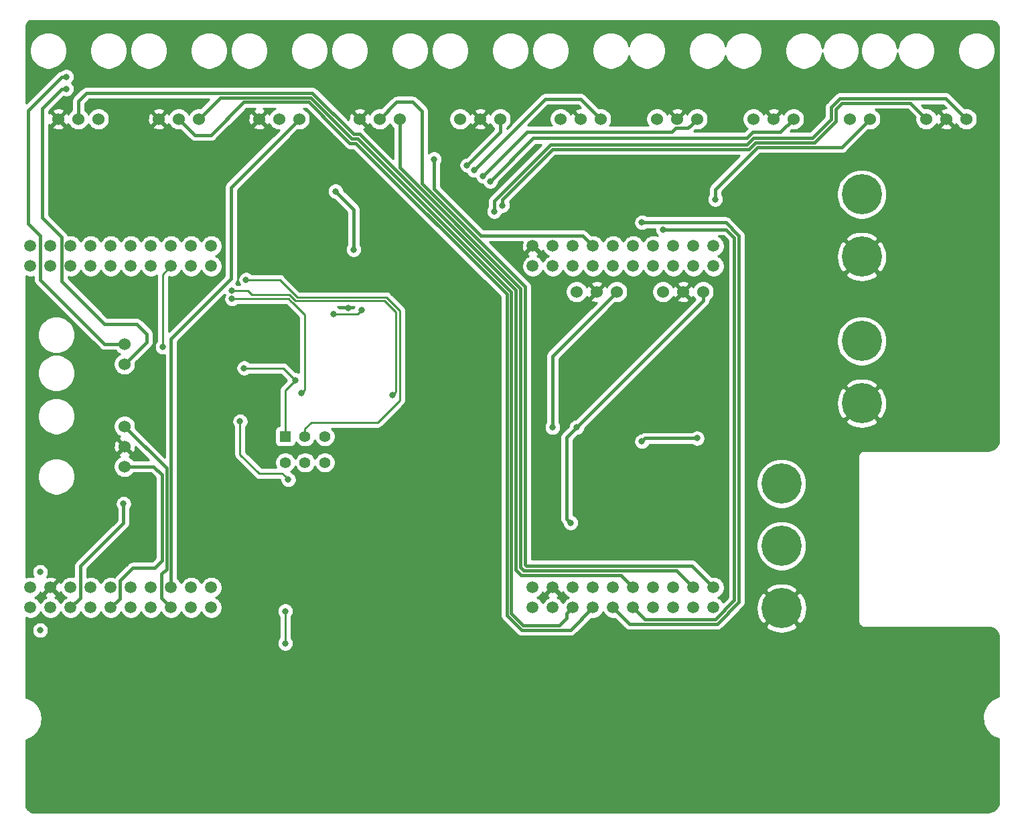
<source format=gbr>
G04 #@! TF.GenerationSoftware,KiCad,Pcbnew,(5.1.4)-1*
G04 #@! TF.CreationDate,2020-11-28T18:59:45-06:00*
G04 #@! TF.ProjectId,DriveBoard_2021,44726976-6542-46f6-9172-645f32303231,rev?*
G04 #@! TF.SameCoordinates,Original*
G04 #@! TF.FileFunction,Copper,L2,Bot*
G04 #@! TF.FilePolarity,Positive*
%FSLAX46Y46*%
G04 Gerber Fmt 4.6, Leading zero omitted, Abs format (unit mm)*
G04 Created by KiCad (PCBNEW (5.1.4)-1) date 2020-11-28 18:59:45*
%MOMM*%
%LPD*%
G04 APERTURE LIST*
%ADD10C,1.520000*%
%ADD11C,5.080000*%
%ADD12C,1.524000*%
%ADD13R,1.400000X1.400000*%
%ADD14C,1.400000*%
%ADD15C,0.800000*%
%ADD16C,0.381000*%
%ADD17C,0.254000*%
G04 APERTURE END LIST*
D10*
X134657000Y-126028000D03*
X157517000Y-80308000D03*
X154977000Y-80308000D03*
X147357000Y-80308000D03*
X144817000Y-123488000D03*
X149897000Y-80308000D03*
X152437000Y-80308000D03*
X149897000Y-126028000D03*
X154977000Y-123488000D03*
X144817000Y-80308000D03*
X142277000Y-80308000D03*
X154977000Y-126028000D03*
X149897000Y-123488000D03*
X147357000Y-123488000D03*
X134657000Y-123488000D03*
X137197000Y-123488000D03*
X139737000Y-123488000D03*
X142277000Y-123488000D03*
X152437000Y-123488000D03*
X157517000Y-123488000D03*
X137197000Y-126028000D03*
X139737000Y-126028000D03*
X142277000Y-126028000D03*
X144817000Y-126028000D03*
X147357000Y-126028000D03*
X152437000Y-126028000D03*
X157517000Y-126028000D03*
X134657000Y-82848000D03*
X137197000Y-82848000D03*
X139737000Y-82848000D03*
X142277000Y-82848000D03*
X144817000Y-82848000D03*
X147357000Y-82848000D03*
X149897000Y-82848000D03*
X152437000Y-82848000D03*
X154977000Y-82848000D03*
X157517000Y-82848000D03*
X134657000Y-80308000D03*
X137197000Y-80308000D03*
X139737000Y-80308000D03*
X71157000Y-123488000D03*
X73697000Y-123488000D03*
X76237000Y-123488000D03*
X78777000Y-123488000D03*
X81317000Y-123488000D03*
X83857000Y-123488000D03*
X86397000Y-123488000D03*
X88937000Y-123488000D03*
X91477000Y-123488000D03*
X94017000Y-123488000D03*
X71157000Y-126028000D03*
X73697000Y-126028000D03*
X76237000Y-126028000D03*
X78777000Y-126028000D03*
X81317000Y-126028000D03*
X83857000Y-126028000D03*
X86397000Y-126028000D03*
X88937000Y-126028000D03*
X91477000Y-126028000D03*
X94017000Y-126028000D03*
X71157000Y-82848000D03*
X73697000Y-82848000D03*
X76237000Y-82848000D03*
X78777000Y-82848000D03*
X81317000Y-82848000D03*
X83857000Y-82848000D03*
X86397000Y-82848000D03*
X88937000Y-82848000D03*
X91477000Y-82848000D03*
X94017000Y-82848000D03*
X71157000Y-80308000D03*
X73697000Y-80308000D03*
X76237000Y-80308000D03*
X78777000Y-80308000D03*
X81317000Y-80308000D03*
X83857000Y-80308000D03*
X86397000Y-80308000D03*
X88937000Y-80308000D03*
X91477000Y-80308000D03*
X94017000Y-80308000D03*
D11*
X166116000Y-126111000D03*
X166116000Y-118237000D03*
X166116000Y-110363000D03*
D12*
X117856000Y-64262000D03*
X115316000Y-64262000D03*
X112776000Y-64262000D03*
X105156000Y-64262000D03*
X102616000Y-64262000D03*
X100076000Y-64262000D03*
D11*
X176250600Y-100203000D03*
X176250600Y-92329000D03*
X176250600Y-81661000D03*
X176250600Y-73787000D03*
D12*
X177292000Y-64262000D03*
X174752000Y-64262000D03*
X83058000Y-92710000D03*
X83058000Y-95250000D03*
X92456000Y-64262000D03*
X89916000Y-64262000D03*
X87376000Y-64262000D03*
X79756000Y-64262000D03*
X77216000Y-64262000D03*
X74676000Y-64262000D03*
X167640000Y-64262000D03*
X165100000Y-64262000D03*
X162560000Y-64262000D03*
X155448000Y-64262000D03*
X152908000Y-64262000D03*
X150368000Y-64262000D03*
X143256000Y-64262000D03*
X140716000Y-64262000D03*
X138176000Y-64262000D03*
X130556000Y-64262000D03*
X128016000Y-64262000D03*
X125476000Y-64262000D03*
X83058000Y-108204000D03*
X83058000Y-105664000D03*
X83058000Y-103124000D03*
X189484000Y-64262000D03*
X186944000Y-64262000D03*
X184404000Y-64262000D03*
D13*
X103378000Y-104394000D03*
D14*
X105878000Y-104394000D03*
X108378000Y-104394000D03*
X103378000Y-107694000D03*
X105878000Y-107694000D03*
X108378000Y-107694000D03*
D12*
X140208000Y-86106000D03*
X142748000Y-86106000D03*
X145288000Y-86106000D03*
X156210000Y-86106000D03*
X153670000Y-86106000D03*
X151130000Y-86106000D03*
D15*
X126365000Y-70104000D03*
X147828000Y-74676000D03*
X106327000Y-115923000D03*
X141746000Y-111746000D03*
X111379000Y-85217000D03*
X111379000Y-88138000D03*
X137555000Y-73773000D03*
X157734000Y-100076000D03*
X143228000Y-119352000D03*
X130048000Y-121920000D03*
X98693000Y-74027000D03*
X87630000Y-101854000D03*
X91694000Y-103632000D03*
X98171000Y-95758000D03*
X104648000Y-97282000D03*
X137160000Y-103251000D03*
X72390000Y-128905000D03*
X72390000Y-121539000D03*
X109474000Y-88900000D03*
X113030000Y-88392000D03*
X103378000Y-126492000D03*
X103378000Y-130556000D03*
X112014000Y-80772000D03*
X109728000Y-73406000D03*
X127254000Y-70739000D03*
X128397000Y-71501000D03*
X129286000Y-72136000D03*
X148463000Y-105029000D03*
X155429001Y-104629001D03*
X140208000Y-103251000D03*
X139446000Y-115316000D03*
X157734000Y-74422000D03*
X75692000Y-58928000D03*
X75692000Y-60452000D03*
X122174000Y-69342000D03*
X87884000Y-93091000D03*
X103759000Y-109855000D03*
X97663000Y-102489000D03*
X105410000Y-98933000D03*
X96647000Y-86995000D03*
X116967000Y-99187000D03*
X96647000Y-85979000D03*
X98425000Y-84582000D03*
X151130000Y-78232000D03*
X148463000Y-77343000D03*
X129794000Y-75946000D03*
X130810000Y-75184000D03*
X82931000Y-112903000D03*
D16*
X130556000Y-65913000D02*
X130556000Y-64262000D01*
X126365000Y-70104000D02*
X130556000Y-65913000D01*
D17*
X98171000Y-95758000D02*
X103124000Y-95758000D01*
X103124000Y-95758000D02*
X104648000Y-97282000D01*
X104648000Y-97282000D02*
X104648000Y-97282000D01*
D16*
X137160000Y-94234000D02*
X145288000Y-86106000D01*
X137160000Y-103251000D02*
X137160000Y-94234000D01*
D17*
X103378000Y-98552000D02*
X104648000Y-97282000D01*
X103378000Y-104394000D02*
X103378000Y-98552000D01*
X109474000Y-88900000D02*
X112522000Y-88900000D01*
X112522000Y-88900000D02*
X113030000Y-88392000D01*
X113030000Y-88392000D02*
X113030000Y-88392000D01*
X103378000Y-126492000D02*
X103378000Y-130556000D01*
X103378000Y-130556000D02*
X103378000Y-130556000D01*
D16*
X112014000Y-80772000D02*
X112014000Y-75692000D01*
X112014000Y-75692000D02*
X109728000Y-73406000D01*
X109728000Y-73406000D02*
X109728000Y-73406000D01*
X140716000Y-61722000D02*
X143256000Y-64262000D01*
X127254000Y-70739000D02*
X136271000Y-61722000D01*
X136271000Y-61722000D02*
X140716000Y-61722000D01*
X154686001Y-65023999D02*
X155448000Y-64262000D01*
X154295499Y-65414501D02*
X154686001Y-65023999D01*
X152771499Y-65414501D02*
X154295499Y-65414501D01*
X152273000Y-65913000D02*
X152771499Y-65414501D01*
X133985000Y-65913000D02*
X152273000Y-65913000D01*
X128397000Y-71501000D02*
X133985000Y-65913000D01*
X165989000Y-65913000D02*
X167640000Y-64262000D01*
X162507984Y-65913000D02*
X165989000Y-65913000D01*
X161745984Y-66675000D02*
X162507984Y-65913000D01*
X129286000Y-72136000D02*
X134747000Y-66675000D01*
X134747000Y-66675000D02*
X161745984Y-66675000D01*
X78232000Y-60960000D02*
X77216000Y-61976000D01*
X112014000Y-66167000D02*
X106807000Y-60960000D01*
X145789000Y-121920000D02*
X133223000Y-121920000D01*
X147357000Y-123488000D02*
X145789000Y-121920000D01*
X133223000Y-121920000D02*
X132534010Y-121231010D01*
X77216000Y-61976000D02*
X77216000Y-64262000D01*
X132534010Y-121231010D02*
X132534010Y-85917354D01*
X132534010Y-85917354D02*
X112783656Y-66167000D01*
X106807000Y-60960000D02*
X78232000Y-60960000D01*
X112783656Y-66167000D02*
X112014000Y-66167000D01*
X95176990Y-61541010D02*
X92456000Y-64262000D01*
X106566338Y-61541010D02*
X95176990Y-61541010D01*
X111773337Y-66748009D02*
X106566338Y-61541010D01*
X112542994Y-66748010D02*
X111773337Y-66748009D01*
X131953000Y-86158016D02*
X112542994Y-66748010D01*
X139737000Y-126028000D02*
X138977001Y-126787999D01*
X138977001Y-127341999D02*
X138049000Y-128270000D01*
X138049000Y-128270000D02*
X133477000Y-128270000D01*
X138977001Y-126787999D02*
X138977001Y-127341999D01*
X133477000Y-128270000D02*
X131953000Y-126746000D01*
X131953000Y-126746000D02*
X131953000Y-86158016D01*
X139453991Y-128851009D02*
X133236337Y-128851009D01*
X142277000Y-126028000D02*
X139453991Y-128851009D01*
X133236337Y-128851009D02*
X131371990Y-126986662D01*
X111532674Y-67329018D02*
X109989656Y-65786000D01*
X131371990Y-126986662D02*
X131371990Y-86398678D01*
X131371990Y-86398678D02*
X112302331Y-67329019D01*
X112302331Y-67329019D02*
X111532674Y-67329018D01*
X109982000Y-65786000D02*
X106318020Y-62122020D01*
X109989656Y-65786000D02*
X109982000Y-65786000D01*
X106318020Y-62122020D02*
X98151980Y-62122020D01*
X98151980Y-62122020D02*
X93980000Y-66294000D01*
X91948000Y-66294000D02*
X89916000Y-64262000D01*
X93980000Y-66294000D02*
X91948000Y-66294000D01*
X148862999Y-104629001D02*
X155429001Y-104629001D01*
X148463000Y-105029000D02*
X148862999Y-104629001D01*
X155429001Y-104629001D02*
X155429001Y-104629001D01*
X156210000Y-87249000D02*
X156210000Y-86106000D01*
X140208000Y-103251000D02*
X156210000Y-87249000D01*
X139446000Y-115316000D02*
X138938000Y-114808000D01*
X138938000Y-104521000D02*
X140208000Y-103251000D01*
X138938000Y-114808000D02*
X138938000Y-104521000D01*
X157734000Y-74422000D02*
X157734000Y-73152000D01*
X157734000Y-73152000D02*
X163068000Y-67818000D01*
X173736000Y-67818000D02*
X177292000Y-64262000D01*
X163068000Y-67818000D02*
X173736000Y-67818000D01*
X75126315Y-58928000D02*
X70866000Y-63188315D01*
X75692000Y-58928000D02*
X75126315Y-58928000D01*
X70866000Y-63188315D02*
X70866000Y-77470000D01*
X70866000Y-77470000D02*
X72390000Y-78994000D01*
X72390000Y-78994000D02*
X72390000Y-84582000D01*
X72390000Y-84582000D02*
X80518000Y-92710000D01*
X80518000Y-92710000D02*
X83058000Y-92710000D01*
X75126315Y-60452000D02*
X72644000Y-62934315D01*
X75692000Y-60452000D02*
X75126315Y-60452000D01*
X72644000Y-62934315D02*
X72644000Y-76708000D01*
X75086499Y-79150499D02*
X75086499Y-84738499D01*
X72644000Y-76708000D02*
X75086499Y-79150499D01*
X75086499Y-84738499D02*
X80518000Y-90170000D01*
X80518000Y-90170000D02*
X84582000Y-90170000D01*
X84582000Y-90170000D02*
X85852000Y-91440000D01*
X85852000Y-92456000D02*
X83058000Y-95250000D01*
X85852000Y-91440000D02*
X85852000Y-92456000D01*
X96520000Y-72898000D02*
X105156000Y-64262000D01*
X96520000Y-84455000D02*
X96520000Y-72898000D01*
X88937000Y-123488000D02*
X88937000Y-92038000D01*
X88937000Y-92038000D02*
X96520000Y-84455000D01*
X140963000Y-78994000D02*
X128075672Y-78994000D01*
X142277000Y-80308000D02*
X140963000Y-78994000D01*
X128075672Y-78994000D02*
X122174000Y-73092328D01*
X122174000Y-73092328D02*
X122174000Y-69342000D01*
X122174000Y-69342000D02*
X122174000Y-69342000D01*
X117856000Y-65339630D02*
X117856000Y-64262000D01*
X154977000Y-123488000D02*
X152827991Y-121338991D01*
X152827991Y-121338991D02*
X133530991Y-121338991D01*
X133530991Y-121338991D02*
X133115020Y-120923020D01*
X133115020Y-120923020D02*
X133115020Y-85676692D01*
X133115020Y-85676692D02*
X117856000Y-70417672D01*
X117856000Y-70417672D02*
X117856000Y-65339630D01*
X117475000Y-62103000D02*
X115316000Y-64262000D01*
X119507000Y-62103000D02*
X117475000Y-62103000D01*
X120650000Y-63246000D02*
X119507000Y-62103000D01*
X154786981Y-120757981D02*
X133838981Y-120757981D01*
X157517000Y-123488000D02*
X154786981Y-120757981D01*
X133838981Y-120757981D02*
X133696030Y-120615030D01*
X133696030Y-120615030D02*
X133696030Y-85436030D01*
X133696030Y-85436030D02*
X120650000Y-72390000D01*
X120650000Y-72390000D02*
X120650000Y-63246000D01*
D17*
X87884000Y-83901000D02*
X88937000Y-82848000D01*
X87884000Y-93091000D02*
X87884000Y-83901000D01*
X103759000Y-109855000D02*
X103359001Y-109455001D01*
X103359001Y-109455001D02*
X102997000Y-109093000D01*
X102997000Y-109093000D02*
X100076000Y-109093000D01*
X100076000Y-109093000D02*
X97663000Y-106680000D01*
X97663000Y-106680000D02*
X97663000Y-102743000D01*
X97663000Y-102743000D02*
X97663000Y-102489000D01*
X97663000Y-102489000D02*
X97663000Y-102489000D01*
X105809999Y-98533001D02*
X105809999Y-89008001D01*
X105410000Y-98933000D02*
X105809999Y-98533001D01*
X105809999Y-89008001D02*
X104304998Y-87503000D01*
X104304998Y-87503000D02*
X104095500Y-87293501D01*
X104095500Y-87293501D02*
X103796999Y-86995000D01*
X103796999Y-86995000D02*
X96647000Y-86995000D01*
X96647000Y-86995000D02*
X96647000Y-86995000D01*
X117366999Y-98787001D02*
X117366999Y-98660001D01*
X116967000Y-99187000D02*
X117366999Y-98787001D01*
X117366999Y-98660001D02*
X117348000Y-98641002D01*
X117348000Y-98641002D02*
X117348000Y-88646000D01*
X104693065Y-87249000D02*
X103931065Y-86487000D01*
X117348000Y-88646000D02*
X115951000Y-87249000D01*
X115951000Y-87249000D02*
X104693065Y-87249000D01*
X103931065Y-86487000D02*
X99187000Y-86487000D01*
X99187000Y-86487000D02*
X98679000Y-85979000D01*
X98679000Y-85979000D02*
X96647000Y-85979000D01*
X96647000Y-85979000D02*
X96647000Y-85979000D01*
X105878000Y-103404051D02*
X106666051Y-102616000D01*
X105878000Y-104394000D02*
X105878000Y-103404051D01*
X106666051Y-102616000D02*
X115062000Y-102616000D01*
X115062000Y-102616000D02*
X117856000Y-99822000D01*
X117856000Y-88511934D02*
X116139057Y-86794990D01*
X117856000Y-99822000D02*
X117856000Y-88511934D01*
X104881121Y-86794990D02*
X102668131Y-84582000D01*
X116139057Y-86794990D02*
X104881121Y-86794990D01*
X102668131Y-84582000D02*
X98425000Y-84582000D01*
X98425000Y-84582000D02*
X98425000Y-84582000D01*
D16*
X147357000Y-126028000D02*
X148837000Y-127508000D01*
X157739742Y-127508000D02*
X160147000Y-125100742D01*
X148837000Y-127508000D02*
X157739742Y-127508000D01*
X160147000Y-125100742D02*
X160147000Y-79248000D01*
X160147000Y-79248000D02*
X159131000Y-78232000D01*
X159131000Y-78232000D02*
X151130000Y-78232000D01*
X151130000Y-78232000D02*
X151130000Y-78232000D01*
X146878010Y-128089010D02*
X148596338Y-128089010D01*
X144817000Y-126028000D02*
X146878010Y-128089010D01*
X157980405Y-128089009D02*
X160728010Y-125341404D01*
X148596338Y-128089010D02*
X157980405Y-128089009D01*
X160728009Y-79007337D02*
X159063672Y-77343000D01*
X160728010Y-125341404D02*
X160728009Y-79007337D01*
X159063672Y-77343000D02*
X148463000Y-77343000D01*
X148463000Y-77343000D02*
X148463000Y-77343000D01*
X88937000Y-126028000D02*
X87757000Y-124848000D01*
X87757000Y-121793000D02*
X88355990Y-121194010D01*
X87757000Y-124848000D02*
X87757000Y-121793000D01*
X88355990Y-108421990D02*
X83058000Y-103124000D01*
X88355990Y-121194010D02*
X88355990Y-108421990D01*
X86741000Y-108204000D02*
X83058000Y-108204000D01*
X87774980Y-109237980D02*
X86741000Y-108204000D01*
X82467501Y-124877499D02*
X82467501Y-122637499D01*
X81317000Y-126028000D02*
X82467501Y-124877499D01*
X82467501Y-122637499D02*
X84074000Y-121031000D01*
X84074000Y-121031000D02*
X86868000Y-121031000D01*
X86868000Y-121031000D02*
X87774980Y-120124020D01*
X87774980Y-120124020D02*
X87774980Y-109237980D01*
X129794000Y-74616328D02*
X136919338Y-67490990D01*
X129794000Y-75946000D02*
X129794000Y-74616328D01*
X161751666Y-67490990D02*
X162586676Y-66655980D01*
X136919338Y-67490990D02*
X161751666Y-67490990D01*
X162586676Y-66655980D02*
X170012348Y-66655980D01*
X172392991Y-62751337D02*
X173495338Y-61648990D01*
X170012348Y-66655980D02*
X172392990Y-64275338D01*
X172392990Y-64275338D02*
X172392991Y-62751337D01*
X186870990Y-61648990D02*
X189484000Y-64262000D01*
X173495338Y-61648990D02*
X186870990Y-61648990D01*
X182372000Y-62230000D02*
X184404000Y-64262000D01*
X173736000Y-62230000D02*
X182372000Y-62230000D01*
X172974000Y-62992000D02*
X173736000Y-62230000D01*
X172974000Y-64516000D02*
X172974000Y-62992000D01*
X130810000Y-74422000D02*
X137160000Y-68072000D01*
X130810000Y-75184000D02*
X130810000Y-74422000D01*
X137160000Y-68072000D02*
X161992328Y-68072000D01*
X161992328Y-68072000D02*
X162827338Y-67236990D01*
X162827338Y-67236990D02*
X170253010Y-67236990D01*
X170253010Y-67236990D02*
X172974000Y-64516000D01*
X82931000Y-112903000D02*
X82931000Y-115316000D01*
X82931000Y-115316000D02*
X77470000Y-120777000D01*
X77470000Y-124795000D02*
X76237000Y-126028000D01*
X77470000Y-120777000D02*
X77470000Y-124795000D01*
D17*
G36*
X192729032Y-51836932D02*
G01*
X192918551Y-51894151D01*
X193093353Y-51987095D01*
X193246773Y-52112221D01*
X193372964Y-52264760D01*
X193467126Y-52438908D01*
X193525669Y-52628028D01*
X193550033Y-52859836D01*
X193550032Y-71411333D01*
X193550033Y-71411343D01*
X193550032Y-104864831D01*
X193522231Y-105148367D01*
X193450684Y-105385343D01*
X193334466Y-105603917D01*
X193178011Y-105795749D01*
X192987273Y-105953541D01*
X192769521Y-106071280D01*
X192533047Y-106144481D01*
X192251882Y-106174032D01*
X176567334Y-106174032D01*
X176530000Y-106170355D01*
X176492666Y-106174032D01*
X176381020Y-106185028D01*
X176237766Y-106228484D01*
X176105742Y-106299052D01*
X175990021Y-106394021D01*
X175895052Y-106509742D01*
X175824484Y-106641766D01*
X175781028Y-106785020D01*
X175766355Y-106934000D01*
X175770033Y-106971344D01*
X175770032Y-127724666D01*
X175766355Y-127762000D01*
X175781028Y-127910980D01*
X175824484Y-128054234D01*
X175895052Y-128186258D01*
X175959237Y-128264468D01*
X175990021Y-128301979D01*
X176105742Y-128396948D01*
X176237766Y-128467516D01*
X176381020Y-128510972D01*
X176530000Y-128525645D01*
X176567334Y-128521968D01*
X192240831Y-128521968D01*
X192524367Y-128549769D01*
X192761341Y-128621315D01*
X192979917Y-128737534D01*
X193171749Y-128893989D01*
X193329541Y-129084727D01*
X193447280Y-129302479D01*
X193520481Y-129538955D01*
X193550033Y-129820127D01*
X193550032Y-137276174D01*
X193279718Y-137361923D01*
X193216409Y-137389057D01*
X193152728Y-137415304D01*
X193143397Y-137420350D01*
X193143392Y-137420352D01*
X193143388Y-137420355D01*
X192795870Y-137611404D01*
X192739055Y-137650305D01*
X192681664Y-137688436D01*
X192673488Y-137695200D01*
X192369693Y-137950115D01*
X192321477Y-137999351D01*
X192272627Y-138047862D01*
X192265920Y-138056085D01*
X192017423Y-138365153D01*
X191979698Y-138422803D01*
X191941191Y-138479892D01*
X191936209Y-138489261D01*
X191752476Y-138840707D01*
X191726658Y-138904609D01*
X191699981Y-138968071D01*
X191696916Y-138978221D01*
X191696914Y-138978227D01*
X191696914Y-138978229D01*
X191584944Y-139358671D01*
X191572036Y-139426335D01*
X191558187Y-139493804D01*
X191557153Y-139504350D01*
X191557151Y-139504363D01*
X191557151Y-139504375D01*
X191521210Y-139899310D01*
X191521691Y-139968187D01*
X191521210Y-140037063D01*
X191522245Y-140047623D01*
X191563698Y-140442027D01*
X191577554Y-140509528D01*
X191590455Y-140577160D01*
X191593520Y-140587310D01*
X191593521Y-140587317D01*
X191593522Y-140587319D01*
X191710793Y-140966161D01*
X191737486Y-141029661D01*
X191763288Y-141093523D01*
X191768265Y-141102883D01*
X191768269Y-141102892D01*
X191768274Y-141102899D01*
X191956892Y-141451740D01*
X191995403Y-141508835D01*
X192033123Y-141566478D01*
X192039828Y-141574699D01*
X192039831Y-141574703D01*
X192039835Y-141574707D01*
X192292617Y-141880269D01*
X192341505Y-141928817D01*
X192389685Y-141978017D01*
X192397855Y-141984776D01*
X192397860Y-141984781D01*
X192397862Y-141984782D01*
X192705186Y-142235429D01*
X192762571Y-142273556D01*
X192819390Y-142312461D01*
X192828721Y-142317507D01*
X192828729Y-142317511D01*
X193178881Y-142503690D01*
X193242547Y-142529931D01*
X193305874Y-142557073D01*
X193316003Y-142560208D01*
X193316009Y-142560210D01*
X193316015Y-142560211D01*
X193550033Y-142630865D01*
X193550032Y-150584831D01*
X193522231Y-150868367D01*
X193450684Y-151105343D01*
X193334466Y-151323917D01*
X193178011Y-151515749D01*
X192987273Y-151673541D01*
X192769521Y-151791280D01*
X192533047Y-151864481D01*
X192251882Y-151894032D01*
X71844666Y-151894032D01*
X71827957Y-151895678D01*
X71572710Y-151906956D01*
X71373515Y-151876582D01*
X71184013Y-151808097D01*
X71011425Y-151704109D01*
X70862321Y-151568578D01*
X70742380Y-151406664D01*
X70656174Y-151224544D01*
X70606983Y-151029137D01*
X70595702Y-150808762D01*
X70606481Y-150694741D01*
X70609968Y-150659334D01*
X70609968Y-142758826D01*
X70880282Y-142673077D01*
X70943599Y-142645940D01*
X71007273Y-142619695D01*
X71016603Y-142614650D01*
X71016608Y-142614648D01*
X71016612Y-142614645D01*
X71364130Y-142423596D01*
X71420952Y-142384689D01*
X71478336Y-142346564D01*
X71486512Y-142339800D01*
X71790307Y-142084884D01*
X71838503Y-142035668D01*
X71887373Y-141987138D01*
X71894080Y-141978915D01*
X72142577Y-141669846D01*
X72180279Y-141612232D01*
X72218809Y-141555109D01*
X72223791Y-141545740D01*
X72407523Y-141194293D01*
X72433323Y-141130437D01*
X72460019Y-141066930D01*
X72463084Y-141056779D01*
X72463086Y-141056773D01*
X72463087Y-141056767D01*
X72575056Y-140676329D01*
X72587964Y-140608665D01*
X72601813Y-140541196D01*
X72602847Y-140530650D01*
X72602849Y-140530637D01*
X72602849Y-140530625D01*
X72638790Y-140135690D01*
X72638309Y-140066813D01*
X72638790Y-139997937D01*
X72637755Y-139987376D01*
X72596302Y-139592973D01*
X72582444Y-139525459D01*
X72569545Y-139457840D01*
X72566481Y-139447692D01*
X72566479Y-139447682D01*
X72566475Y-139447673D01*
X72449207Y-139068840D01*
X72422525Y-139005365D01*
X72396712Y-138941477D01*
X72391730Y-138932108D01*
X72203108Y-138583260D01*
X72164597Y-138526165D01*
X72126877Y-138468522D01*
X72120170Y-138460299D01*
X72120169Y-138460297D01*
X72120165Y-138460293D01*
X71867383Y-138154731D01*
X71818495Y-138106183D01*
X71770315Y-138056983D01*
X71762145Y-138050224D01*
X71762140Y-138050219D01*
X71762135Y-138050215D01*
X71454814Y-137799571D01*
X71397452Y-137761460D01*
X71340610Y-137722539D01*
X71331275Y-137717492D01*
X70981119Y-137531310D01*
X70917437Y-137505062D01*
X70854126Y-137477927D01*
X70844003Y-137474794D01*
X70843990Y-137474789D01*
X70843977Y-137474787D01*
X70609968Y-137404135D01*
X70609968Y-128803061D01*
X71355000Y-128803061D01*
X71355000Y-129006939D01*
X71394774Y-129206898D01*
X71472795Y-129395256D01*
X71586063Y-129564774D01*
X71730226Y-129708937D01*
X71899744Y-129822205D01*
X72088102Y-129900226D01*
X72288061Y-129940000D01*
X72491939Y-129940000D01*
X72691898Y-129900226D01*
X72880256Y-129822205D01*
X73049774Y-129708937D01*
X73193937Y-129564774D01*
X73307205Y-129395256D01*
X73385226Y-129206898D01*
X73425000Y-129006939D01*
X73425000Y-128803061D01*
X73385226Y-128603102D01*
X73307205Y-128414744D01*
X73193937Y-128245226D01*
X73049774Y-128101063D01*
X72880256Y-127987795D01*
X72691898Y-127909774D01*
X72491939Y-127870000D01*
X72288061Y-127870000D01*
X72088102Y-127909774D01*
X71899744Y-127987795D01*
X71730226Y-128101063D01*
X71586063Y-128245226D01*
X71472795Y-128414744D01*
X71394774Y-128603102D01*
X71355000Y-128803061D01*
X70609968Y-128803061D01*
X70609968Y-127311349D01*
X70750093Y-127369391D01*
X71019604Y-127423000D01*
X71294396Y-127423000D01*
X71563907Y-127369391D01*
X71817780Y-127264233D01*
X72046261Y-127111567D01*
X72240567Y-126917261D01*
X72393233Y-126688780D01*
X72427000Y-126607260D01*
X72460767Y-126688780D01*
X72613433Y-126917261D01*
X72807739Y-127111567D01*
X73036220Y-127264233D01*
X73290093Y-127369391D01*
X73559604Y-127423000D01*
X73834396Y-127423000D01*
X74103907Y-127369391D01*
X74357780Y-127264233D01*
X74586261Y-127111567D01*
X74780567Y-126917261D01*
X74933233Y-126688780D01*
X74967000Y-126607260D01*
X75000767Y-126688780D01*
X75153433Y-126917261D01*
X75347739Y-127111567D01*
X75576220Y-127264233D01*
X75830093Y-127369391D01*
X76099604Y-127423000D01*
X76374396Y-127423000D01*
X76643907Y-127369391D01*
X76897780Y-127264233D01*
X77126261Y-127111567D01*
X77320567Y-126917261D01*
X77473233Y-126688780D01*
X77507000Y-126607260D01*
X77540767Y-126688780D01*
X77693433Y-126917261D01*
X77887739Y-127111567D01*
X78116220Y-127264233D01*
X78370093Y-127369391D01*
X78639604Y-127423000D01*
X78914396Y-127423000D01*
X79183907Y-127369391D01*
X79437780Y-127264233D01*
X79666261Y-127111567D01*
X79860567Y-126917261D01*
X80013233Y-126688780D01*
X80047000Y-126607260D01*
X80080767Y-126688780D01*
X80233433Y-126917261D01*
X80427739Y-127111567D01*
X80656220Y-127264233D01*
X80910093Y-127369391D01*
X81179604Y-127423000D01*
X81454396Y-127423000D01*
X81723907Y-127369391D01*
X81977780Y-127264233D01*
X82206261Y-127111567D01*
X82400567Y-126917261D01*
X82553233Y-126688780D01*
X82587000Y-126607260D01*
X82620767Y-126688780D01*
X82773433Y-126917261D01*
X82967739Y-127111567D01*
X83196220Y-127264233D01*
X83450093Y-127369391D01*
X83719604Y-127423000D01*
X83994396Y-127423000D01*
X84263907Y-127369391D01*
X84517780Y-127264233D01*
X84746261Y-127111567D01*
X84940567Y-126917261D01*
X85093233Y-126688780D01*
X85127000Y-126607260D01*
X85160767Y-126688780D01*
X85313433Y-126917261D01*
X85507739Y-127111567D01*
X85736220Y-127264233D01*
X85990093Y-127369391D01*
X86259604Y-127423000D01*
X86534396Y-127423000D01*
X86803907Y-127369391D01*
X87057780Y-127264233D01*
X87286261Y-127111567D01*
X87480567Y-126917261D01*
X87633233Y-126688780D01*
X87667000Y-126607260D01*
X87700767Y-126688780D01*
X87853433Y-126917261D01*
X88047739Y-127111567D01*
X88276220Y-127264233D01*
X88530093Y-127369391D01*
X88799604Y-127423000D01*
X89074396Y-127423000D01*
X89343907Y-127369391D01*
X89597780Y-127264233D01*
X89826261Y-127111567D01*
X90020567Y-126917261D01*
X90173233Y-126688780D01*
X90207000Y-126607260D01*
X90240767Y-126688780D01*
X90393433Y-126917261D01*
X90587739Y-127111567D01*
X90816220Y-127264233D01*
X91070093Y-127369391D01*
X91339604Y-127423000D01*
X91614396Y-127423000D01*
X91883907Y-127369391D01*
X92137780Y-127264233D01*
X92366261Y-127111567D01*
X92560567Y-126917261D01*
X92713233Y-126688780D01*
X92747000Y-126607260D01*
X92780767Y-126688780D01*
X92933433Y-126917261D01*
X93127739Y-127111567D01*
X93356220Y-127264233D01*
X93610093Y-127369391D01*
X93879604Y-127423000D01*
X94154396Y-127423000D01*
X94423907Y-127369391D01*
X94677780Y-127264233D01*
X94906261Y-127111567D01*
X95100567Y-126917261D01*
X95253233Y-126688780D01*
X95358391Y-126434907D01*
X95367311Y-126390061D01*
X102343000Y-126390061D01*
X102343000Y-126593939D01*
X102382774Y-126793898D01*
X102460795Y-126982256D01*
X102574063Y-127151774D01*
X102616000Y-127193711D01*
X102616001Y-129854288D01*
X102574063Y-129896226D01*
X102460795Y-130065744D01*
X102382774Y-130254102D01*
X102343000Y-130454061D01*
X102343000Y-130657939D01*
X102382774Y-130857898D01*
X102460795Y-131046256D01*
X102574063Y-131215774D01*
X102718226Y-131359937D01*
X102887744Y-131473205D01*
X103076102Y-131551226D01*
X103276061Y-131591000D01*
X103479939Y-131591000D01*
X103679898Y-131551226D01*
X103868256Y-131473205D01*
X104037774Y-131359937D01*
X104181937Y-131215774D01*
X104295205Y-131046256D01*
X104373226Y-130857898D01*
X104413000Y-130657939D01*
X104413000Y-130454061D01*
X104373226Y-130254102D01*
X104295205Y-130065744D01*
X104181937Y-129896226D01*
X104140000Y-129854289D01*
X104140000Y-127193711D01*
X104181937Y-127151774D01*
X104295205Y-126982256D01*
X104373226Y-126793898D01*
X104413000Y-126593939D01*
X104413000Y-126390061D01*
X104373226Y-126190102D01*
X104295205Y-126001744D01*
X104181937Y-125832226D01*
X104037774Y-125688063D01*
X103868256Y-125574795D01*
X103679898Y-125496774D01*
X103479939Y-125457000D01*
X103276061Y-125457000D01*
X103076102Y-125496774D01*
X102887744Y-125574795D01*
X102718226Y-125688063D01*
X102574063Y-125832226D01*
X102460795Y-126001744D01*
X102382774Y-126190102D01*
X102343000Y-126390061D01*
X95367311Y-126390061D01*
X95412000Y-126165396D01*
X95412000Y-125890604D01*
X95358391Y-125621093D01*
X95253233Y-125367220D01*
X95100567Y-125138739D01*
X94906261Y-124944433D01*
X94677780Y-124791767D01*
X94596260Y-124758000D01*
X94677780Y-124724233D01*
X94906261Y-124571567D01*
X95100567Y-124377261D01*
X95253233Y-124148780D01*
X95358391Y-123894907D01*
X95412000Y-123625396D01*
X95412000Y-123350604D01*
X95358391Y-123081093D01*
X95253233Y-122827220D01*
X95100567Y-122598739D01*
X94906261Y-122404433D01*
X94677780Y-122251767D01*
X94423907Y-122146609D01*
X94154396Y-122093000D01*
X93879604Y-122093000D01*
X93610093Y-122146609D01*
X93356220Y-122251767D01*
X93127739Y-122404433D01*
X92933433Y-122598739D01*
X92780767Y-122827220D01*
X92747000Y-122908740D01*
X92713233Y-122827220D01*
X92560567Y-122598739D01*
X92366261Y-122404433D01*
X92137780Y-122251767D01*
X91883907Y-122146609D01*
X91614396Y-122093000D01*
X91339604Y-122093000D01*
X91070093Y-122146609D01*
X90816220Y-122251767D01*
X90587739Y-122404433D01*
X90393433Y-122598739D01*
X90240767Y-122827220D01*
X90207000Y-122908740D01*
X90173233Y-122827220D01*
X90020567Y-122598739D01*
X89826261Y-122404433D01*
X89762500Y-122361829D01*
X89762500Y-102387061D01*
X96628000Y-102387061D01*
X96628000Y-102590939D01*
X96667774Y-102790898D01*
X96745795Y-102979256D01*
X96859063Y-103148774D01*
X96901001Y-103190712D01*
X96901000Y-106642577D01*
X96897314Y-106680000D01*
X96901000Y-106717423D01*
X96901000Y-106717425D01*
X96912026Y-106829377D01*
X96955598Y-106973014D01*
X96973926Y-107007303D01*
X97026355Y-107105392D01*
X97048200Y-107132010D01*
X97121578Y-107221422D01*
X97150654Y-107245284D01*
X99510720Y-109605351D01*
X99534578Y-109634422D01*
X99650608Y-109729645D01*
X99782985Y-109800402D01*
X99926622Y-109843974D01*
X100038574Y-109855000D01*
X100038576Y-109855000D01*
X100075999Y-109858686D01*
X100113422Y-109855000D01*
X102681371Y-109855000D01*
X102724000Y-109897629D01*
X102724000Y-109956939D01*
X102763774Y-110156898D01*
X102841795Y-110345256D01*
X102955063Y-110514774D01*
X103099226Y-110658937D01*
X103268744Y-110772205D01*
X103457102Y-110850226D01*
X103657061Y-110890000D01*
X103860939Y-110890000D01*
X104060898Y-110850226D01*
X104249256Y-110772205D01*
X104418774Y-110658937D01*
X104562937Y-110514774D01*
X104676205Y-110345256D01*
X104754226Y-110156898D01*
X104794000Y-109956939D01*
X104794000Y-109753061D01*
X104754226Y-109553102D01*
X104676205Y-109364744D01*
X104562937Y-109195226D01*
X104418774Y-109051063D01*
X104249256Y-108937795D01*
X104060898Y-108859774D01*
X104041890Y-108855993D01*
X104229013Y-108730962D01*
X104414962Y-108545013D01*
X104561061Y-108326359D01*
X104628000Y-108164754D01*
X104694939Y-108326359D01*
X104841038Y-108545013D01*
X105026987Y-108730962D01*
X105245641Y-108877061D01*
X105488595Y-108977696D01*
X105746514Y-109029000D01*
X106009486Y-109029000D01*
X106267405Y-108977696D01*
X106510359Y-108877061D01*
X106729013Y-108730962D01*
X106914962Y-108545013D01*
X107061061Y-108326359D01*
X107128000Y-108164754D01*
X107194939Y-108326359D01*
X107341038Y-108545013D01*
X107526987Y-108730962D01*
X107745641Y-108877061D01*
X107988595Y-108977696D01*
X108246514Y-109029000D01*
X108509486Y-109029000D01*
X108767405Y-108977696D01*
X109010359Y-108877061D01*
X109229013Y-108730962D01*
X109414962Y-108545013D01*
X109561061Y-108326359D01*
X109661696Y-108083405D01*
X109713000Y-107825486D01*
X109713000Y-107562514D01*
X109661696Y-107304595D01*
X109561061Y-107061641D01*
X109414962Y-106842987D01*
X109229013Y-106657038D01*
X109010359Y-106510939D01*
X108767405Y-106410304D01*
X108509486Y-106359000D01*
X108246514Y-106359000D01*
X107988595Y-106410304D01*
X107745641Y-106510939D01*
X107526987Y-106657038D01*
X107341038Y-106842987D01*
X107194939Y-107061641D01*
X107128000Y-107223246D01*
X107061061Y-107061641D01*
X106914962Y-106842987D01*
X106729013Y-106657038D01*
X106510359Y-106510939D01*
X106267405Y-106410304D01*
X106009486Y-106359000D01*
X105746514Y-106359000D01*
X105488595Y-106410304D01*
X105245641Y-106510939D01*
X105026987Y-106657038D01*
X104841038Y-106842987D01*
X104694939Y-107061641D01*
X104628000Y-107223246D01*
X104561061Y-107061641D01*
X104414962Y-106842987D01*
X104229013Y-106657038D01*
X104010359Y-106510939D01*
X103767405Y-106410304D01*
X103509486Y-106359000D01*
X103246514Y-106359000D01*
X102988595Y-106410304D01*
X102745641Y-106510939D01*
X102526987Y-106657038D01*
X102341038Y-106842987D01*
X102194939Y-107061641D01*
X102094304Y-107304595D01*
X102043000Y-107562514D01*
X102043000Y-107825486D01*
X102094304Y-108083405D01*
X102194939Y-108326359D01*
X102198040Y-108331000D01*
X100391631Y-108331000D01*
X98425000Y-106364370D01*
X98425000Y-103190711D01*
X98466937Y-103148774D01*
X98580205Y-102979256D01*
X98658226Y-102790898D01*
X98698000Y-102590939D01*
X98698000Y-102387061D01*
X98658226Y-102187102D01*
X98580205Y-101998744D01*
X98466937Y-101829226D01*
X98322774Y-101685063D01*
X98153256Y-101571795D01*
X97964898Y-101493774D01*
X97764939Y-101454000D01*
X97561061Y-101454000D01*
X97361102Y-101493774D01*
X97172744Y-101571795D01*
X97003226Y-101685063D01*
X96859063Y-101829226D01*
X96745795Y-101998744D01*
X96667774Y-102187102D01*
X96628000Y-102387061D01*
X89762500Y-102387061D01*
X89762500Y-92379932D01*
X95713212Y-86429221D01*
X95729795Y-86469256D01*
X95741651Y-86487000D01*
X95729795Y-86504744D01*
X95651774Y-86693102D01*
X95612000Y-86893061D01*
X95612000Y-87096939D01*
X95651774Y-87296898D01*
X95729795Y-87485256D01*
X95843063Y-87654774D01*
X95987226Y-87798937D01*
X96156744Y-87912205D01*
X96345102Y-87990226D01*
X96545061Y-88030000D01*
X96748939Y-88030000D01*
X96948898Y-87990226D01*
X97137256Y-87912205D01*
X97306774Y-87798937D01*
X97348711Y-87757000D01*
X103481369Y-87757000D01*
X103583152Y-87858783D01*
X103739717Y-88015349D01*
X103739719Y-88015351D01*
X105048000Y-89323633D01*
X105047999Y-96327409D01*
X104949898Y-96286774D01*
X104749939Y-96247000D01*
X104690631Y-96247000D01*
X103689284Y-95245654D01*
X103665422Y-95216578D01*
X103549392Y-95121355D01*
X103417015Y-95050598D01*
X103273378Y-95007026D01*
X103161426Y-94996000D01*
X103161423Y-94996000D01*
X103124000Y-94992314D01*
X103086577Y-94996000D01*
X98872711Y-94996000D01*
X98830774Y-94954063D01*
X98661256Y-94840795D01*
X98472898Y-94762774D01*
X98272939Y-94723000D01*
X98069061Y-94723000D01*
X97869102Y-94762774D01*
X97680744Y-94840795D01*
X97511226Y-94954063D01*
X97367063Y-95098226D01*
X97253795Y-95267744D01*
X97175774Y-95456102D01*
X97136000Y-95656061D01*
X97136000Y-95859939D01*
X97175774Y-96059898D01*
X97253795Y-96248256D01*
X97367063Y-96417774D01*
X97511226Y-96561937D01*
X97680744Y-96675205D01*
X97869102Y-96753226D01*
X98069061Y-96793000D01*
X98272939Y-96793000D01*
X98472898Y-96753226D01*
X98661256Y-96675205D01*
X98830774Y-96561937D01*
X98872711Y-96520000D01*
X102808370Y-96520000D01*
X103570369Y-97282000D01*
X102865649Y-97986721D01*
X102836579Y-98010578D01*
X102812722Y-98039648D01*
X102812721Y-98039649D01*
X102741355Y-98126608D01*
X102670599Y-98258985D01*
X102627027Y-98402622D01*
X102612314Y-98552000D01*
X102616001Y-98589433D01*
X102616000Y-103062034D01*
X102553518Y-103068188D01*
X102433820Y-103104498D01*
X102323506Y-103163463D01*
X102226815Y-103242815D01*
X102147463Y-103339506D01*
X102088498Y-103449820D01*
X102052188Y-103569518D01*
X102039928Y-103694000D01*
X102039928Y-105094000D01*
X102052188Y-105218482D01*
X102088498Y-105338180D01*
X102147463Y-105448494D01*
X102226815Y-105545185D01*
X102323506Y-105624537D01*
X102433820Y-105683502D01*
X102553518Y-105719812D01*
X102678000Y-105732072D01*
X104078000Y-105732072D01*
X104202482Y-105719812D01*
X104322180Y-105683502D01*
X104432494Y-105624537D01*
X104529185Y-105545185D01*
X104608537Y-105448494D01*
X104667502Y-105338180D01*
X104703812Y-105218482D01*
X104716072Y-105094000D01*
X104716072Y-105057987D01*
X104841038Y-105245013D01*
X105026987Y-105430962D01*
X105245641Y-105577061D01*
X105488595Y-105677696D01*
X105746514Y-105729000D01*
X106009486Y-105729000D01*
X106267405Y-105677696D01*
X106510359Y-105577061D01*
X106729013Y-105430962D01*
X106914962Y-105245013D01*
X107061061Y-105026359D01*
X107128000Y-104864754D01*
X107194939Y-105026359D01*
X107341038Y-105245013D01*
X107526987Y-105430962D01*
X107745641Y-105577061D01*
X107988595Y-105677696D01*
X108246514Y-105729000D01*
X108509486Y-105729000D01*
X108767405Y-105677696D01*
X109010359Y-105577061D01*
X109229013Y-105430962D01*
X109414962Y-105245013D01*
X109561061Y-105026359D01*
X109661696Y-104783405D01*
X109713000Y-104525486D01*
X109713000Y-104262514D01*
X109661696Y-104004595D01*
X109561061Y-103761641D01*
X109414962Y-103542987D01*
X109249975Y-103378000D01*
X115024577Y-103378000D01*
X115062000Y-103381686D01*
X115099423Y-103378000D01*
X115099426Y-103378000D01*
X115211378Y-103366974D01*
X115355015Y-103323402D01*
X115487392Y-103252645D01*
X115603422Y-103157422D01*
X115627284Y-103128346D01*
X118368347Y-100387283D01*
X118397422Y-100363422D01*
X118457857Y-100289781D01*
X118492645Y-100247393D01*
X118563401Y-100115016D01*
X118563402Y-100115015D01*
X118606974Y-99971378D01*
X118618000Y-99859426D01*
X118618000Y-99859423D01*
X118621686Y-99822000D01*
X118618000Y-99784577D01*
X118618000Y-88549357D01*
X118621686Y-88511934D01*
X118611621Y-88409744D01*
X118606974Y-88362556D01*
X118563402Y-88218919D01*
X118517824Y-88133648D01*
X118492645Y-88086541D01*
X118446242Y-88030000D01*
X118397422Y-87970512D01*
X118368346Y-87946650D01*
X116704341Y-86282644D01*
X116680479Y-86253568D01*
X116564449Y-86158345D01*
X116432072Y-86087588D01*
X116288435Y-86044016D01*
X116176483Y-86032990D01*
X116176480Y-86032990D01*
X116139057Y-86029304D01*
X116101634Y-86032990D01*
X105196752Y-86032990D01*
X103233415Y-84069654D01*
X103209553Y-84040578D01*
X103093523Y-83945355D01*
X102961146Y-83874598D01*
X102817509Y-83831026D01*
X102705557Y-83820000D01*
X102705554Y-83820000D01*
X102668131Y-83816314D01*
X102630708Y-83820000D01*
X99126711Y-83820000D01*
X99084774Y-83778063D01*
X98915256Y-83664795D01*
X98726898Y-83586774D01*
X98526939Y-83547000D01*
X98323061Y-83547000D01*
X98123102Y-83586774D01*
X97934744Y-83664795D01*
X97765226Y-83778063D01*
X97621063Y-83922226D01*
X97507795Y-84091744D01*
X97429774Y-84280102D01*
X97390000Y-84480061D01*
X97390000Y-84683939D01*
X97429774Y-84883898D01*
X97507795Y-85072256D01*
X97604510Y-85217000D01*
X97348711Y-85217000D01*
X97306774Y-85175063D01*
X97137256Y-85061795D01*
X97100442Y-85046546D01*
X97106541Y-85041541D01*
X97163639Y-84971967D01*
X97209698Y-84915844D01*
X97218470Y-84899433D01*
X97286353Y-84772434D01*
X97333556Y-84616826D01*
X97345500Y-84495553D01*
X97345500Y-84495544D01*
X97349493Y-84455001D01*
X97345500Y-84414458D01*
X97345500Y-73304061D01*
X108693000Y-73304061D01*
X108693000Y-73507939D01*
X108732774Y-73707898D01*
X108810795Y-73896256D01*
X108924063Y-74065774D01*
X109068226Y-74209937D01*
X109237744Y-74323205D01*
X109426102Y-74401226D01*
X109587996Y-74433429D01*
X111188501Y-76033934D01*
X111188500Y-80144497D01*
X111096795Y-80281744D01*
X111018774Y-80470102D01*
X110979000Y-80670061D01*
X110979000Y-80873939D01*
X111018774Y-81073898D01*
X111096795Y-81262256D01*
X111210063Y-81431774D01*
X111354226Y-81575937D01*
X111523744Y-81689205D01*
X111712102Y-81767226D01*
X111912061Y-81807000D01*
X112115939Y-81807000D01*
X112315898Y-81767226D01*
X112504256Y-81689205D01*
X112673774Y-81575937D01*
X112817937Y-81431774D01*
X112931205Y-81262256D01*
X113009226Y-81073898D01*
X113049000Y-80873939D01*
X113049000Y-80670061D01*
X113009226Y-80470102D01*
X112931205Y-80281744D01*
X112839500Y-80144497D01*
X112839500Y-75732550D01*
X112843494Y-75691999D01*
X112838849Y-75644841D01*
X112827556Y-75530174D01*
X112780353Y-75374566D01*
X112706050Y-75235556D01*
X112703699Y-75231157D01*
X112626391Y-75136958D01*
X112600541Y-75105459D01*
X112569039Y-75079606D01*
X110755429Y-73265996D01*
X110723226Y-73104102D01*
X110645205Y-72915744D01*
X110531937Y-72746226D01*
X110387774Y-72602063D01*
X110218256Y-72488795D01*
X110029898Y-72410774D01*
X109829939Y-72371000D01*
X109626061Y-72371000D01*
X109426102Y-72410774D01*
X109237744Y-72488795D01*
X109068226Y-72602063D01*
X108924063Y-72746226D01*
X108810795Y-72915744D01*
X108732774Y-73104102D01*
X108693000Y-73304061D01*
X97345500Y-73304061D01*
X97345500Y-73239932D01*
X104941693Y-65643740D01*
X105018408Y-65659000D01*
X105293592Y-65659000D01*
X105563490Y-65605314D01*
X105817727Y-65500005D01*
X106046535Y-65347120D01*
X106241120Y-65152535D01*
X106394005Y-64923727D01*
X106499314Y-64669490D01*
X106553000Y-64399592D01*
X106553000Y-64124408D01*
X106499314Y-63854510D01*
X106394005Y-63600273D01*
X106241120Y-63371465D01*
X106046535Y-63176880D01*
X105817727Y-63023995D01*
X105633101Y-62947520D01*
X105976088Y-62947520D01*
X109369607Y-66341039D01*
X109395459Y-66372541D01*
X109442919Y-66411490D01*
X109469660Y-66433436D01*
X110920283Y-67884060D01*
X110946133Y-67915558D01*
X110977629Y-67941406D01*
X110977632Y-67941409D01*
X111071831Y-68018717D01*
X111215240Y-68095371D01*
X111370847Y-68142573D01*
X111532674Y-68158512D01*
X111573233Y-68154517D01*
X111960398Y-68154518D01*
X130546491Y-86740612D01*
X130546490Y-126946112D01*
X130542496Y-126986662D01*
X130546490Y-127027212D01*
X130546490Y-127027214D01*
X130558434Y-127148487D01*
X130593326Y-127263510D01*
X130605637Y-127304095D01*
X130682291Y-127447504D01*
X130707071Y-127477698D01*
X130785449Y-127573203D01*
X130816956Y-127599060D01*
X132623948Y-129406054D01*
X132649796Y-129437550D01*
X132681292Y-129463398D01*
X132681295Y-129463401D01*
X132775494Y-129540708D01*
X132878004Y-129595501D01*
X132918903Y-129617362D01*
X133074511Y-129664565D01*
X133195784Y-129676509D01*
X133195786Y-129676509D01*
X133236337Y-129680503D01*
X133276887Y-129676509D01*
X139413441Y-129676509D01*
X139453991Y-129680503D01*
X139494541Y-129676509D01*
X139494544Y-129676509D01*
X139615817Y-129664565D01*
X139771425Y-129617362D01*
X139914833Y-129540708D01*
X140040532Y-129437550D01*
X140066389Y-129406043D01*
X142064394Y-127408040D01*
X142139604Y-127423000D01*
X142414396Y-127423000D01*
X142683907Y-127369391D01*
X142937780Y-127264233D01*
X143166261Y-127111567D01*
X143360567Y-126917261D01*
X143513233Y-126688780D01*
X143547000Y-126607260D01*
X143580767Y-126688780D01*
X143733433Y-126917261D01*
X143927739Y-127111567D01*
X144156220Y-127264233D01*
X144410093Y-127369391D01*
X144679604Y-127423000D01*
X144954396Y-127423000D01*
X145029607Y-127408040D01*
X146265616Y-128644049D01*
X146291469Y-128675551D01*
X146355606Y-128728187D01*
X146417167Y-128778709D01*
X146450407Y-128796476D01*
X146560576Y-128855363D01*
X146716184Y-128902566D01*
X146837457Y-128914510D01*
X146837459Y-128914510D01*
X146878009Y-128918504D01*
X146918560Y-128914510D01*
X148636891Y-128914510D01*
X157939845Y-128914508D01*
X157980405Y-128918503D01*
X158142231Y-128902564D01*
X158297838Y-128855362D01*
X158441247Y-128778708D01*
X158520567Y-128713611D01*
X158566946Y-128675549D01*
X158592798Y-128644048D01*
X158894252Y-128342594D01*
X164064011Y-128342594D01*
X164344984Y-128764659D01*
X164896717Y-129059178D01*
X165495306Y-129240400D01*
X166117748Y-129301361D01*
X166740123Y-129239718D01*
X167338513Y-129057840D01*
X167887016Y-128764659D01*
X168167989Y-128342594D01*
X166116000Y-126290605D01*
X164064011Y-128342594D01*
X158894252Y-128342594D01*
X161124098Y-126112748D01*
X162925639Y-126112748D01*
X162987282Y-126735123D01*
X163169160Y-127333513D01*
X163462341Y-127882016D01*
X163884406Y-128162989D01*
X165936395Y-126111000D01*
X166295605Y-126111000D01*
X168347594Y-128162989D01*
X168769659Y-127882016D01*
X169064178Y-127330283D01*
X169245400Y-126731694D01*
X169306361Y-126109252D01*
X169244718Y-125486877D01*
X169062840Y-124888487D01*
X168769659Y-124339984D01*
X168347594Y-124059011D01*
X166295605Y-126111000D01*
X165936395Y-126111000D01*
X163884406Y-124059011D01*
X163462341Y-124339984D01*
X163167822Y-124891717D01*
X162986600Y-125490306D01*
X162925639Y-126112748D01*
X161124098Y-126112748D01*
X161283055Y-125953792D01*
X161314551Y-125927944D01*
X161345195Y-125890604D01*
X161417709Y-125802247D01*
X161479158Y-125687283D01*
X161494363Y-125658837D01*
X161541566Y-125503229D01*
X161553510Y-125381956D01*
X161553510Y-125381955D01*
X161557504Y-125341405D01*
X161553510Y-125300854D01*
X161553510Y-123879406D01*
X164064011Y-123879406D01*
X166116000Y-125931395D01*
X168167989Y-123879406D01*
X167887016Y-123457341D01*
X167335283Y-123162822D01*
X166736694Y-122981600D01*
X166114252Y-122920639D01*
X165491877Y-122982282D01*
X164893487Y-123164160D01*
X164344984Y-123457341D01*
X164064011Y-123879406D01*
X161553510Y-123879406D01*
X161553510Y-117924290D01*
X162941000Y-117924290D01*
X162941000Y-118549710D01*
X163063014Y-119163113D01*
X163302352Y-119740926D01*
X163649817Y-120260944D01*
X164092056Y-120703183D01*
X164612074Y-121050648D01*
X165189887Y-121289986D01*
X165803290Y-121412000D01*
X166428710Y-121412000D01*
X167042113Y-121289986D01*
X167619926Y-121050648D01*
X168139944Y-120703183D01*
X168582183Y-120260944D01*
X168929648Y-119740926D01*
X169168986Y-119163113D01*
X169291000Y-118549710D01*
X169291000Y-117924290D01*
X169168986Y-117310887D01*
X168929648Y-116733074D01*
X168582183Y-116213056D01*
X168139944Y-115770817D01*
X167619926Y-115423352D01*
X167042113Y-115184014D01*
X166428710Y-115062000D01*
X165803290Y-115062000D01*
X165189887Y-115184014D01*
X164612074Y-115423352D01*
X164092056Y-115770817D01*
X163649817Y-116213056D01*
X163302352Y-116733074D01*
X163063014Y-117310887D01*
X162941000Y-117924290D01*
X161553510Y-117924290D01*
X161553510Y-110050290D01*
X162941000Y-110050290D01*
X162941000Y-110675710D01*
X163063014Y-111289113D01*
X163302352Y-111866926D01*
X163649817Y-112386944D01*
X164092056Y-112829183D01*
X164612074Y-113176648D01*
X165189887Y-113415986D01*
X165803290Y-113538000D01*
X166428710Y-113538000D01*
X167042113Y-113415986D01*
X167619926Y-113176648D01*
X168139944Y-112829183D01*
X168582183Y-112386944D01*
X168929648Y-111866926D01*
X169168986Y-111289113D01*
X169291000Y-110675710D01*
X169291000Y-110050290D01*
X169168986Y-109436887D01*
X168929648Y-108859074D01*
X168582183Y-108339056D01*
X168139944Y-107896817D01*
X167619926Y-107549352D01*
X167042113Y-107310014D01*
X166428710Y-107188000D01*
X165803290Y-107188000D01*
X165189887Y-107310014D01*
X164612074Y-107549352D01*
X164092056Y-107896817D01*
X163649817Y-108339056D01*
X163302352Y-108859074D01*
X163063014Y-109436887D01*
X162941000Y-110050290D01*
X161553510Y-110050290D01*
X161553510Y-102434594D01*
X174198611Y-102434594D01*
X174479584Y-102856659D01*
X175031317Y-103151178D01*
X175629906Y-103332400D01*
X176252348Y-103393361D01*
X176874723Y-103331718D01*
X177473113Y-103149840D01*
X178021616Y-102856659D01*
X178302589Y-102434594D01*
X176250600Y-100382605D01*
X174198611Y-102434594D01*
X161553510Y-102434594D01*
X161553510Y-100204748D01*
X173060239Y-100204748D01*
X173121882Y-100827123D01*
X173303760Y-101425513D01*
X173596941Y-101974016D01*
X174019006Y-102254989D01*
X176070995Y-100203000D01*
X176430205Y-100203000D01*
X178482194Y-102254989D01*
X178904259Y-101974016D01*
X179198778Y-101422283D01*
X179380000Y-100823694D01*
X179440961Y-100201252D01*
X179379318Y-99578877D01*
X179197440Y-98980487D01*
X178904259Y-98431984D01*
X178482194Y-98151011D01*
X176430205Y-100203000D01*
X176070995Y-100203000D01*
X174019006Y-98151011D01*
X173596941Y-98431984D01*
X173302422Y-98983717D01*
X173121200Y-99582306D01*
X173060239Y-100204748D01*
X161553510Y-100204748D01*
X161553510Y-97971406D01*
X174198611Y-97971406D01*
X176250600Y-100023395D01*
X178302589Y-97971406D01*
X178021616Y-97549341D01*
X177469883Y-97254822D01*
X176871294Y-97073600D01*
X176248852Y-97012639D01*
X175626477Y-97074282D01*
X175028087Y-97256160D01*
X174479584Y-97549341D01*
X174198611Y-97971406D01*
X161553510Y-97971406D01*
X161553510Y-92016290D01*
X173075600Y-92016290D01*
X173075600Y-92641710D01*
X173197614Y-93255113D01*
X173436952Y-93832926D01*
X173784417Y-94352944D01*
X174226656Y-94795183D01*
X174746674Y-95142648D01*
X175324487Y-95381986D01*
X175937890Y-95504000D01*
X176563310Y-95504000D01*
X177176713Y-95381986D01*
X177754526Y-95142648D01*
X178274544Y-94795183D01*
X178716783Y-94352944D01*
X179064248Y-93832926D01*
X179303586Y-93255113D01*
X179425600Y-92641710D01*
X179425600Y-92016290D01*
X179303586Y-91402887D01*
X179064248Y-90825074D01*
X178716783Y-90305056D01*
X178274544Y-89862817D01*
X177754526Y-89515352D01*
X177176713Y-89276014D01*
X176563310Y-89154000D01*
X175937890Y-89154000D01*
X175324487Y-89276014D01*
X174746674Y-89515352D01*
X174226656Y-89862817D01*
X173784417Y-90305056D01*
X173436952Y-90825074D01*
X173197614Y-91402887D01*
X173075600Y-92016290D01*
X161553510Y-92016290D01*
X161553510Y-83892594D01*
X174198611Y-83892594D01*
X174479584Y-84314659D01*
X175031317Y-84609178D01*
X175629906Y-84790400D01*
X176252348Y-84851361D01*
X176874723Y-84789718D01*
X177473113Y-84607840D01*
X178021616Y-84314659D01*
X178302589Y-83892594D01*
X176250600Y-81840605D01*
X174198611Y-83892594D01*
X161553510Y-83892594D01*
X161553509Y-81662748D01*
X173060239Y-81662748D01*
X173121882Y-82285123D01*
X173303760Y-82883513D01*
X173596941Y-83432016D01*
X174019006Y-83712989D01*
X176070995Y-81661000D01*
X176430205Y-81661000D01*
X178482194Y-83712989D01*
X178904259Y-83432016D01*
X179198778Y-82880283D01*
X179380000Y-82281694D01*
X179440961Y-81659252D01*
X179379318Y-81036877D01*
X179197440Y-80438487D01*
X178904259Y-79889984D01*
X178482194Y-79609011D01*
X176430205Y-81661000D01*
X176070995Y-81661000D01*
X174019006Y-79609011D01*
X173596941Y-79889984D01*
X173302422Y-80441717D01*
X173121200Y-81040306D01*
X173060239Y-81662748D01*
X161553509Y-81662748D01*
X161553509Y-79429406D01*
X174198611Y-79429406D01*
X176250600Y-81481395D01*
X178302589Y-79429406D01*
X178021616Y-79007341D01*
X177469883Y-78712822D01*
X176871294Y-78531600D01*
X176248852Y-78470639D01*
X175626477Y-78532282D01*
X175028087Y-78714160D01*
X174479584Y-79007341D01*
X174198611Y-79429406D01*
X161553509Y-79429406D01*
X161553508Y-79047898D01*
X161557503Y-79007337D01*
X161541564Y-78845510D01*
X161494362Y-78689903D01*
X161417708Y-78546494D01*
X161340400Y-78452295D01*
X161340397Y-78452292D01*
X161314549Y-78420796D01*
X161283053Y-78394948D01*
X159676070Y-76787966D01*
X159650213Y-76756459D01*
X159524514Y-76653301D01*
X159381106Y-76576647D01*
X159225498Y-76529444D01*
X159104225Y-76517500D01*
X159104222Y-76517500D01*
X159063672Y-76513506D01*
X159023122Y-76517500D01*
X149090503Y-76517500D01*
X148953256Y-76425795D01*
X148764898Y-76347774D01*
X148564939Y-76308000D01*
X148361061Y-76308000D01*
X148161102Y-76347774D01*
X147972744Y-76425795D01*
X147803226Y-76539063D01*
X147659063Y-76683226D01*
X147545795Y-76852744D01*
X147467774Y-77041102D01*
X147428000Y-77241061D01*
X147428000Y-77444939D01*
X147467774Y-77644898D01*
X147545795Y-77833256D01*
X147659063Y-78002774D01*
X147803226Y-78146937D01*
X147972744Y-78260205D01*
X148161102Y-78338226D01*
X148361061Y-78378000D01*
X148564939Y-78378000D01*
X148764898Y-78338226D01*
X148953256Y-78260205D01*
X149090503Y-78168500D01*
X150095000Y-78168500D01*
X150095000Y-78333939D01*
X150134774Y-78533898D01*
X150212795Y-78722256D01*
X150326063Y-78891774D01*
X150469481Y-79035192D01*
X150303907Y-78966609D01*
X150034396Y-78913000D01*
X149759604Y-78913000D01*
X149490093Y-78966609D01*
X149236220Y-79071767D01*
X149007739Y-79224433D01*
X148813433Y-79418739D01*
X148660767Y-79647220D01*
X148627000Y-79728740D01*
X148593233Y-79647220D01*
X148440567Y-79418739D01*
X148246261Y-79224433D01*
X148017780Y-79071767D01*
X147763907Y-78966609D01*
X147494396Y-78913000D01*
X147219604Y-78913000D01*
X146950093Y-78966609D01*
X146696220Y-79071767D01*
X146467739Y-79224433D01*
X146273433Y-79418739D01*
X146120767Y-79647220D01*
X146087000Y-79728740D01*
X146053233Y-79647220D01*
X145900567Y-79418739D01*
X145706261Y-79224433D01*
X145477780Y-79071767D01*
X145223907Y-78966609D01*
X144954396Y-78913000D01*
X144679604Y-78913000D01*
X144410093Y-78966609D01*
X144156220Y-79071767D01*
X143927739Y-79224433D01*
X143733433Y-79418739D01*
X143580767Y-79647220D01*
X143547000Y-79728740D01*
X143513233Y-79647220D01*
X143360567Y-79418739D01*
X143166261Y-79224433D01*
X142937780Y-79071767D01*
X142683907Y-78966609D01*
X142414396Y-78913000D01*
X142139604Y-78913000D01*
X142064393Y-78927960D01*
X141575398Y-78438966D01*
X141549541Y-78407459D01*
X141423842Y-78304301D01*
X141280434Y-78227647D01*
X141124826Y-78180444D01*
X141003553Y-78168500D01*
X141003550Y-78168500D01*
X140963000Y-78164506D01*
X140922450Y-78168500D01*
X128417606Y-78168500D01*
X122999500Y-72750396D01*
X122999500Y-70002061D01*
X125330000Y-70002061D01*
X125330000Y-70205939D01*
X125369774Y-70405898D01*
X125447795Y-70594256D01*
X125561063Y-70763774D01*
X125705226Y-70907937D01*
X125874744Y-71021205D01*
X126063102Y-71099226D01*
X126263061Y-71139000D01*
X126299409Y-71139000D01*
X126336795Y-71229256D01*
X126450063Y-71398774D01*
X126594226Y-71542937D01*
X126763744Y-71656205D01*
X126952102Y-71734226D01*
X127152061Y-71774000D01*
X127355939Y-71774000D01*
X127394500Y-71766330D01*
X127401774Y-71802898D01*
X127479795Y-71991256D01*
X127593063Y-72160774D01*
X127737226Y-72304937D01*
X127906744Y-72418205D01*
X128095102Y-72496226D01*
X128295061Y-72536000D01*
X128331409Y-72536000D01*
X128368795Y-72626256D01*
X128482063Y-72795774D01*
X128626226Y-72939937D01*
X128795744Y-73053205D01*
X128984102Y-73131226D01*
X129184061Y-73171000D01*
X129387939Y-73171000D01*
X129587898Y-73131226D01*
X129776256Y-73053205D01*
X129945774Y-72939937D01*
X130089937Y-72795774D01*
X130203205Y-72626256D01*
X130281226Y-72437898D01*
X130313429Y-72276004D01*
X135088933Y-67500500D01*
X135742394Y-67500500D01*
X129238961Y-74003935D01*
X129207460Y-74029787D01*
X129165863Y-74080474D01*
X129104301Y-74155486D01*
X129027647Y-74298895D01*
X128980445Y-74454502D01*
X128964506Y-74616328D01*
X128968501Y-74656888D01*
X128968500Y-75318497D01*
X128876795Y-75455744D01*
X128798774Y-75644102D01*
X128759000Y-75844061D01*
X128759000Y-76047939D01*
X128798774Y-76247898D01*
X128876795Y-76436256D01*
X128990063Y-76605774D01*
X129134226Y-76749937D01*
X129303744Y-76863205D01*
X129492102Y-76941226D01*
X129692061Y-76981000D01*
X129895939Y-76981000D01*
X130095898Y-76941226D01*
X130284256Y-76863205D01*
X130453774Y-76749937D01*
X130597937Y-76605774D01*
X130711205Y-76436256D01*
X130789226Y-76247898D01*
X130794974Y-76219000D01*
X130911939Y-76219000D01*
X131111898Y-76179226D01*
X131300256Y-76101205D01*
X131469774Y-75987937D01*
X131613937Y-75843774D01*
X131727205Y-75674256D01*
X131805226Y-75485898D01*
X131845000Y-75285939D01*
X131845000Y-75082061D01*
X131805226Y-74882102D01*
X131727205Y-74693744D01*
X131718587Y-74680846D01*
X137501933Y-68897500D01*
X160821067Y-68897500D01*
X157178961Y-72539607D01*
X157147460Y-72565459D01*
X157121609Y-72596959D01*
X157044301Y-72691158D01*
X156967647Y-72834567D01*
X156920445Y-72990174D01*
X156904506Y-73152000D01*
X156908501Y-73192560D01*
X156908500Y-73794497D01*
X156816795Y-73931744D01*
X156738774Y-74120102D01*
X156699000Y-74320061D01*
X156699000Y-74523939D01*
X156738774Y-74723898D01*
X156816795Y-74912256D01*
X156930063Y-75081774D01*
X157074226Y-75225937D01*
X157243744Y-75339205D01*
X157432102Y-75417226D01*
X157632061Y-75457000D01*
X157835939Y-75457000D01*
X158035898Y-75417226D01*
X158224256Y-75339205D01*
X158393774Y-75225937D01*
X158537937Y-75081774D01*
X158651205Y-74912256D01*
X158729226Y-74723898D01*
X158769000Y-74523939D01*
X158769000Y-74320061D01*
X158729226Y-74120102D01*
X158651205Y-73931744D01*
X158559500Y-73794497D01*
X158559500Y-73493932D01*
X158579142Y-73474290D01*
X173075600Y-73474290D01*
X173075600Y-74099710D01*
X173197614Y-74713113D01*
X173436952Y-75290926D01*
X173784417Y-75810944D01*
X174226656Y-76253183D01*
X174746674Y-76600648D01*
X175324487Y-76839986D01*
X175937890Y-76962000D01*
X176563310Y-76962000D01*
X177176713Y-76839986D01*
X177754526Y-76600648D01*
X178274544Y-76253183D01*
X178716783Y-75810944D01*
X179064248Y-75290926D01*
X179303586Y-74713113D01*
X179425600Y-74099710D01*
X179425600Y-73474290D01*
X179303586Y-72860887D01*
X179064248Y-72283074D01*
X178716783Y-71763056D01*
X178274544Y-71320817D01*
X177754526Y-70973352D01*
X177176713Y-70734014D01*
X176563310Y-70612000D01*
X175937890Y-70612000D01*
X175324487Y-70734014D01*
X174746674Y-70973352D01*
X174226656Y-71320817D01*
X173784417Y-71763056D01*
X173436952Y-72283074D01*
X173197614Y-72860887D01*
X173075600Y-73474290D01*
X158579142Y-73474290D01*
X163409933Y-68643500D01*
X173695450Y-68643500D01*
X173736000Y-68647494D01*
X173776550Y-68643500D01*
X173776553Y-68643500D01*
X173897826Y-68631556D01*
X174053434Y-68584353D01*
X174196842Y-68507699D01*
X174322541Y-68404541D01*
X174348398Y-68373034D01*
X177077692Y-65643740D01*
X177154408Y-65659000D01*
X177429592Y-65659000D01*
X177699490Y-65605314D01*
X177953727Y-65500005D01*
X178182535Y-65347120D01*
X178377120Y-65152535D01*
X178530005Y-64923727D01*
X178635314Y-64669490D01*
X178689000Y-64399592D01*
X178689000Y-64124408D01*
X178635314Y-63854510D01*
X178530005Y-63600273D01*
X178377120Y-63371465D01*
X178182535Y-63176880D01*
X178000877Y-63055500D01*
X182030068Y-63055500D01*
X183022260Y-64047692D01*
X183007000Y-64124408D01*
X183007000Y-64399592D01*
X183060686Y-64669490D01*
X183165995Y-64923727D01*
X183318880Y-65152535D01*
X183513465Y-65347120D01*
X183742273Y-65500005D01*
X183996510Y-65605314D01*
X184266408Y-65659000D01*
X184541592Y-65659000D01*
X184811490Y-65605314D01*
X185065727Y-65500005D01*
X185294535Y-65347120D01*
X185414090Y-65227565D01*
X186158040Y-65227565D01*
X186225020Y-65467656D01*
X186474048Y-65584756D01*
X186741135Y-65651023D01*
X187016017Y-65663910D01*
X187288133Y-65622922D01*
X187547023Y-65529636D01*
X187662980Y-65467656D01*
X187729960Y-65227565D01*
X186944000Y-64441605D01*
X186158040Y-65227565D01*
X185414090Y-65227565D01*
X185489120Y-65152535D01*
X185642005Y-64923727D01*
X185671692Y-64852057D01*
X185676364Y-64865023D01*
X185738344Y-64980980D01*
X185978435Y-65047960D01*
X186764395Y-64262000D01*
X185978435Y-63476040D01*
X185738344Y-63543020D01*
X185674515Y-63678760D01*
X185642005Y-63600273D01*
X185489120Y-63371465D01*
X185294535Y-63176880D01*
X185065727Y-63023995D01*
X184811490Y-62918686D01*
X184541592Y-62865000D01*
X184266408Y-62865000D01*
X184189692Y-62880260D01*
X183783922Y-62474490D01*
X186529058Y-62474490D01*
X186916757Y-62862189D01*
X186871983Y-62860090D01*
X186599867Y-62901078D01*
X186340977Y-62994364D01*
X186225020Y-63056344D01*
X186158040Y-63296435D01*
X186944000Y-64082395D01*
X186958143Y-64068253D01*
X187137748Y-64247858D01*
X187123605Y-64262000D01*
X187909565Y-65047960D01*
X188149656Y-64980980D01*
X188213485Y-64845240D01*
X188245995Y-64923727D01*
X188398880Y-65152535D01*
X188593465Y-65347120D01*
X188822273Y-65500005D01*
X189076510Y-65605314D01*
X189346408Y-65659000D01*
X189621592Y-65659000D01*
X189891490Y-65605314D01*
X190145727Y-65500005D01*
X190374535Y-65347120D01*
X190569120Y-65152535D01*
X190722005Y-64923727D01*
X190827314Y-64669490D01*
X190881000Y-64399592D01*
X190881000Y-64124408D01*
X190827314Y-63854510D01*
X190722005Y-63600273D01*
X190569120Y-63371465D01*
X190374535Y-63176880D01*
X190145727Y-63023995D01*
X189891490Y-62918686D01*
X189621592Y-62865000D01*
X189346408Y-62865000D01*
X189269692Y-62880260D01*
X187483388Y-61093956D01*
X187457531Y-61062449D01*
X187331832Y-60959291D01*
X187188424Y-60882637D01*
X187032816Y-60835434D01*
X186911543Y-60823490D01*
X186911540Y-60823490D01*
X186870990Y-60819496D01*
X186830440Y-60823490D01*
X173535888Y-60823490D01*
X173495337Y-60819496D01*
X173454787Y-60823490D01*
X173454785Y-60823490D01*
X173333512Y-60835434D01*
X173177904Y-60882637D01*
X173034495Y-60959291D01*
X172976311Y-61007042D01*
X172908797Y-61062449D01*
X172882944Y-61093951D01*
X171837952Y-62138944D01*
X171806451Y-62164796D01*
X171780600Y-62196296D01*
X171703292Y-62290495D01*
X171626638Y-62433904D01*
X171579436Y-62589511D01*
X171563497Y-62751337D01*
X171567492Y-62791897D01*
X171567490Y-63933405D01*
X169670416Y-65830480D01*
X167238953Y-65830480D01*
X167425693Y-65643740D01*
X167502408Y-65659000D01*
X167777592Y-65659000D01*
X168047490Y-65605314D01*
X168301727Y-65500005D01*
X168530535Y-65347120D01*
X168725120Y-65152535D01*
X168878005Y-64923727D01*
X168983314Y-64669490D01*
X169037000Y-64399592D01*
X169037000Y-64124408D01*
X168983314Y-63854510D01*
X168878005Y-63600273D01*
X168725120Y-63371465D01*
X168530535Y-63176880D01*
X168301727Y-63023995D01*
X168047490Y-62918686D01*
X167777592Y-62865000D01*
X167502408Y-62865000D01*
X167232510Y-62918686D01*
X166978273Y-63023995D01*
X166749465Y-63176880D01*
X166554880Y-63371465D01*
X166401995Y-63600273D01*
X166372308Y-63671943D01*
X166367636Y-63658977D01*
X166305656Y-63543020D01*
X166065565Y-63476040D01*
X165279605Y-64262000D01*
X165293748Y-64276143D01*
X165114143Y-64455748D01*
X165100000Y-64441605D01*
X165085858Y-64455748D01*
X164906253Y-64276143D01*
X164920395Y-64262000D01*
X164134435Y-63476040D01*
X163894344Y-63543020D01*
X163830515Y-63678760D01*
X163798005Y-63600273D01*
X163645120Y-63371465D01*
X163570090Y-63296435D01*
X164314040Y-63296435D01*
X165100000Y-64082395D01*
X165885960Y-63296435D01*
X165818980Y-63056344D01*
X165569952Y-62939244D01*
X165302865Y-62872977D01*
X165027983Y-62860090D01*
X164755867Y-62901078D01*
X164496977Y-62994364D01*
X164381020Y-63056344D01*
X164314040Y-63296435D01*
X163570090Y-63296435D01*
X163450535Y-63176880D01*
X163221727Y-63023995D01*
X162967490Y-62918686D01*
X162697592Y-62865000D01*
X162422408Y-62865000D01*
X162152510Y-62918686D01*
X161898273Y-63023995D01*
X161669465Y-63176880D01*
X161474880Y-63371465D01*
X161321995Y-63600273D01*
X161216686Y-63854510D01*
X161163000Y-64124408D01*
X161163000Y-64399592D01*
X161216686Y-64669490D01*
X161321995Y-64923727D01*
X161474880Y-65152535D01*
X161669465Y-65347120D01*
X161811515Y-65442035D01*
X161404051Y-65849500D01*
X155027932Y-65849500D01*
X155233692Y-65643740D01*
X155310408Y-65659000D01*
X155585592Y-65659000D01*
X155855490Y-65605314D01*
X156109727Y-65500005D01*
X156338535Y-65347120D01*
X156533120Y-65152535D01*
X156686005Y-64923727D01*
X156791314Y-64669490D01*
X156845000Y-64399592D01*
X156845000Y-64124408D01*
X156791314Y-63854510D01*
X156686005Y-63600273D01*
X156533120Y-63371465D01*
X156338535Y-63176880D01*
X156109727Y-63023995D01*
X155855490Y-62918686D01*
X155585592Y-62865000D01*
X155310408Y-62865000D01*
X155040510Y-62918686D01*
X154786273Y-63023995D01*
X154557465Y-63176880D01*
X154362880Y-63371465D01*
X154209995Y-63600273D01*
X154180308Y-63671943D01*
X154175636Y-63658977D01*
X154113656Y-63543020D01*
X153873565Y-63476040D01*
X153087605Y-64262000D01*
X153101748Y-64276143D01*
X152922143Y-64455748D01*
X152908000Y-64441605D01*
X152893858Y-64455748D01*
X152714253Y-64276143D01*
X152728395Y-64262000D01*
X151942435Y-63476040D01*
X151702344Y-63543020D01*
X151638515Y-63678760D01*
X151606005Y-63600273D01*
X151453120Y-63371465D01*
X151378090Y-63296435D01*
X152122040Y-63296435D01*
X152908000Y-64082395D01*
X153693960Y-63296435D01*
X153626980Y-63056344D01*
X153377952Y-62939244D01*
X153110865Y-62872977D01*
X152835983Y-62860090D01*
X152563867Y-62901078D01*
X152304977Y-62994364D01*
X152189020Y-63056344D01*
X152122040Y-63296435D01*
X151378090Y-63296435D01*
X151258535Y-63176880D01*
X151029727Y-63023995D01*
X150775490Y-62918686D01*
X150505592Y-62865000D01*
X150230408Y-62865000D01*
X149960510Y-62918686D01*
X149706273Y-63023995D01*
X149477465Y-63176880D01*
X149282880Y-63371465D01*
X149129995Y-63600273D01*
X149024686Y-63854510D01*
X148971000Y-64124408D01*
X148971000Y-64399592D01*
X149024686Y-64669490D01*
X149129995Y-64923727D01*
X149239425Y-65087500D01*
X144384575Y-65087500D01*
X144494005Y-64923727D01*
X144599314Y-64669490D01*
X144653000Y-64399592D01*
X144653000Y-64124408D01*
X144599314Y-63854510D01*
X144494005Y-63600273D01*
X144341120Y-63371465D01*
X144146535Y-63176880D01*
X143917727Y-63023995D01*
X143663490Y-62918686D01*
X143393592Y-62865000D01*
X143118408Y-62865000D01*
X143041692Y-62880260D01*
X141328398Y-61166966D01*
X141302541Y-61135459D01*
X141176842Y-61032301D01*
X141033434Y-60955647D01*
X140877826Y-60908444D01*
X140756553Y-60896500D01*
X140756550Y-60896500D01*
X140716000Y-60892506D01*
X140675450Y-60896500D01*
X136311550Y-60896500D01*
X136271000Y-60892506D01*
X136230449Y-60896500D01*
X136230447Y-60896500D01*
X136109174Y-60908444D01*
X135957449Y-60954469D01*
X135953566Y-60955647D01*
X135810157Y-61032301D01*
X135715958Y-61109608D01*
X135715957Y-61109609D01*
X135684459Y-61135459D01*
X135658611Y-61166955D01*
X131381500Y-65444067D01*
X131381500Y-65390575D01*
X131446535Y-65347120D01*
X131641120Y-65152535D01*
X131794005Y-64923727D01*
X131899314Y-64669490D01*
X131953000Y-64399592D01*
X131953000Y-64124408D01*
X131899314Y-63854510D01*
X131794005Y-63600273D01*
X131641120Y-63371465D01*
X131446535Y-63176880D01*
X131217727Y-63023995D01*
X130963490Y-62918686D01*
X130693592Y-62865000D01*
X130418408Y-62865000D01*
X130148510Y-62918686D01*
X129894273Y-63023995D01*
X129665465Y-63176880D01*
X129470880Y-63371465D01*
X129317995Y-63600273D01*
X129288308Y-63671943D01*
X129283636Y-63658977D01*
X129221656Y-63543020D01*
X128981565Y-63476040D01*
X128195605Y-64262000D01*
X128981565Y-65047960D01*
X129221656Y-64980980D01*
X129285485Y-64845240D01*
X129317995Y-64923727D01*
X129470880Y-65152535D01*
X129665465Y-65347120D01*
X129730500Y-65390575D01*
X129730500Y-65571067D01*
X126224996Y-69076571D01*
X126063102Y-69108774D01*
X125874744Y-69186795D01*
X125705226Y-69300063D01*
X125561063Y-69444226D01*
X125447795Y-69613744D01*
X125369774Y-69802102D01*
X125330000Y-70002061D01*
X122999500Y-70002061D01*
X122999500Y-69969503D01*
X123091205Y-69832256D01*
X123169226Y-69643898D01*
X123209000Y-69443939D01*
X123209000Y-69240061D01*
X123169226Y-69040102D01*
X123091205Y-68851744D01*
X122977937Y-68682226D01*
X122833774Y-68538063D01*
X122664256Y-68424795D01*
X122475898Y-68346774D01*
X122275939Y-68307000D01*
X122072061Y-68307000D01*
X121872102Y-68346774D01*
X121683744Y-68424795D01*
X121514226Y-68538063D01*
X121475500Y-68576789D01*
X121475500Y-64124408D01*
X124079000Y-64124408D01*
X124079000Y-64399592D01*
X124132686Y-64669490D01*
X124237995Y-64923727D01*
X124390880Y-65152535D01*
X124585465Y-65347120D01*
X124814273Y-65500005D01*
X125068510Y-65605314D01*
X125338408Y-65659000D01*
X125613592Y-65659000D01*
X125883490Y-65605314D01*
X126137727Y-65500005D01*
X126366535Y-65347120D01*
X126486090Y-65227565D01*
X127230040Y-65227565D01*
X127297020Y-65467656D01*
X127546048Y-65584756D01*
X127813135Y-65651023D01*
X128088017Y-65663910D01*
X128360133Y-65622922D01*
X128619023Y-65529636D01*
X128734980Y-65467656D01*
X128801960Y-65227565D01*
X128016000Y-64441605D01*
X127230040Y-65227565D01*
X126486090Y-65227565D01*
X126561120Y-65152535D01*
X126714005Y-64923727D01*
X126743692Y-64852057D01*
X126748364Y-64865023D01*
X126810344Y-64980980D01*
X127050435Y-65047960D01*
X127836395Y-64262000D01*
X127050435Y-63476040D01*
X126810344Y-63543020D01*
X126746515Y-63678760D01*
X126714005Y-63600273D01*
X126561120Y-63371465D01*
X126486090Y-63296435D01*
X127230040Y-63296435D01*
X128016000Y-64082395D01*
X128801960Y-63296435D01*
X128734980Y-63056344D01*
X128485952Y-62939244D01*
X128218865Y-62872977D01*
X127943983Y-62860090D01*
X127671867Y-62901078D01*
X127412977Y-62994364D01*
X127297020Y-63056344D01*
X127230040Y-63296435D01*
X126486090Y-63296435D01*
X126366535Y-63176880D01*
X126137727Y-63023995D01*
X125883490Y-62918686D01*
X125613592Y-62865000D01*
X125338408Y-62865000D01*
X125068510Y-62918686D01*
X124814273Y-63023995D01*
X124585465Y-63176880D01*
X124390880Y-63371465D01*
X124237995Y-63600273D01*
X124132686Y-63854510D01*
X124079000Y-64124408D01*
X121475500Y-64124408D01*
X121475500Y-63286550D01*
X121479494Y-63245999D01*
X121475500Y-63205447D01*
X121463556Y-63084174D01*
X121416353Y-62928566D01*
X121385520Y-62870882D01*
X121339699Y-62785157D01*
X121262391Y-62690958D01*
X121236541Y-62659459D01*
X121205039Y-62633606D01*
X120119398Y-61547966D01*
X120093541Y-61516459D01*
X119967842Y-61413301D01*
X119824434Y-61336647D01*
X119668826Y-61289444D01*
X119547553Y-61277500D01*
X119547550Y-61277500D01*
X119507000Y-61273506D01*
X119466450Y-61277500D01*
X117515550Y-61277500D01*
X117474999Y-61273506D01*
X117434449Y-61277500D01*
X117434447Y-61277500D01*
X117313174Y-61289444D01*
X117174349Y-61331556D01*
X117157566Y-61336647D01*
X117014157Y-61413301D01*
X116972820Y-61447226D01*
X116888459Y-61516459D01*
X116862606Y-61547961D01*
X115530308Y-62880260D01*
X115453592Y-62865000D01*
X115178408Y-62865000D01*
X114908510Y-62918686D01*
X114654273Y-63023995D01*
X114425465Y-63176880D01*
X114230880Y-63371465D01*
X114077995Y-63600273D01*
X114048308Y-63671943D01*
X114043636Y-63658977D01*
X113981656Y-63543020D01*
X113741565Y-63476040D01*
X112955605Y-64262000D01*
X113741565Y-65047960D01*
X113981656Y-64980980D01*
X114045485Y-64845240D01*
X114077995Y-64923727D01*
X114230880Y-65152535D01*
X114425465Y-65347120D01*
X114654273Y-65500005D01*
X114908510Y-65605314D01*
X115178408Y-65659000D01*
X115453592Y-65659000D01*
X115723490Y-65605314D01*
X115977727Y-65500005D01*
X116206535Y-65347120D01*
X116401120Y-65152535D01*
X116554005Y-64923727D01*
X116586000Y-64846485D01*
X116617995Y-64923727D01*
X116770880Y-65152535D01*
X116965465Y-65347120D01*
X117030501Y-65390576D01*
X117030500Y-69246412D01*
X113396054Y-65611966D01*
X113370197Y-65580459D01*
X113329856Y-65547352D01*
X113379023Y-65529636D01*
X113494980Y-65467656D01*
X113561960Y-65227565D01*
X112776000Y-64441605D01*
X112761858Y-64455748D01*
X112582253Y-64276143D01*
X112596395Y-64262000D01*
X111810435Y-63476040D01*
X111570344Y-63543020D01*
X111453244Y-63792048D01*
X111386977Y-64059135D01*
X111374090Y-64334017D01*
X111378637Y-64364204D01*
X110310868Y-63296435D01*
X111990040Y-63296435D01*
X112776000Y-64082395D01*
X113561960Y-63296435D01*
X113494980Y-63056344D01*
X113245952Y-62939244D01*
X112978865Y-62872977D01*
X112703983Y-62860090D01*
X112431867Y-62901078D01*
X112172977Y-62994364D01*
X112057020Y-63056344D01*
X111990040Y-63296435D01*
X110310868Y-63296435D01*
X107419398Y-60404966D01*
X107393541Y-60373459D01*
X107267842Y-60270301D01*
X107124434Y-60193647D01*
X106968826Y-60146444D01*
X106847553Y-60134500D01*
X106847550Y-60134500D01*
X106807000Y-60130506D01*
X106766450Y-60134500D01*
X78272550Y-60134500D01*
X78232000Y-60130506D01*
X78191449Y-60134500D01*
X78191447Y-60134500D01*
X78070174Y-60146444D01*
X77914566Y-60193647D01*
X77771157Y-60270301D01*
X77709596Y-60320823D01*
X77645459Y-60373459D01*
X77619606Y-60404961D01*
X76660966Y-61363602D01*
X76629459Y-61389459D01*
X76568575Y-61463647D01*
X76526301Y-61515158D01*
X76454387Y-61649699D01*
X76449647Y-61658567D01*
X76402444Y-61814175D01*
X76392754Y-61912566D01*
X76386506Y-61976000D01*
X76390500Y-62016551D01*
X76390501Y-63133425D01*
X76325465Y-63176880D01*
X76130880Y-63371465D01*
X75977995Y-63600273D01*
X75948308Y-63671943D01*
X75943636Y-63658977D01*
X75881656Y-63543020D01*
X75641565Y-63476040D01*
X74855605Y-64262000D01*
X75641565Y-65047960D01*
X75881656Y-64980980D01*
X75945485Y-64845240D01*
X75977995Y-64923727D01*
X76130880Y-65152535D01*
X76325465Y-65347120D01*
X76554273Y-65500005D01*
X76808510Y-65605314D01*
X77078408Y-65659000D01*
X77353592Y-65659000D01*
X77623490Y-65605314D01*
X77877727Y-65500005D01*
X78106535Y-65347120D01*
X78301120Y-65152535D01*
X78454005Y-64923727D01*
X78486000Y-64846485D01*
X78517995Y-64923727D01*
X78670880Y-65152535D01*
X78865465Y-65347120D01*
X79094273Y-65500005D01*
X79348510Y-65605314D01*
X79618408Y-65659000D01*
X79893592Y-65659000D01*
X80163490Y-65605314D01*
X80417727Y-65500005D01*
X80646535Y-65347120D01*
X80766090Y-65227565D01*
X86590040Y-65227565D01*
X86657020Y-65467656D01*
X86906048Y-65584756D01*
X87173135Y-65651023D01*
X87448017Y-65663910D01*
X87720133Y-65622922D01*
X87979023Y-65529636D01*
X88094980Y-65467656D01*
X88161960Y-65227565D01*
X87376000Y-64441605D01*
X86590040Y-65227565D01*
X80766090Y-65227565D01*
X80841120Y-65152535D01*
X80994005Y-64923727D01*
X81099314Y-64669490D01*
X81153000Y-64399592D01*
X81153000Y-64334017D01*
X85974090Y-64334017D01*
X86015078Y-64606133D01*
X86108364Y-64865023D01*
X86170344Y-64980980D01*
X86410435Y-65047960D01*
X87196395Y-64262000D01*
X86410435Y-63476040D01*
X86170344Y-63543020D01*
X86053244Y-63792048D01*
X85986977Y-64059135D01*
X85974090Y-64334017D01*
X81153000Y-64334017D01*
X81153000Y-64124408D01*
X81099314Y-63854510D01*
X80994005Y-63600273D01*
X80841120Y-63371465D01*
X80766090Y-63296435D01*
X86590040Y-63296435D01*
X87376000Y-64082395D01*
X88161960Y-63296435D01*
X88094980Y-63056344D01*
X87845952Y-62939244D01*
X87578865Y-62872977D01*
X87303983Y-62860090D01*
X87031867Y-62901078D01*
X86772977Y-62994364D01*
X86657020Y-63056344D01*
X86590040Y-63296435D01*
X80766090Y-63296435D01*
X80646535Y-63176880D01*
X80417727Y-63023995D01*
X80163490Y-62918686D01*
X79893592Y-62865000D01*
X79618408Y-62865000D01*
X79348510Y-62918686D01*
X79094273Y-63023995D01*
X78865465Y-63176880D01*
X78670880Y-63371465D01*
X78517995Y-63600273D01*
X78486000Y-63677515D01*
X78454005Y-63600273D01*
X78301120Y-63371465D01*
X78106535Y-63176880D01*
X78041500Y-63133425D01*
X78041500Y-62317932D01*
X78573933Y-61785500D01*
X93765067Y-61785500D01*
X92670308Y-62880260D01*
X92593592Y-62865000D01*
X92318408Y-62865000D01*
X92048510Y-62918686D01*
X91794273Y-63023995D01*
X91565465Y-63176880D01*
X91370880Y-63371465D01*
X91217995Y-63600273D01*
X91186000Y-63677515D01*
X91154005Y-63600273D01*
X91001120Y-63371465D01*
X90806535Y-63176880D01*
X90577727Y-63023995D01*
X90323490Y-62918686D01*
X90053592Y-62865000D01*
X89778408Y-62865000D01*
X89508510Y-62918686D01*
X89254273Y-63023995D01*
X89025465Y-63176880D01*
X88830880Y-63371465D01*
X88677995Y-63600273D01*
X88648308Y-63671943D01*
X88643636Y-63658977D01*
X88581656Y-63543020D01*
X88341565Y-63476040D01*
X87555605Y-64262000D01*
X88341565Y-65047960D01*
X88581656Y-64980980D01*
X88645485Y-64845240D01*
X88677995Y-64923727D01*
X88830880Y-65152535D01*
X89025465Y-65347120D01*
X89254273Y-65500005D01*
X89508510Y-65605314D01*
X89778408Y-65659000D01*
X90053592Y-65659000D01*
X90130308Y-65643740D01*
X91335606Y-66849039D01*
X91361459Y-66880541D01*
X91425596Y-66933177D01*
X91487157Y-66983699D01*
X91539330Y-67011586D01*
X91630566Y-67060353D01*
X91786174Y-67107556D01*
X91907447Y-67119500D01*
X91907449Y-67119500D01*
X91948000Y-67123494D01*
X91988550Y-67119500D01*
X93939450Y-67119500D01*
X93980000Y-67123494D01*
X94020550Y-67119500D01*
X94020553Y-67119500D01*
X94141826Y-67107556D01*
X94297434Y-67060353D01*
X94440842Y-66983699D01*
X94566541Y-66880541D01*
X94592398Y-66849034D01*
X96213867Y-65227565D01*
X99290040Y-65227565D01*
X99357020Y-65467656D01*
X99606048Y-65584756D01*
X99873135Y-65651023D01*
X100148017Y-65663910D01*
X100420133Y-65622922D01*
X100679023Y-65529636D01*
X100794980Y-65467656D01*
X100861960Y-65227565D01*
X100076000Y-64441605D01*
X99290040Y-65227565D01*
X96213867Y-65227565D01*
X97107416Y-64334017D01*
X98674090Y-64334017D01*
X98715078Y-64606133D01*
X98808364Y-64865023D01*
X98870344Y-64980980D01*
X99110435Y-65047960D01*
X99896395Y-64262000D01*
X99110435Y-63476040D01*
X98870344Y-63543020D01*
X98753244Y-63792048D01*
X98686977Y-64059135D01*
X98674090Y-64334017D01*
X97107416Y-64334017D01*
X98493914Y-62947520D01*
X99602980Y-62947520D01*
X99472977Y-62994364D01*
X99357020Y-63056344D01*
X99290040Y-63296435D01*
X100076000Y-64082395D01*
X100861960Y-63296435D01*
X100794980Y-63056344D01*
X100563552Y-62947520D01*
X102138899Y-62947520D01*
X101954273Y-63023995D01*
X101725465Y-63176880D01*
X101530880Y-63371465D01*
X101377995Y-63600273D01*
X101348308Y-63671943D01*
X101343636Y-63658977D01*
X101281656Y-63543020D01*
X101041565Y-63476040D01*
X100255605Y-64262000D01*
X101041565Y-65047960D01*
X101281656Y-64980980D01*
X101345485Y-64845240D01*
X101377995Y-64923727D01*
X101530880Y-65152535D01*
X101725465Y-65347120D01*
X101954273Y-65500005D01*
X102208510Y-65605314D01*
X102478408Y-65659000D01*
X102591567Y-65659000D01*
X95964961Y-72285607D01*
X95933460Y-72311459D01*
X95907609Y-72342959D01*
X95830301Y-72437158D01*
X95753647Y-72580567D01*
X95706445Y-72736174D01*
X95690506Y-72898000D01*
X95694501Y-72938560D01*
X95694500Y-84113067D01*
X88646000Y-91161568D01*
X88646000Y-84216630D01*
X88649490Y-84213140D01*
X88799604Y-84243000D01*
X89074396Y-84243000D01*
X89343907Y-84189391D01*
X89597780Y-84084233D01*
X89826261Y-83931567D01*
X90020567Y-83737261D01*
X90173233Y-83508780D01*
X90207000Y-83427260D01*
X90240767Y-83508780D01*
X90393433Y-83737261D01*
X90587739Y-83931567D01*
X90816220Y-84084233D01*
X91070093Y-84189391D01*
X91339604Y-84243000D01*
X91614396Y-84243000D01*
X91883907Y-84189391D01*
X92137780Y-84084233D01*
X92366261Y-83931567D01*
X92560567Y-83737261D01*
X92713233Y-83508780D01*
X92747000Y-83427260D01*
X92780767Y-83508780D01*
X92933433Y-83737261D01*
X93127739Y-83931567D01*
X93356220Y-84084233D01*
X93610093Y-84189391D01*
X93879604Y-84243000D01*
X94154396Y-84243000D01*
X94423907Y-84189391D01*
X94677780Y-84084233D01*
X94906261Y-83931567D01*
X95100567Y-83737261D01*
X95253233Y-83508780D01*
X95358391Y-83254907D01*
X95412000Y-82985396D01*
X95412000Y-82710604D01*
X95358391Y-82441093D01*
X95253233Y-82187220D01*
X95100567Y-81958739D01*
X94906261Y-81764433D01*
X94677780Y-81611767D01*
X94596260Y-81578000D01*
X94677780Y-81544233D01*
X94906261Y-81391567D01*
X95100567Y-81197261D01*
X95253233Y-80968780D01*
X95358391Y-80714907D01*
X95412000Y-80445396D01*
X95412000Y-80170604D01*
X95358391Y-79901093D01*
X95253233Y-79647220D01*
X95100567Y-79418739D01*
X94906261Y-79224433D01*
X94677780Y-79071767D01*
X94423907Y-78966609D01*
X94154396Y-78913000D01*
X93879604Y-78913000D01*
X93610093Y-78966609D01*
X93356220Y-79071767D01*
X93127739Y-79224433D01*
X92933433Y-79418739D01*
X92780767Y-79647220D01*
X92747000Y-79728740D01*
X92713233Y-79647220D01*
X92560567Y-79418739D01*
X92366261Y-79224433D01*
X92137780Y-79071767D01*
X91883907Y-78966609D01*
X91614396Y-78913000D01*
X91339604Y-78913000D01*
X91070093Y-78966609D01*
X90816220Y-79071767D01*
X90587739Y-79224433D01*
X90393433Y-79418739D01*
X90240767Y-79647220D01*
X90207000Y-79728740D01*
X90173233Y-79647220D01*
X90020567Y-79418739D01*
X89826261Y-79224433D01*
X89597780Y-79071767D01*
X89343907Y-78966609D01*
X89074396Y-78913000D01*
X88799604Y-78913000D01*
X88530093Y-78966609D01*
X88276220Y-79071767D01*
X88047739Y-79224433D01*
X87853433Y-79418739D01*
X87700767Y-79647220D01*
X87667000Y-79728740D01*
X87633233Y-79647220D01*
X87480567Y-79418739D01*
X87286261Y-79224433D01*
X87057780Y-79071767D01*
X86803907Y-78966609D01*
X86534396Y-78913000D01*
X86259604Y-78913000D01*
X85990093Y-78966609D01*
X85736220Y-79071767D01*
X85507739Y-79224433D01*
X85313433Y-79418739D01*
X85160767Y-79647220D01*
X85127000Y-79728740D01*
X85093233Y-79647220D01*
X84940567Y-79418739D01*
X84746261Y-79224433D01*
X84517780Y-79071767D01*
X84263907Y-78966609D01*
X83994396Y-78913000D01*
X83719604Y-78913000D01*
X83450093Y-78966609D01*
X83196220Y-79071767D01*
X82967739Y-79224433D01*
X82773433Y-79418739D01*
X82620767Y-79647220D01*
X82587000Y-79728740D01*
X82553233Y-79647220D01*
X82400567Y-79418739D01*
X82206261Y-79224433D01*
X81977780Y-79071767D01*
X81723907Y-78966609D01*
X81454396Y-78913000D01*
X81179604Y-78913000D01*
X80910093Y-78966609D01*
X80656220Y-79071767D01*
X80427739Y-79224433D01*
X80233433Y-79418739D01*
X80080767Y-79647220D01*
X80047000Y-79728740D01*
X80013233Y-79647220D01*
X79860567Y-79418739D01*
X79666261Y-79224433D01*
X79437780Y-79071767D01*
X79183907Y-78966609D01*
X78914396Y-78913000D01*
X78639604Y-78913000D01*
X78370093Y-78966609D01*
X78116220Y-79071767D01*
X77887739Y-79224433D01*
X77693433Y-79418739D01*
X77540767Y-79647220D01*
X77507000Y-79728740D01*
X77473233Y-79647220D01*
X77320567Y-79418739D01*
X77126261Y-79224433D01*
X76897780Y-79071767D01*
X76643907Y-78966609D01*
X76374396Y-78913000D01*
X76099604Y-78913000D01*
X75889762Y-78954740D01*
X75852852Y-78833065D01*
X75793623Y-78722256D01*
X75776198Y-78689656D01*
X75698890Y-78595457D01*
X75673040Y-78563958D01*
X75641540Y-78538107D01*
X73469500Y-76366068D01*
X73469500Y-65227565D01*
X73890040Y-65227565D01*
X73957020Y-65467656D01*
X74206048Y-65584756D01*
X74473135Y-65651023D01*
X74748017Y-65663910D01*
X75020133Y-65622922D01*
X75279023Y-65529636D01*
X75394980Y-65467656D01*
X75461960Y-65227565D01*
X74676000Y-64441605D01*
X73890040Y-65227565D01*
X73469500Y-65227565D01*
X73469500Y-64979401D01*
X73470344Y-64980980D01*
X73710435Y-65047960D01*
X74496395Y-64262000D01*
X73710435Y-63476040D01*
X73470344Y-63543020D01*
X73469500Y-63544815D01*
X73469500Y-63296435D01*
X73890040Y-63296435D01*
X74676000Y-64082395D01*
X75461960Y-63296435D01*
X75394980Y-63056344D01*
X75145952Y-62939244D01*
X74878865Y-62872977D01*
X74603983Y-62860090D01*
X74331867Y-62901078D01*
X74072977Y-62994364D01*
X73957020Y-63056344D01*
X73890040Y-63296435D01*
X73469500Y-63296435D01*
X73469500Y-63276247D01*
X75325346Y-61420403D01*
X75390102Y-61447226D01*
X75590061Y-61487000D01*
X75793939Y-61487000D01*
X75993898Y-61447226D01*
X76182256Y-61369205D01*
X76351774Y-61255937D01*
X76495937Y-61111774D01*
X76609205Y-60942256D01*
X76687226Y-60753898D01*
X76727000Y-60553939D01*
X76727000Y-60350061D01*
X76687226Y-60150102D01*
X76609205Y-59961744D01*
X76495937Y-59792226D01*
X76393711Y-59690000D01*
X76495937Y-59587774D01*
X76609205Y-59418256D01*
X76687226Y-59229898D01*
X76727000Y-59029939D01*
X76727000Y-58826061D01*
X76687226Y-58626102D01*
X76609205Y-58437744D01*
X76495937Y-58268226D01*
X76351774Y-58124063D01*
X76182256Y-58010795D01*
X75993898Y-57932774D01*
X75793939Y-57893000D01*
X75590061Y-57893000D01*
X75390102Y-57932774D01*
X75201744Y-58010795D01*
X75060821Y-58104956D01*
X74964489Y-58114444D01*
X74808881Y-58161647D01*
X74715426Y-58211601D01*
X74665472Y-58238301D01*
X74629009Y-58268226D01*
X74539774Y-58341459D01*
X74513922Y-58372961D01*
X70609968Y-62276915D01*
X70609968Y-55393560D01*
X71046000Y-55393560D01*
X71046000Y-55858440D01*
X71136694Y-56314387D01*
X71314595Y-56743879D01*
X71572868Y-57130412D01*
X71901588Y-57459132D01*
X72288121Y-57717405D01*
X72717613Y-57895306D01*
X73173560Y-57986000D01*
X73638440Y-57986000D01*
X74094387Y-57895306D01*
X74523879Y-57717405D01*
X74910412Y-57459132D01*
X75239132Y-57130412D01*
X75497405Y-56743879D01*
X75675306Y-56314387D01*
X75766000Y-55858440D01*
X75766000Y-55393560D01*
X78666000Y-55393560D01*
X78666000Y-55858440D01*
X78756694Y-56314387D01*
X78934595Y-56743879D01*
X79192868Y-57130412D01*
X79521588Y-57459132D01*
X79908121Y-57717405D01*
X80337613Y-57895306D01*
X80793560Y-57986000D01*
X81258440Y-57986000D01*
X81714387Y-57895306D01*
X82143879Y-57717405D01*
X82530412Y-57459132D01*
X82859132Y-57130412D01*
X83117405Y-56743879D01*
X83295306Y-56314387D01*
X83386000Y-55858440D01*
X83386000Y-55393560D01*
X83746000Y-55393560D01*
X83746000Y-55858440D01*
X83836694Y-56314387D01*
X84014595Y-56743879D01*
X84272868Y-57130412D01*
X84601588Y-57459132D01*
X84988121Y-57717405D01*
X85417613Y-57895306D01*
X85873560Y-57986000D01*
X86338440Y-57986000D01*
X86794387Y-57895306D01*
X87223879Y-57717405D01*
X87610412Y-57459132D01*
X87939132Y-57130412D01*
X88197405Y-56743879D01*
X88375306Y-56314387D01*
X88466000Y-55858440D01*
X88466000Y-55393560D01*
X91366000Y-55393560D01*
X91366000Y-55858440D01*
X91456694Y-56314387D01*
X91634595Y-56743879D01*
X91892868Y-57130412D01*
X92221588Y-57459132D01*
X92608121Y-57717405D01*
X93037613Y-57895306D01*
X93493560Y-57986000D01*
X93958440Y-57986000D01*
X94414387Y-57895306D01*
X94843879Y-57717405D01*
X95230412Y-57459132D01*
X95559132Y-57130412D01*
X95817405Y-56743879D01*
X95995306Y-56314387D01*
X96086000Y-55858440D01*
X96086000Y-55393560D01*
X96446000Y-55393560D01*
X96446000Y-55858440D01*
X96536694Y-56314387D01*
X96714595Y-56743879D01*
X96972868Y-57130412D01*
X97301588Y-57459132D01*
X97688121Y-57717405D01*
X98117613Y-57895306D01*
X98573560Y-57986000D01*
X99038440Y-57986000D01*
X99494387Y-57895306D01*
X99923879Y-57717405D01*
X100310412Y-57459132D01*
X100639132Y-57130412D01*
X100897405Y-56743879D01*
X101075306Y-56314387D01*
X101166000Y-55858440D01*
X101166000Y-55393560D01*
X104066000Y-55393560D01*
X104066000Y-55858440D01*
X104156694Y-56314387D01*
X104334595Y-56743879D01*
X104592868Y-57130412D01*
X104921588Y-57459132D01*
X105308121Y-57717405D01*
X105737613Y-57895306D01*
X106193560Y-57986000D01*
X106658440Y-57986000D01*
X107114387Y-57895306D01*
X107543879Y-57717405D01*
X107930412Y-57459132D01*
X108259132Y-57130412D01*
X108517405Y-56743879D01*
X108695306Y-56314387D01*
X108786000Y-55858440D01*
X108786000Y-55393560D01*
X109146000Y-55393560D01*
X109146000Y-55858440D01*
X109236694Y-56314387D01*
X109414595Y-56743879D01*
X109672868Y-57130412D01*
X110001588Y-57459132D01*
X110388121Y-57717405D01*
X110817613Y-57895306D01*
X111273560Y-57986000D01*
X111738440Y-57986000D01*
X112194387Y-57895306D01*
X112623879Y-57717405D01*
X113010412Y-57459132D01*
X113339132Y-57130412D01*
X113597405Y-56743879D01*
X113775306Y-56314387D01*
X113866000Y-55858440D01*
X113866000Y-55393560D01*
X116766000Y-55393560D01*
X116766000Y-55858440D01*
X116856694Y-56314387D01*
X117034595Y-56743879D01*
X117292868Y-57130412D01*
X117621588Y-57459132D01*
X118008121Y-57717405D01*
X118437613Y-57895306D01*
X118893560Y-57986000D01*
X119358440Y-57986000D01*
X119814387Y-57895306D01*
X120243879Y-57717405D01*
X120630412Y-57459132D01*
X120959132Y-57130412D01*
X121217405Y-56743879D01*
X121395306Y-56314387D01*
X121486000Y-55858440D01*
X121486000Y-55393560D01*
X121846000Y-55393560D01*
X121846000Y-55858440D01*
X121936694Y-56314387D01*
X122114595Y-56743879D01*
X122372868Y-57130412D01*
X122701588Y-57459132D01*
X123088121Y-57717405D01*
X123517613Y-57895306D01*
X123973560Y-57986000D01*
X124438440Y-57986000D01*
X124894387Y-57895306D01*
X125323879Y-57717405D01*
X125710412Y-57459132D01*
X126039132Y-57130412D01*
X126297405Y-56743879D01*
X126475306Y-56314387D01*
X126566000Y-55858440D01*
X126566000Y-55393560D01*
X129466000Y-55393560D01*
X129466000Y-55858440D01*
X129556694Y-56314387D01*
X129734595Y-56743879D01*
X129992868Y-57130412D01*
X130321588Y-57459132D01*
X130708121Y-57717405D01*
X131137613Y-57895306D01*
X131593560Y-57986000D01*
X132058440Y-57986000D01*
X132514387Y-57895306D01*
X132943879Y-57717405D01*
X133330412Y-57459132D01*
X133659132Y-57130412D01*
X133917405Y-56743879D01*
X134095306Y-56314387D01*
X134186000Y-55858440D01*
X134186000Y-55393560D01*
X134546000Y-55393560D01*
X134546000Y-55858440D01*
X134636694Y-56314387D01*
X134814595Y-56743879D01*
X135072868Y-57130412D01*
X135401588Y-57459132D01*
X135788121Y-57717405D01*
X136217613Y-57895306D01*
X136673560Y-57986000D01*
X137138440Y-57986000D01*
X137594387Y-57895306D01*
X138023879Y-57717405D01*
X138410412Y-57459132D01*
X138739132Y-57130412D01*
X138997405Y-56743879D01*
X139175306Y-56314387D01*
X139266000Y-55858440D01*
X139266000Y-55393560D01*
X142166000Y-55393560D01*
X142166000Y-55858440D01*
X142256694Y-56314387D01*
X142434595Y-56743879D01*
X142692868Y-57130412D01*
X143021588Y-57459132D01*
X143408121Y-57717405D01*
X143837613Y-57895306D01*
X144293560Y-57986000D01*
X144758440Y-57986000D01*
X145214387Y-57895306D01*
X145643879Y-57717405D01*
X146030412Y-57459132D01*
X146359132Y-57130412D01*
X146617405Y-56743879D01*
X146795306Y-56314387D01*
X146812000Y-56230461D01*
X146828694Y-56314387D01*
X147006595Y-56743879D01*
X147264868Y-57130412D01*
X147593588Y-57459132D01*
X147980121Y-57717405D01*
X148409613Y-57895306D01*
X148865560Y-57986000D01*
X149330440Y-57986000D01*
X149786387Y-57895306D01*
X150215879Y-57717405D01*
X150602412Y-57459132D01*
X150931132Y-57130412D01*
X151189405Y-56743879D01*
X151367306Y-56314387D01*
X151458000Y-55858440D01*
X151458000Y-55393560D01*
X154358000Y-55393560D01*
X154358000Y-55858440D01*
X154448694Y-56314387D01*
X154626595Y-56743879D01*
X154884868Y-57130412D01*
X155213588Y-57459132D01*
X155600121Y-57717405D01*
X156029613Y-57895306D01*
X156485560Y-57986000D01*
X156950440Y-57986000D01*
X157406387Y-57895306D01*
X157835879Y-57717405D01*
X158222412Y-57459132D01*
X158551132Y-57130412D01*
X158809405Y-56743879D01*
X158987306Y-56314387D01*
X159004000Y-56230461D01*
X159020694Y-56314387D01*
X159198595Y-56743879D01*
X159456868Y-57130412D01*
X159785588Y-57459132D01*
X160172121Y-57717405D01*
X160601613Y-57895306D01*
X161057560Y-57986000D01*
X161522440Y-57986000D01*
X161978387Y-57895306D01*
X162407879Y-57717405D01*
X162794412Y-57459132D01*
X163123132Y-57130412D01*
X163381405Y-56743879D01*
X163559306Y-56314387D01*
X163650000Y-55858440D01*
X163650000Y-55393560D01*
X166550000Y-55393560D01*
X166550000Y-55858440D01*
X166640694Y-56314387D01*
X166818595Y-56743879D01*
X167076868Y-57130412D01*
X167405588Y-57459132D01*
X167792121Y-57717405D01*
X168221613Y-57895306D01*
X168677560Y-57986000D01*
X169142440Y-57986000D01*
X169598387Y-57895306D01*
X170027879Y-57717405D01*
X170414412Y-57459132D01*
X170743132Y-57130412D01*
X171001405Y-56743879D01*
X171179306Y-56314387D01*
X171258898Y-55914254D01*
X171337694Y-56310387D01*
X171515595Y-56739879D01*
X171773868Y-57126412D01*
X172102588Y-57455132D01*
X172489121Y-57713405D01*
X172918613Y-57891306D01*
X173374560Y-57982000D01*
X173839440Y-57982000D01*
X174295387Y-57891306D01*
X174724879Y-57713405D01*
X175111412Y-57455132D01*
X175440132Y-57126412D01*
X175698405Y-56739879D01*
X175876306Y-56310387D01*
X175967000Y-55854440D01*
X175967000Y-55393560D01*
X176075000Y-55393560D01*
X176075000Y-55858440D01*
X176165694Y-56314387D01*
X176343595Y-56743879D01*
X176601868Y-57130412D01*
X176930588Y-57459132D01*
X177317121Y-57717405D01*
X177746613Y-57895306D01*
X178202560Y-57986000D01*
X178667440Y-57986000D01*
X179123387Y-57895306D01*
X179552879Y-57717405D01*
X179939412Y-57459132D01*
X180268132Y-57130412D01*
X180526405Y-56743879D01*
X180704306Y-56314387D01*
X180784500Y-55911227D01*
X180864694Y-56314387D01*
X181042595Y-56743879D01*
X181300868Y-57130412D01*
X181629588Y-57459132D01*
X182016121Y-57717405D01*
X182445613Y-57895306D01*
X182901560Y-57986000D01*
X183366440Y-57986000D01*
X183822387Y-57895306D01*
X184251879Y-57717405D01*
X184638412Y-57459132D01*
X184967132Y-57130412D01*
X185225405Y-56743879D01*
X185403306Y-56314387D01*
X185494000Y-55858440D01*
X185494000Y-55393560D01*
X188394000Y-55393560D01*
X188394000Y-55858440D01*
X188484694Y-56314387D01*
X188662595Y-56743879D01*
X188920868Y-57130412D01*
X189249588Y-57459132D01*
X189636121Y-57717405D01*
X190065613Y-57895306D01*
X190521560Y-57986000D01*
X190986440Y-57986000D01*
X191442387Y-57895306D01*
X191871879Y-57717405D01*
X192258412Y-57459132D01*
X192587132Y-57130412D01*
X192845405Y-56743879D01*
X193023306Y-56314387D01*
X193114000Y-55858440D01*
X193114000Y-55393560D01*
X193023306Y-54937613D01*
X192845405Y-54508121D01*
X192587132Y-54121588D01*
X192258412Y-53792868D01*
X191871879Y-53534595D01*
X191442387Y-53356694D01*
X190986440Y-53266000D01*
X190521560Y-53266000D01*
X190065613Y-53356694D01*
X189636121Y-53534595D01*
X189249588Y-53792868D01*
X188920868Y-54121588D01*
X188662595Y-54508121D01*
X188484694Y-54937613D01*
X188394000Y-55393560D01*
X185494000Y-55393560D01*
X185403306Y-54937613D01*
X185225405Y-54508121D01*
X184967132Y-54121588D01*
X184638412Y-53792868D01*
X184251879Y-53534595D01*
X183822387Y-53356694D01*
X183366440Y-53266000D01*
X182901560Y-53266000D01*
X182445613Y-53356694D01*
X182016121Y-53534595D01*
X181629588Y-53792868D01*
X181300868Y-54121588D01*
X181042595Y-54508121D01*
X180864694Y-54937613D01*
X180784500Y-55340773D01*
X180704306Y-54937613D01*
X180526405Y-54508121D01*
X180268132Y-54121588D01*
X179939412Y-53792868D01*
X179552879Y-53534595D01*
X179123387Y-53356694D01*
X178667440Y-53266000D01*
X178202560Y-53266000D01*
X177746613Y-53356694D01*
X177317121Y-53534595D01*
X176930588Y-53792868D01*
X176601868Y-54121588D01*
X176343595Y-54508121D01*
X176165694Y-54937613D01*
X176075000Y-55393560D01*
X175967000Y-55393560D01*
X175967000Y-55389560D01*
X175876306Y-54933613D01*
X175698405Y-54504121D01*
X175440132Y-54117588D01*
X175111412Y-53788868D01*
X174724879Y-53530595D01*
X174295387Y-53352694D01*
X173839440Y-53262000D01*
X173374560Y-53262000D01*
X172918613Y-53352694D01*
X172489121Y-53530595D01*
X172102588Y-53788868D01*
X171773868Y-54117588D01*
X171515595Y-54504121D01*
X171337694Y-54933613D01*
X171258102Y-55333746D01*
X171179306Y-54937613D01*
X171001405Y-54508121D01*
X170743132Y-54121588D01*
X170414412Y-53792868D01*
X170027879Y-53534595D01*
X169598387Y-53356694D01*
X169142440Y-53266000D01*
X168677560Y-53266000D01*
X168221613Y-53356694D01*
X167792121Y-53534595D01*
X167405588Y-53792868D01*
X167076868Y-54121588D01*
X166818595Y-54508121D01*
X166640694Y-54937613D01*
X166550000Y-55393560D01*
X163650000Y-55393560D01*
X163559306Y-54937613D01*
X163381405Y-54508121D01*
X163123132Y-54121588D01*
X162794412Y-53792868D01*
X162407879Y-53534595D01*
X161978387Y-53356694D01*
X161522440Y-53266000D01*
X161057560Y-53266000D01*
X160601613Y-53356694D01*
X160172121Y-53534595D01*
X159785588Y-53792868D01*
X159456868Y-54121588D01*
X159198595Y-54508121D01*
X159020694Y-54937613D01*
X159004000Y-55021539D01*
X158987306Y-54937613D01*
X158809405Y-54508121D01*
X158551132Y-54121588D01*
X158222412Y-53792868D01*
X157835879Y-53534595D01*
X157406387Y-53356694D01*
X156950440Y-53266000D01*
X156485560Y-53266000D01*
X156029613Y-53356694D01*
X155600121Y-53534595D01*
X155213588Y-53792868D01*
X154884868Y-54121588D01*
X154626595Y-54508121D01*
X154448694Y-54937613D01*
X154358000Y-55393560D01*
X151458000Y-55393560D01*
X151367306Y-54937613D01*
X151189405Y-54508121D01*
X150931132Y-54121588D01*
X150602412Y-53792868D01*
X150215879Y-53534595D01*
X149786387Y-53356694D01*
X149330440Y-53266000D01*
X148865560Y-53266000D01*
X148409613Y-53356694D01*
X147980121Y-53534595D01*
X147593588Y-53792868D01*
X147264868Y-54121588D01*
X147006595Y-54508121D01*
X146828694Y-54937613D01*
X146812000Y-55021539D01*
X146795306Y-54937613D01*
X146617405Y-54508121D01*
X146359132Y-54121588D01*
X146030412Y-53792868D01*
X145643879Y-53534595D01*
X145214387Y-53356694D01*
X144758440Y-53266000D01*
X144293560Y-53266000D01*
X143837613Y-53356694D01*
X143408121Y-53534595D01*
X143021588Y-53792868D01*
X142692868Y-54121588D01*
X142434595Y-54508121D01*
X142256694Y-54937613D01*
X142166000Y-55393560D01*
X139266000Y-55393560D01*
X139175306Y-54937613D01*
X138997405Y-54508121D01*
X138739132Y-54121588D01*
X138410412Y-53792868D01*
X138023879Y-53534595D01*
X137594387Y-53356694D01*
X137138440Y-53266000D01*
X136673560Y-53266000D01*
X136217613Y-53356694D01*
X135788121Y-53534595D01*
X135401588Y-53792868D01*
X135072868Y-54121588D01*
X134814595Y-54508121D01*
X134636694Y-54937613D01*
X134546000Y-55393560D01*
X134186000Y-55393560D01*
X134095306Y-54937613D01*
X133917405Y-54508121D01*
X133659132Y-54121588D01*
X133330412Y-53792868D01*
X132943879Y-53534595D01*
X132514387Y-53356694D01*
X132058440Y-53266000D01*
X131593560Y-53266000D01*
X131137613Y-53356694D01*
X130708121Y-53534595D01*
X130321588Y-53792868D01*
X129992868Y-54121588D01*
X129734595Y-54508121D01*
X129556694Y-54937613D01*
X129466000Y-55393560D01*
X126566000Y-55393560D01*
X126475306Y-54937613D01*
X126297405Y-54508121D01*
X126039132Y-54121588D01*
X125710412Y-53792868D01*
X125323879Y-53534595D01*
X124894387Y-53356694D01*
X124438440Y-53266000D01*
X123973560Y-53266000D01*
X123517613Y-53356694D01*
X123088121Y-53534595D01*
X122701588Y-53792868D01*
X122372868Y-54121588D01*
X122114595Y-54508121D01*
X121936694Y-54937613D01*
X121846000Y-55393560D01*
X121486000Y-55393560D01*
X121395306Y-54937613D01*
X121217405Y-54508121D01*
X120959132Y-54121588D01*
X120630412Y-53792868D01*
X120243879Y-53534595D01*
X119814387Y-53356694D01*
X119358440Y-53266000D01*
X118893560Y-53266000D01*
X118437613Y-53356694D01*
X118008121Y-53534595D01*
X117621588Y-53792868D01*
X117292868Y-54121588D01*
X117034595Y-54508121D01*
X116856694Y-54937613D01*
X116766000Y-55393560D01*
X113866000Y-55393560D01*
X113775306Y-54937613D01*
X113597405Y-54508121D01*
X113339132Y-54121588D01*
X113010412Y-53792868D01*
X112623879Y-53534595D01*
X112194387Y-53356694D01*
X111738440Y-53266000D01*
X111273560Y-53266000D01*
X110817613Y-53356694D01*
X110388121Y-53534595D01*
X110001588Y-53792868D01*
X109672868Y-54121588D01*
X109414595Y-54508121D01*
X109236694Y-54937613D01*
X109146000Y-55393560D01*
X108786000Y-55393560D01*
X108695306Y-54937613D01*
X108517405Y-54508121D01*
X108259132Y-54121588D01*
X107930412Y-53792868D01*
X107543879Y-53534595D01*
X107114387Y-53356694D01*
X106658440Y-53266000D01*
X106193560Y-53266000D01*
X105737613Y-53356694D01*
X105308121Y-53534595D01*
X104921588Y-53792868D01*
X104592868Y-54121588D01*
X104334595Y-54508121D01*
X104156694Y-54937613D01*
X104066000Y-55393560D01*
X101166000Y-55393560D01*
X101075306Y-54937613D01*
X100897405Y-54508121D01*
X100639132Y-54121588D01*
X100310412Y-53792868D01*
X99923879Y-53534595D01*
X99494387Y-53356694D01*
X99038440Y-53266000D01*
X98573560Y-53266000D01*
X98117613Y-53356694D01*
X97688121Y-53534595D01*
X97301588Y-53792868D01*
X96972868Y-54121588D01*
X96714595Y-54508121D01*
X96536694Y-54937613D01*
X96446000Y-55393560D01*
X96086000Y-55393560D01*
X95995306Y-54937613D01*
X95817405Y-54508121D01*
X95559132Y-54121588D01*
X95230412Y-53792868D01*
X94843879Y-53534595D01*
X94414387Y-53356694D01*
X93958440Y-53266000D01*
X93493560Y-53266000D01*
X93037613Y-53356694D01*
X92608121Y-53534595D01*
X92221588Y-53792868D01*
X91892868Y-54121588D01*
X91634595Y-54508121D01*
X91456694Y-54937613D01*
X91366000Y-55393560D01*
X88466000Y-55393560D01*
X88375306Y-54937613D01*
X88197405Y-54508121D01*
X87939132Y-54121588D01*
X87610412Y-53792868D01*
X87223879Y-53534595D01*
X86794387Y-53356694D01*
X86338440Y-53266000D01*
X85873560Y-53266000D01*
X85417613Y-53356694D01*
X84988121Y-53534595D01*
X84601588Y-53792868D01*
X84272868Y-54121588D01*
X84014595Y-54508121D01*
X83836694Y-54937613D01*
X83746000Y-55393560D01*
X83386000Y-55393560D01*
X83295306Y-54937613D01*
X83117405Y-54508121D01*
X82859132Y-54121588D01*
X82530412Y-53792868D01*
X82143879Y-53534595D01*
X81714387Y-53356694D01*
X81258440Y-53266000D01*
X80793560Y-53266000D01*
X80337613Y-53356694D01*
X79908121Y-53534595D01*
X79521588Y-53792868D01*
X79192868Y-54121588D01*
X78934595Y-54508121D01*
X78756694Y-54937613D01*
X78666000Y-55393560D01*
X75766000Y-55393560D01*
X75675306Y-54937613D01*
X75497405Y-54508121D01*
X75239132Y-54121588D01*
X74910412Y-53792868D01*
X74523879Y-53534595D01*
X74094387Y-53356694D01*
X73638440Y-53266000D01*
X73173560Y-53266000D01*
X72717613Y-53356694D01*
X72288121Y-53534595D01*
X71901588Y-53792868D01*
X71572868Y-54121588D01*
X71314595Y-54508121D01*
X71136694Y-54937613D01*
X71046000Y-55393560D01*
X70609968Y-55393560D01*
X70609968Y-52615168D01*
X70628094Y-52430308D01*
X70670988Y-52288236D01*
X70740656Y-52157209D01*
X70834449Y-52042207D01*
X70948796Y-51947611D01*
X71079341Y-51877025D01*
X71221101Y-51833143D01*
X71403542Y-51813968D01*
X192494831Y-51813968D01*
X192729032Y-51836932D01*
X192729032Y-51836932D01*
G37*
X192729032Y-51836932D02*
X192918551Y-51894151D01*
X193093353Y-51987095D01*
X193246773Y-52112221D01*
X193372964Y-52264760D01*
X193467126Y-52438908D01*
X193525669Y-52628028D01*
X193550033Y-52859836D01*
X193550032Y-71411333D01*
X193550033Y-71411343D01*
X193550032Y-104864831D01*
X193522231Y-105148367D01*
X193450684Y-105385343D01*
X193334466Y-105603917D01*
X193178011Y-105795749D01*
X192987273Y-105953541D01*
X192769521Y-106071280D01*
X192533047Y-106144481D01*
X192251882Y-106174032D01*
X176567334Y-106174032D01*
X176530000Y-106170355D01*
X176492666Y-106174032D01*
X176381020Y-106185028D01*
X176237766Y-106228484D01*
X176105742Y-106299052D01*
X175990021Y-106394021D01*
X175895052Y-106509742D01*
X175824484Y-106641766D01*
X175781028Y-106785020D01*
X175766355Y-106934000D01*
X175770033Y-106971344D01*
X175770032Y-127724666D01*
X175766355Y-127762000D01*
X175781028Y-127910980D01*
X175824484Y-128054234D01*
X175895052Y-128186258D01*
X175959237Y-128264468D01*
X175990021Y-128301979D01*
X176105742Y-128396948D01*
X176237766Y-128467516D01*
X176381020Y-128510972D01*
X176530000Y-128525645D01*
X176567334Y-128521968D01*
X192240831Y-128521968D01*
X192524367Y-128549769D01*
X192761341Y-128621315D01*
X192979917Y-128737534D01*
X193171749Y-128893989D01*
X193329541Y-129084727D01*
X193447280Y-129302479D01*
X193520481Y-129538955D01*
X193550033Y-129820127D01*
X193550032Y-137276174D01*
X193279718Y-137361923D01*
X193216409Y-137389057D01*
X193152728Y-137415304D01*
X193143397Y-137420350D01*
X193143392Y-137420352D01*
X193143388Y-137420355D01*
X192795870Y-137611404D01*
X192739055Y-137650305D01*
X192681664Y-137688436D01*
X192673488Y-137695200D01*
X192369693Y-137950115D01*
X192321477Y-137999351D01*
X192272627Y-138047862D01*
X192265920Y-138056085D01*
X192017423Y-138365153D01*
X191979698Y-138422803D01*
X191941191Y-138479892D01*
X191936209Y-138489261D01*
X191752476Y-138840707D01*
X191726658Y-138904609D01*
X191699981Y-138968071D01*
X191696916Y-138978221D01*
X191696914Y-138978227D01*
X191696914Y-138978229D01*
X191584944Y-139358671D01*
X191572036Y-139426335D01*
X191558187Y-139493804D01*
X191557153Y-139504350D01*
X191557151Y-139504363D01*
X191557151Y-139504375D01*
X191521210Y-139899310D01*
X191521691Y-139968187D01*
X191521210Y-140037063D01*
X191522245Y-140047623D01*
X191563698Y-140442027D01*
X191577554Y-140509528D01*
X191590455Y-140577160D01*
X191593520Y-140587310D01*
X191593521Y-140587317D01*
X191593522Y-140587319D01*
X191710793Y-140966161D01*
X191737486Y-141029661D01*
X191763288Y-141093523D01*
X191768265Y-141102883D01*
X191768269Y-141102892D01*
X191768274Y-141102899D01*
X191956892Y-141451740D01*
X191995403Y-141508835D01*
X192033123Y-141566478D01*
X192039828Y-141574699D01*
X192039831Y-141574703D01*
X192039835Y-141574707D01*
X192292617Y-141880269D01*
X192341505Y-141928817D01*
X192389685Y-141978017D01*
X192397855Y-141984776D01*
X192397860Y-141984781D01*
X192397862Y-141984782D01*
X192705186Y-142235429D01*
X192762571Y-142273556D01*
X192819390Y-142312461D01*
X192828721Y-142317507D01*
X192828729Y-142317511D01*
X193178881Y-142503690D01*
X193242547Y-142529931D01*
X193305874Y-142557073D01*
X193316003Y-142560208D01*
X193316009Y-142560210D01*
X193316015Y-142560211D01*
X193550033Y-142630865D01*
X193550032Y-150584831D01*
X193522231Y-150868367D01*
X193450684Y-151105343D01*
X193334466Y-151323917D01*
X193178011Y-151515749D01*
X192987273Y-151673541D01*
X192769521Y-151791280D01*
X192533047Y-151864481D01*
X192251882Y-151894032D01*
X71844666Y-151894032D01*
X71827957Y-151895678D01*
X71572710Y-151906956D01*
X71373515Y-151876582D01*
X71184013Y-151808097D01*
X71011425Y-151704109D01*
X70862321Y-151568578D01*
X70742380Y-151406664D01*
X70656174Y-151224544D01*
X70606983Y-151029137D01*
X70595702Y-150808762D01*
X70606481Y-150694741D01*
X70609968Y-150659334D01*
X70609968Y-142758826D01*
X70880282Y-142673077D01*
X70943599Y-142645940D01*
X71007273Y-142619695D01*
X71016603Y-142614650D01*
X71016608Y-142614648D01*
X71016612Y-142614645D01*
X71364130Y-142423596D01*
X71420952Y-142384689D01*
X71478336Y-142346564D01*
X71486512Y-142339800D01*
X71790307Y-142084884D01*
X71838503Y-142035668D01*
X71887373Y-141987138D01*
X71894080Y-141978915D01*
X72142577Y-141669846D01*
X72180279Y-141612232D01*
X72218809Y-141555109D01*
X72223791Y-141545740D01*
X72407523Y-141194293D01*
X72433323Y-141130437D01*
X72460019Y-141066930D01*
X72463084Y-141056779D01*
X72463086Y-141056773D01*
X72463087Y-141056767D01*
X72575056Y-140676329D01*
X72587964Y-140608665D01*
X72601813Y-140541196D01*
X72602847Y-140530650D01*
X72602849Y-140530637D01*
X72602849Y-140530625D01*
X72638790Y-140135690D01*
X72638309Y-140066813D01*
X72638790Y-139997937D01*
X72637755Y-139987376D01*
X72596302Y-139592973D01*
X72582444Y-139525459D01*
X72569545Y-139457840D01*
X72566481Y-139447692D01*
X72566479Y-139447682D01*
X72566475Y-139447673D01*
X72449207Y-139068840D01*
X72422525Y-139005365D01*
X72396712Y-138941477D01*
X72391730Y-138932108D01*
X72203108Y-138583260D01*
X72164597Y-138526165D01*
X72126877Y-138468522D01*
X72120170Y-138460299D01*
X72120169Y-138460297D01*
X72120165Y-138460293D01*
X71867383Y-138154731D01*
X71818495Y-138106183D01*
X71770315Y-138056983D01*
X71762145Y-138050224D01*
X71762140Y-138050219D01*
X71762135Y-138050215D01*
X71454814Y-137799571D01*
X71397452Y-137761460D01*
X71340610Y-137722539D01*
X71331275Y-137717492D01*
X70981119Y-137531310D01*
X70917437Y-137505062D01*
X70854126Y-137477927D01*
X70844003Y-137474794D01*
X70843990Y-137474789D01*
X70843977Y-137474787D01*
X70609968Y-137404135D01*
X70609968Y-128803061D01*
X71355000Y-128803061D01*
X71355000Y-129006939D01*
X71394774Y-129206898D01*
X71472795Y-129395256D01*
X71586063Y-129564774D01*
X71730226Y-129708937D01*
X71899744Y-129822205D01*
X72088102Y-129900226D01*
X72288061Y-129940000D01*
X72491939Y-129940000D01*
X72691898Y-129900226D01*
X72880256Y-129822205D01*
X73049774Y-129708937D01*
X73193937Y-129564774D01*
X73307205Y-129395256D01*
X73385226Y-129206898D01*
X73425000Y-129006939D01*
X73425000Y-128803061D01*
X73385226Y-128603102D01*
X73307205Y-128414744D01*
X73193937Y-128245226D01*
X73049774Y-128101063D01*
X72880256Y-127987795D01*
X72691898Y-127909774D01*
X72491939Y-127870000D01*
X72288061Y-127870000D01*
X72088102Y-127909774D01*
X71899744Y-127987795D01*
X71730226Y-128101063D01*
X71586063Y-128245226D01*
X71472795Y-128414744D01*
X71394774Y-128603102D01*
X71355000Y-128803061D01*
X70609968Y-128803061D01*
X70609968Y-127311349D01*
X70750093Y-127369391D01*
X71019604Y-127423000D01*
X71294396Y-127423000D01*
X71563907Y-127369391D01*
X71817780Y-127264233D01*
X72046261Y-127111567D01*
X72240567Y-126917261D01*
X72393233Y-126688780D01*
X72427000Y-126607260D01*
X72460767Y-126688780D01*
X72613433Y-126917261D01*
X72807739Y-127111567D01*
X73036220Y-127264233D01*
X73290093Y-127369391D01*
X73559604Y-127423000D01*
X73834396Y-127423000D01*
X74103907Y-127369391D01*
X74357780Y-127264233D01*
X74586261Y-127111567D01*
X74780567Y-126917261D01*
X74933233Y-126688780D01*
X74967000Y-126607260D01*
X75000767Y-126688780D01*
X75153433Y-126917261D01*
X75347739Y-127111567D01*
X75576220Y-127264233D01*
X75830093Y-127369391D01*
X76099604Y-127423000D01*
X76374396Y-127423000D01*
X76643907Y-127369391D01*
X76897780Y-127264233D01*
X77126261Y-127111567D01*
X77320567Y-126917261D01*
X77473233Y-126688780D01*
X77507000Y-126607260D01*
X77540767Y-126688780D01*
X77693433Y-126917261D01*
X77887739Y-127111567D01*
X78116220Y-127264233D01*
X78370093Y-127369391D01*
X78639604Y-127423000D01*
X78914396Y-127423000D01*
X79183907Y-127369391D01*
X79437780Y-127264233D01*
X79666261Y-127111567D01*
X79860567Y-126917261D01*
X80013233Y-126688780D01*
X80047000Y-126607260D01*
X80080767Y-126688780D01*
X80233433Y-126917261D01*
X80427739Y-127111567D01*
X80656220Y-127264233D01*
X80910093Y-127369391D01*
X81179604Y-127423000D01*
X81454396Y-127423000D01*
X81723907Y-127369391D01*
X81977780Y-127264233D01*
X82206261Y-127111567D01*
X82400567Y-126917261D01*
X82553233Y-126688780D01*
X82587000Y-126607260D01*
X82620767Y-126688780D01*
X82773433Y-126917261D01*
X82967739Y-127111567D01*
X83196220Y-127264233D01*
X83450093Y-127369391D01*
X83719604Y-127423000D01*
X83994396Y-127423000D01*
X84263907Y-127369391D01*
X84517780Y-127264233D01*
X84746261Y-127111567D01*
X84940567Y-126917261D01*
X85093233Y-126688780D01*
X85127000Y-126607260D01*
X85160767Y-126688780D01*
X85313433Y-126917261D01*
X85507739Y-127111567D01*
X85736220Y-127264233D01*
X85990093Y-127369391D01*
X86259604Y-127423000D01*
X86534396Y-127423000D01*
X86803907Y-127369391D01*
X87057780Y-127264233D01*
X87286261Y-127111567D01*
X87480567Y-126917261D01*
X87633233Y-126688780D01*
X87667000Y-126607260D01*
X87700767Y-126688780D01*
X87853433Y-126917261D01*
X88047739Y-127111567D01*
X88276220Y-127264233D01*
X88530093Y-127369391D01*
X88799604Y-127423000D01*
X89074396Y-127423000D01*
X89343907Y-127369391D01*
X89597780Y-127264233D01*
X89826261Y-127111567D01*
X90020567Y-126917261D01*
X90173233Y-126688780D01*
X90207000Y-126607260D01*
X90240767Y-126688780D01*
X90393433Y-126917261D01*
X90587739Y-127111567D01*
X90816220Y-127264233D01*
X91070093Y-127369391D01*
X91339604Y-127423000D01*
X91614396Y-127423000D01*
X91883907Y-127369391D01*
X92137780Y-127264233D01*
X92366261Y-127111567D01*
X92560567Y-126917261D01*
X92713233Y-126688780D01*
X92747000Y-126607260D01*
X92780767Y-126688780D01*
X92933433Y-126917261D01*
X93127739Y-127111567D01*
X93356220Y-127264233D01*
X93610093Y-127369391D01*
X93879604Y-127423000D01*
X94154396Y-127423000D01*
X94423907Y-127369391D01*
X94677780Y-127264233D01*
X94906261Y-127111567D01*
X95100567Y-126917261D01*
X95253233Y-126688780D01*
X95358391Y-126434907D01*
X95367311Y-126390061D01*
X102343000Y-126390061D01*
X102343000Y-126593939D01*
X102382774Y-126793898D01*
X102460795Y-126982256D01*
X102574063Y-127151774D01*
X102616000Y-127193711D01*
X102616001Y-129854288D01*
X102574063Y-129896226D01*
X102460795Y-130065744D01*
X102382774Y-130254102D01*
X102343000Y-130454061D01*
X102343000Y-130657939D01*
X102382774Y-130857898D01*
X102460795Y-131046256D01*
X102574063Y-131215774D01*
X102718226Y-131359937D01*
X102887744Y-131473205D01*
X103076102Y-131551226D01*
X103276061Y-131591000D01*
X103479939Y-131591000D01*
X103679898Y-131551226D01*
X103868256Y-131473205D01*
X104037774Y-131359937D01*
X104181937Y-131215774D01*
X104295205Y-131046256D01*
X104373226Y-130857898D01*
X104413000Y-130657939D01*
X104413000Y-130454061D01*
X104373226Y-130254102D01*
X104295205Y-130065744D01*
X104181937Y-129896226D01*
X104140000Y-129854289D01*
X104140000Y-127193711D01*
X104181937Y-127151774D01*
X104295205Y-126982256D01*
X104373226Y-126793898D01*
X104413000Y-126593939D01*
X104413000Y-126390061D01*
X104373226Y-126190102D01*
X104295205Y-126001744D01*
X104181937Y-125832226D01*
X104037774Y-125688063D01*
X103868256Y-125574795D01*
X103679898Y-125496774D01*
X103479939Y-125457000D01*
X103276061Y-125457000D01*
X103076102Y-125496774D01*
X102887744Y-125574795D01*
X102718226Y-125688063D01*
X102574063Y-125832226D01*
X102460795Y-126001744D01*
X102382774Y-126190102D01*
X102343000Y-126390061D01*
X95367311Y-126390061D01*
X95412000Y-126165396D01*
X95412000Y-125890604D01*
X95358391Y-125621093D01*
X95253233Y-125367220D01*
X95100567Y-125138739D01*
X94906261Y-124944433D01*
X94677780Y-124791767D01*
X94596260Y-124758000D01*
X94677780Y-124724233D01*
X94906261Y-124571567D01*
X95100567Y-124377261D01*
X95253233Y-124148780D01*
X95358391Y-123894907D01*
X95412000Y-123625396D01*
X95412000Y-123350604D01*
X95358391Y-123081093D01*
X95253233Y-122827220D01*
X95100567Y-122598739D01*
X94906261Y-122404433D01*
X94677780Y-122251767D01*
X94423907Y-122146609D01*
X94154396Y-122093000D01*
X93879604Y-122093000D01*
X93610093Y-122146609D01*
X93356220Y-122251767D01*
X93127739Y-122404433D01*
X92933433Y-122598739D01*
X92780767Y-122827220D01*
X92747000Y-122908740D01*
X92713233Y-122827220D01*
X92560567Y-122598739D01*
X92366261Y-122404433D01*
X92137780Y-122251767D01*
X91883907Y-122146609D01*
X91614396Y-122093000D01*
X91339604Y-122093000D01*
X91070093Y-122146609D01*
X90816220Y-122251767D01*
X90587739Y-122404433D01*
X90393433Y-122598739D01*
X90240767Y-122827220D01*
X90207000Y-122908740D01*
X90173233Y-122827220D01*
X90020567Y-122598739D01*
X89826261Y-122404433D01*
X89762500Y-122361829D01*
X89762500Y-102387061D01*
X96628000Y-102387061D01*
X96628000Y-102590939D01*
X96667774Y-102790898D01*
X96745795Y-102979256D01*
X96859063Y-103148774D01*
X96901001Y-103190712D01*
X96901000Y-106642577D01*
X96897314Y-106680000D01*
X96901000Y-106717423D01*
X96901000Y-106717425D01*
X96912026Y-106829377D01*
X96955598Y-106973014D01*
X96973926Y-107007303D01*
X97026355Y-107105392D01*
X97048200Y-107132010D01*
X97121578Y-107221422D01*
X97150654Y-107245284D01*
X99510720Y-109605351D01*
X99534578Y-109634422D01*
X99650608Y-109729645D01*
X99782985Y-109800402D01*
X99926622Y-109843974D01*
X100038574Y-109855000D01*
X100038576Y-109855000D01*
X100075999Y-109858686D01*
X100113422Y-109855000D01*
X102681371Y-109855000D01*
X102724000Y-109897629D01*
X102724000Y-109956939D01*
X102763774Y-110156898D01*
X102841795Y-110345256D01*
X102955063Y-110514774D01*
X103099226Y-110658937D01*
X103268744Y-110772205D01*
X103457102Y-110850226D01*
X103657061Y-110890000D01*
X103860939Y-110890000D01*
X104060898Y-110850226D01*
X104249256Y-110772205D01*
X104418774Y-110658937D01*
X104562937Y-110514774D01*
X104676205Y-110345256D01*
X104754226Y-110156898D01*
X104794000Y-109956939D01*
X104794000Y-109753061D01*
X104754226Y-109553102D01*
X104676205Y-109364744D01*
X104562937Y-109195226D01*
X104418774Y-109051063D01*
X104249256Y-108937795D01*
X104060898Y-108859774D01*
X104041890Y-108855993D01*
X104229013Y-108730962D01*
X104414962Y-108545013D01*
X104561061Y-108326359D01*
X104628000Y-108164754D01*
X104694939Y-108326359D01*
X104841038Y-108545013D01*
X105026987Y-108730962D01*
X105245641Y-108877061D01*
X105488595Y-108977696D01*
X105746514Y-109029000D01*
X106009486Y-109029000D01*
X106267405Y-108977696D01*
X106510359Y-108877061D01*
X106729013Y-108730962D01*
X106914962Y-108545013D01*
X107061061Y-108326359D01*
X107128000Y-108164754D01*
X107194939Y-108326359D01*
X107341038Y-108545013D01*
X107526987Y-108730962D01*
X107745641Y-108877061D01*
X107988595Y-108977696D01*
X108246514Y-109029000D01*
X108509486Y-109029000D01*
X108767405Y-108977696D01*
X109010359Y-108877061D01*
X109229013Y-108730962D01*
X109414962Y-108545013D01*
X109561061Y-108326359D01*
X109661696Y-108083405D01*
X109713000Y-107825486D01*
X109713000Y-107562514D01*
X109661696Y-107304595D01*
X109561061Y-107061641D01*
X109414962Y-106842987D01*
X109229013Y-106657038D01*
X109010359Y-106510939D01*
X108767405Y-106410304D01*
X108509486Y-106359000D01*
X108246514Y-106359000D01*
X107988595Y-106410304D01*
X107745641Y-106510939D01*
X107526987Y-106657038D01*
X107341038Y-106842987D01*
X107194939Y-107061641D01*
X107128000Y-107223246D01*
X107061061Y-107061641D01*
X106914962Y-106842987D01*
X106729013Y-106657038D01*
X106510359Y-106510939D01*
X106267405Y-106410304D01*
X106009486Y-106359000D01*
X105746514Y-106359000D01*
X105488595Y-106410304D01*
X105245641Y-106510939D01*
X105026987Y-106657038D01*
X104841038Y-106842987D01*
X104694939Y-107061641D01*
X104628000Y-107223246D01*
X104561061Y-107061641D01*
X104414962Y-106842987D01*
X104229013Y-106657038D01*
X104010359Y-106510939D01*
X103767405Y-106410304D01*
X103509486Y-106359000D01*
X103246514Y-106359000D01*
X102988595Y-106410304D01*
X102745641Y-106510939D01*
X102526987Y-106657038D01*
X102341038Y-106842987D01*
X102194939Y-107061641D01*
X102094304Y-107304595D01*
X102043000Y-107562514D01*
X102043000Y-107825486D01*
X102094304Y-108083405D01*
X102194939Y-108326359D01*
X102198040Y-108331000D01*
X100391631Y-108331000D01*
X98425000Y-106364370D01*
X98425000Y-103190711D01*
X98466937Y-103148774D01*
X98580205Y-102979256D01*
X98658226Y-102790898D01*
X98698000Y-102590939D01*
X98698000Y-102387061D01*
X98658226Y-102187102D01*
X98580205Y-101998744D01*
X98466937Y-101829226D01*
X98322774Y-101685063D01*
X98153256Y-101571795D01*
X97964898Y-101493774D01*
X97764939Y-101454000D01*
X97561061Y-101454000D01*
X97361102Y-101493774D01*
X97172744Y-101571795D01*
X97003226Y-101685063D01*
X96859063Y-101829226D01*
X96745795Y-101998744D01*
X96667774Y-102187102D01*
X96628000Y-102387061D01*
X89762500Y-102387061D01*
X89762500Y-92379932D01*
X95713212Y-86429221D01*
X95729795Y-86469256D01*
X95741651Y-86487000D01*
X95729795Y-86504744D01*
X95651774Y-86693102D01*
X95612000Y-86893061D01*
X95612000Y-87096939D01*
X95651774Y-87296898D01*
X95729795Y-87485256D01*
X95843063Y-87654774D01*
X95987226Y-87798937D01*
X96156744Y-87912205D01*
X96345102Y-87990226D01*
X96545061Y-88030000D01*
X96748939Y-88030000D01*
X96948898Y-87990226D01*
X97137256Y-87912205D01*
X97306774Y-87798937D01*
X97348711Y-87757000D01*
X103481369Y-87757000D01*
X103583152Y-87858783D01*
X103739717Y-88015349D01*
X103739719Y-88015351D01*
X105048000Y-89323633D01*
X105047999Y-96327409D01*
X104949898Y-96286774D01*
X104749939Y-96247000D01*
X104690631Y-96247000D01*
X103689284Y-95245654D01*
X103665422Y-95216578D01*
X103549392Y-95121355D01*
X103417015Y-95050598D01*
X103273378Y-95007026D01*
X103161426Y-94996000D01*
X103161423Y-94996000D01*
X103124000Y-94992314D01*
X103086577Y-94996000D01*
X98872711Y-94996000D01*
X98830774Y-94954063D01*
X98661256Y-94840795D01*
X98472898Y-94762774D01*
X98272939Y-94723000D01*
X98069061Y-94723000D01*
X97869102Y-94762774D01*
X97680744Y-94840795D01*
X97511226Y-94954063D01*
X97367063Y-95098226D01*
X97253795Y-95267744D01*
X97175774Y-95456102D01*
X97136000Y-95656061D01*
X97136000Y-95859939D01*
X97175774Y-96059898D01*
X97253795Y-96248256D01*
X97367063Y-96417774D01*
X97511226Y-96561937D01*
X97680744Y-96675205D01*
X97869102Y-96753226D01*
X98069061Y-96793000D01*
X98272939Y-96793000D01*
X98472898Y-96753226D01*
X98661256Y-96675205D01*
X98830774Y-96561937D01*
X98872711Y-96520000D01*
X102808370Y-96520000D01*
X103570369Y-97282000D01*
X102865649Y-97986721D01*
X102836579Y-98010578D01*
X102812722Y-98039648D01*
X102812721Y-98039649D01*
X102741355Y-98126608D01*
X102670599Y-98258985D01*
X102627027Y-98402622D01*
X102612314Y-98552000D01*
X102616001Y-98589433D01*
X102616000Y-103062034D01*
X102553518Y-103068188D01*
X102433820Y-103104498D01*
X102323506Y-103163463D01*
X102226815Y-103242815D01*
X102147463Y-103339506D01*
X102088498Y-103449820D01*
X102052188Y-103569518D01*
X102039928Y-103694000D01*
X102039928Y-105094000D01*
X102052188Y-105218482D01*
X102088498Y-105338180D01*
X102147463Y-105448494D01*
X102226815Y-105545185D01*
X102323506Y-105624537D01*
X102433820Y-105683502D01*
X102553518Y-105719812D01*
X102678000Y-105732072D01*
X104078000Y-105732072D01*
X104202482Y-105719812D01*
X104322180Y-105683502D01*
X104432494Y-105624537D01*
X104529185Y-105545185D01*
X104608537Y-105448494D01*
X104667502Y-105338180D01*
X104703812Y-105218482D01*
X104716072Y-105094000D01*
X104716072Y-105057987D01*
X104841038Y-105245013D01*
X105026987Y-105430962D01*
X105245641Y-105577061D01*
X105488595Y-105677696D01*
X105746514Y-105729000D01*
X106009486Y-105729000D01*
X106267405Y-105677696D01*
X106510359Y-105577061D01*
X106729013Y-105430962D01*
X106914962Y-105245013D01*
X107061061Y-105026359D01*
X107128000Y-104864754D01*
X107194939Y-105026359D01*
X107341038Y-105245013D01*
X107526987Y-105430962D01*
X107745641Y-105577061D01*
X107988595Y-105677696D01*
X108246514Y-105729000D01*
X108509486Y-105729000D01*
X108767405Y-105677696D01*
X109010359Y-105577061D01*
X109229013Y-105430962D01*
X109414962Y-105245013D01*
X109561061Y-105026359D01*
X109661696Y-104783405D01*
X109713000Y-104525486D01*
X109713000Y-104262514D01*
X109661696Y-104004595D01*
X109561061Y-103761641D01*
X109414962Y-103542987D01*
X109249975Y-103378000D01*
X115024577Y-103378000D01*
X115062000Y-103381686D01*
X115099423Y-103378000D01*
X115099426Y-103378000D01*
X115211378Y-103366974D01*
X115355015Y-103323402D01*
X115487392Y-103252645D01*
X115603422Y-103157422D01*
X115627284Y-103128346D01*
X118368347Y-100387283D01*
X118397422Y-100363422D01*
X118457857Y-100289781D01*
X118492645Y-100247393D01*
X118563401Y-100115016D01*
X118563402Y-100115015D01*
X118606974Y-99971378D01*
X118618000Y-99859426D01*
X118618000Y-99859423D01*
X118621686Y-99822000D01*
X118618000Y-99784577D01*
X118618000Y-88549357D01*
X118621686Y-88511934D01*
X118611621Y-88409744D01*
X118606974Y-88362556D01*
X118563402Y-88218919D01*
X118517824Y-88133648D01*
X118492645Y-88086541D01*
X118446242Y-88030000D01*
X118397422Y-87970512D01*
X118368346Y-87946650D01*
X116704341Y-86282644D01*
X116680479Y-86253568D01*
X116564449Y-86158345D01*
X116432072Y-86087588D01*
X116288435Y-86044016D01*
X116176483Y-86032990D01*
X116176480Y-86032990D01*
X116139057Y-86029304D01*
X116101634Y-86032990D01*
X105196752Y-86032990D01*
X103233415Y-84069654D01*
X103209553Y-84040578D01*
X103093523Y-83945355D01*
X102961146Y-83874598D01*
X102817509Y-83831026D01*
X102705557Y-83820000D01*
X102705554Y-83820000D01*
X102668131Y-83816314D01*
X102630708Y-83820000D01*
X99126711Y-83820000D01*
X99084774Y-83778063D01*
X98915256Y-83664795D01*
X98726898Y-83586774D01*
X98526939Y-83547000D01*
X98323061Y-83547000D01*
X98123102Y-83586774D01*
X97934744Y-83664795D01*
X97765226Y-83778063D01*
X97621063Y-83922226D01*
X97507795Y-84091744D01*
X97429774Y-84280102D01*
X97390000Y-84480061D01*
X97390000Y-84683939D01*
X97429774Y-84883898D01*
X97507795Y-85072256D01*
X97604510Y-85217000D01*
X97348711Y-85217000D01*
X97306774Y-85175063D01*
X97137256Y-85061795D01*
X97100442Y-85046546D01*
X97106541Y-85041541D01*
X97163639Y-84971967D01*
X97209698Y-84915844D01*
X97218470Y-84899433D01*
X97286353Y-84772434D01*
X97333556Y-84616826D01*
X97345500Y-84495553D01*
X97345500Y-84495544D01*
X97349493Y-84455001D01*
X97345500Y-84414458D01*
X97345500Y-73304061D01*
X108693000Y-73304061D01*
X108693000Y-73507939D01*
X108732774Y-73707898D01*
X108810795Y-73896256D01*
X108924063Y-74065774D01*
X109068226Y-74209937D01*
X109237744Y-74323205D01*
X109426102Y-74401226D01*
X109587996Y-74433429D01*
X111188501Y-76033934D01*
X111188500Y-80144497D01*
X111096795Y-80281744D01*
X111018774Y-80470102D01*
X110979000Y-80670061D01*
X110979000Y-80873939D01*
X111018774Y-81073898D01*
X111096795Y-81262256D01*
X111210063Y-81431774D01*
X111354226Y-81575937D01*
X111523744Y-81689205D01*
X111712102Y-81767226D01*
X111912061Y-81807000D01*
X112115939Y-81807000D01*
X112315898Y-81767226D01*
X112504256Y-81689205D01*
X112673774Y-81575937D01*
X112817937Y-81431774D01*
X112931205Y-81262256D01*
X113009226Y-81073898D01*
X113049000Y-80873939D01*
X113049000Y-80670061D01*
X113009226Y-80470102D01*
X112931205Y-80281744D01*
X112839500Y-80144497D01*
X112839500Y-75732550D01*
X112843494Y-75691999D01*
X112838849Y-75644841D01*
X112827556Y-75530174D01*
X112780353Y-75374566D01*
X112706050Y-75235556D01*
X112703699Y-75231157D01*
X112626391Y-75136958D01*
X112600541Y-75105459D01*
X112569039Y-75079606D01*
X110755429Y-73265996D01*
X110723226Y-73104102D01*
X110645205Y-72915744D01*
X110531937Y-72746226D01*
X110387774Y-72602063D01*
X110218256Y-72488795D01*
X110029898Y-72410774D01*
X109829939Y-72371000D01*
X109626061Y-72371000D01*
X109426102Y-72410774D01*
X109237744Y-72488795D01*
X109068226Y-72602063D01*
X108924063Y-72746226D01*
X108810795Y-72915744D01*
X108732774Y-73104102D01*
X108693000Y-73304061D01*
X97345500Y-73304061D01*
X97345500Y-73239932D01*
X104941693Y-65643740D01*
X105018408Y-65659000D01*
X105293592Y-65659000D01*
X105563490Y-65605314D01*
X105817727Y-65500005D01*
X106046535Y-65347120D01*
X106241120Y-65152535D01*
X106394005Y-64923727D01*
X106499314Y-64669490D01*
X106553000Y-64399592D01*
X106553000Y-64124408D01*
X106499314Y-63854510D01*
X106394005Y-63600273D01*
X106241120Y-63371465D01*
X106046535Y-63176880D01*
X105817727Y-63023995D01*
X105633101Y-62947520D01*
X105976088Y-62947520D01*
X109369607Y-66341039D01*
X109395459Y-66372541D01*
X109442919Y-66411490D01*
X109469660Y-66433436D01*
X110920283Y-67884060D01*
X110946133Y-67915558D01*
X110977629Y-67941406D01*
X110977632Y-67941409D01*
X111071831Y-68018717D01*
X111215240Y-68095371D01*
X111370847Y-68142573D01*
X111532674Y-68158512D01*
X111573233Y-68154517D01*
X111960398Y-68154518D01*
X130546491Y-86740612D01*
X130546490Y-126946112D01*
X130542496Y-126986662D01*
X130546490Y-127027212D01*
X130546490Y-127027214D01*
X130558434Y-127148487D01*
X130593326Y-127263510D01*
X130605637Y-127304095D01*
X130682291Y-127447504D01*
X130707071Y-127477698D01*
X130785449Y-127573203D01*
X130816956Y-127599060D01*
X132623948Y-129406054D01*
X132649796Y-129437550D01*
X132681292Y-129463398D01*
X132681295Y-129463401D01*
X132775494Y-129540708D01*
X132878004Y-129595501D01*
X132918903Y-129617362D01*
X133074511Y-129664565D01*
X133195784Y-129676509D01*
X133195786Y-129676509D01*
X133236337Y-129680503D01*
X133276887Y-129676509D01*
X139413441Y-129676509D01*
X139453991Y-129680503D01*
X139494541Y-129676509D01*
X139494544Y-129676509D01*
X139615817Y-129664565D01*
X139771425Y-129617362D01*
X139914833Y-129540708D01*
X140040532Y-129437550D01*
X140066389Y-129406043D01*
X142064394Y-127408040D01*
X142139604Y-127423000D01*
X142414396Y-127423000D01*
X142683907Y-127369391D01*
X142937780Y-127264233D01*
X143166261Y-127111567D01*
X143360567Y-126917261D01*
X143513233Y-126688780D01*
X143547000Y-126607260D01*
X143580767Y-126688780D01*
X143733433Y-126917261D01*
X143927739Y-127111567D01*
X144156220Y-127264233D01*
X144410093Y-127369391D01*
X144679604Y-127423000D01*
X144954396Y-127423000D01*
X145029607Y-127408040D01*
X146265616Y-128644049D01*
X146291469Y-128675551D01*
X146355606Y-128728187D01*
X146417167Y-128778709D01*
X146450407Y-128796476D01*
X146560576Y-128855363D01*
X146716184Y-128902566D01*
X146837457Y-128914510D01*
X146837459Y-128914510D01*
X146878009Y-128918504D01*
X146918560Y-128914510D01*
X148636891Y-128914510D01*
X157939845Y-128914508D01*
X157980405Y-128918503D01*
X158142231Y-128902564D01*
X158297838Y-128855362D01*
X158441247Y-128778708D01*
X158520567Y-128713611D01*
X158566946Y-128675549D01*
X158592798Y-128644048D01*
X158894252Y-128342594D01*
X164064011Y-128342594D01*
X164344984Y-128764659D01*
X164896717Y-129059178D01*
X165495306Y-129240400D01*
X166117748Y-129301361D01*
X166740123Y-129239718D01*
X167338513Y-129057840D01*
X167887016Y-128764659D01*
X168167989Y-128342594D01*
X166116000Y-126290605D01*
X164064011Y-128342594D01*
X158894252Y-128342594D01*
X161124098Y-126112748D01*
X162925639Y-126112748D01*
X162987282Y-126735123D01*
X163169160Y-127333513D01*
X163462341Y-127882016D01*
X163884406Y-128162989D01*
X165936395Y-126111000D01*
X166295605Y-126111000D01*
X168347594Y-128162989D01*
X168769659Y-127882016D01*
X169064178Y-127330283D01*
X169245400Y-126731694D01*
X169306361Y-126109252D01*
X169244718Y-125486877D01*
X169062840Y-124888487D01*
X168769659Y-124339984D01*
X168347594Y-124059011D01*
X166295605Y-126111000D01*
X165936395Y-126111000D01*
X163884406Y-124059011D01*
X163462341Y-124339984D01*
X163167822Y-124891717D01*
X162986600Y-125490306D01*
X162925639Y-126112748D01*
X161124098Y-126112748D01*
X161283055Y-125953792D01*
X161314551Y-125927944D01*
X161345195Y-125890604D01*
X161417709Y-125802247D01*
X161479158Y-125687283D01*
X161494363Y-125658837D01*
X161541566Y-125503229D01*
X161553510Y-125381956D01*
X161553510Y-125381955D01*
X161557504Y-125341405D01*
X161553510Y-125300854D01*
X161553510Y-123879406D01*
X164064011Y-123879406D01*
X166116000Y-125931395D01*
X168167989Y-123879406D01*
X167887016Y-123457341D01*
X167335283Y-123162822D01*
X166736694Y-122981600D01*
X166114252Y-122920639D01*
X165491877Y-122982282D01*
X164893487Y-123164160D01*
X164344984Y-123457341D01*
X164064011Y-123879406D01*
X161553510Y-123879406D01*
X161553510Y-117924290D01*
X162941000Y-117924290D01*
X162941000Y-118549710D01*
X163063014Y-119163113D01*
X163302352Y-119740926D01*
X163649817Y-120260944D01*
X164092056Y-120703183D01*
X164612074Y-121050648D01*
X165189887Y-121289986D01*
X165803290Y-121412000D01*
X166428710Y-121412000D01*
X167042113Y-121289986D01*
X167619926Y-121050648D01*
X168139944Y-120703183D01*
X168582183Y-120260944D01*
X168929648Y-119740926D01*
X169168986Y-119163113D01*
X169291000Y-118549710D01*
X169291000Y-117924290D01*
X169168986Y-117310887D01*
X168929648Y-116733074D01*
X168582183Y-116213056D01*
X168139944Y-115770817D01*
X167619926Y-115423352D01*
X167042113Y-115184014D01*
X166428710Y-115062000D01*
X165803290Y-115062000D01*
X165189887Y-115184014D01*
X164612074Y-115423352D01*
X164092056Y-115770817D01*
X163649817Y-116213056D01*
X163302352Y-116733074D01*
X163063014Y-117310887D01*
X162941000Y-117924290D01*
X161553510Y-117924290D01*
X161553510Y-110050290D01*
X162941000Y-110050290D01*
X162941000Y-110675710D01*
X163063014Y-111289113D01*
X163302352Y-111866926D01*
X163649817Y-112386944D01*
X164092056Y-112829183D01*
X164612074Y-113176648D01*
X165189887Y-113415986D01*
X165803290Y-113538000D01*
X166428710Y-113538000D01*
X167042113Y-113415986D01*
X167619926Y-113176648D01*
X168139944Y-112829183D01*
X168582183Y-112386944D01*
X168929648Y-111866926D01*
X169168986Y-111289113D01*
X169291000Y-110675710D01*
X169291000Y-110050290D01*
X169168986Y-109436887D01*
X168929648Y-108859074D01*
X168582183Y-108339056D01*
X168139944Y-107896817D01*
X167619926Y-107549352D01*
X167042113Y-107310014D01*
X166428710Y-107188000D01*
X165803290Y-107188000D01*
X165189887Y-107310014D01*
X164612074Y-107549352D01*
X164092056Y-107896817D01*
X163649817Y-108339056D01*
X163302352Y-108859074D01*
X163063014Y-109436887D01*
X162941000Y-110050290D01*
X161553510Y-110050290D01*
X161553510Y-102434594D01*
X174198611Y-102434594D01*
X174479584Y-102856659D01*
X175031317Y-103151178D01*
X175629906Y-103332400D01*
X176252348Y-103393361D01*
X176874723Y-103331718D01*
X177473113Y-103149840D01*
X178021616Y-102856659D01*
X178302589Y-102434594D01*
X176250600Y-100382605D01*
X174198611Y-102434594D01*
X161553510Y-102434594D01*
X161553510Y-100204748D01*
X173060239Y-100204748D01*
X173121882Y-100827123D01*
X173303760Y-101425513D01*
X173596941Y-101974016D01*
X174019006Y-102254989D01*
X176070995Y-100203000D01*
X176430205Y-100203000D01*
X178482194Y-102254989D01*
X178904259Y-101974016D01*
X179198778Y-101422283D01*
X179380000Y-100823694D01*
X179440961Y-100201252D01*
X179379318Y-99578877D01*
X179197440Y-98980487D01*
X178904259Y-98431984D01*
X178482194Y-98151011D01*
X176430205Y-100203000D01*
X176070995Y-100203000D01*
X174019006Y-98151011D01*
X173596941Y-98431984D01*
X173302422Y-98983717D01*
X173121200Y-99582306D01*
X173060239Y-100204748D01*
X161553510Y-100204748D01*
X161553510Y-97971406D01*
X174198611Y-97971406D01*
X176250600Y-100023395D01*
X178302589Y-97971406D01*
X178021616Y-97549341D01*
X177469883Y-97254822D01*
X176871294Y-97073600D01*
X176248852Y-97012639D01*
X175626477Y-97074282D01*
X175028087Y-97256160D01*
X174479584Y-97549341D01*
X174198611Y-97971406D01*
X161553510Y-97971406D01*
X161553510Y-92016290D01*
X173075600Y-92016290D01*
X173075600Y-92641710D01*
X173197614Y-93255113D01*
X173436952Y-93832926D01*
X173784417Y-94352944D01*
X174226656Y-94795183D01*
X174746674Y-95142648D01*
X175324487Y-95381986D01*
X175937890Y-95504000D01*
X176563310Y-95504000D01*
X177176713Y-95381986D01*
X177754526Y-95142648D01*
X178274544Y-94795183D01*
X178716783Y-94352944D01*
X179064248Y-93832926D01*
X179303586Y-93255113D01*
X179425600Y-92641710D01*
X179425600Y-92016290D01*
X179303586Y-91402887D01*
X179064248Y-90825074D01*
X178716783Y-90305056D01*
X178274544Y-89862817D01*
X177754526Y-89515352D01*
X177176713Y-89276014D01*
X176563310Y-89154000D01*
X175937890Y-89154000D01*
X175324487Y-89276014D01*
X174746674Y-89515352D01*
X174226656Y-89862817D01*
X173784417Y-90305056D01*
X173436952Y-90825074D01*
X173197614Y-91402887D01*
X173075600Y-92016290D01*
X161553510Y-92016290D01*
X161553510Y-83892594D01*
X174198611Y-83892594D01*
X174479584Y-84314659D01*
X175031317Y-84609178D01*
X175629906Y-84790400D01*
X176252348Y-84851361D01*
X176874723Y-84789718D01*
X177473113Y-84607840D01*
X178021616Y-84314659D01*
X178302589Y-83892594D01*
X176250600Y-81840605D01*
X174198611Y-83892594D01*
X161553510Y-83892594D01*
X161553509Y-81662748D01*
X173060239Y-81662748D01*
X173121882Y-82285123D01*
X173303760Y-82883513D01*
X173596941Y-83432016D01*
X174019006Y-83712989D01*
X176070995Y-81661000D01*
X176430205Y-81661000D01*
X178482194Y-83712989D01*
X178904259Y-83432016D01*
X179198778Y-82880283D01*
X179380000Y-82281694D01*
X179440961Y-81659252D01*
X179379318Y-81036877D01*
X179197440Y-80438487D01*
X178904259Y-79889984D01*
X178482194Y-79609011D01*
X176430205Y-81661000D01*
X176070995Y-81661000D01*
X174019006Y-79609011D01*
X173596941Y-79889984D01*
X173302422Y-80441717D01*
X173121200Y-81040306D01*
X173060239Y-81662748D01*
X161553509Y-81662748D01*
X161553509Y-79429406D01*
X174198611Y-79429406D01*
X176250600Y-81481395D01*
X178302589Y-79429406D01*
X178021616Y-79007341D01*
X177469883Y-78712822D01*
X176871294Y-78531600D01*
X176248852Y-78470639D01*
X175626477Y-78532282D01*
X175028087Y-78714160D01*
X174479584Y-79007341D01*
X174198611Y-79429406D01*
X161553509Y-79429406D01*
X161553508Y-79047898D01*
X161557503Y-79007337D01*
X161541564Y-78845510D01*
X161494362Y-78689903D01*
X161417708Y-78546494D01*
X161340400Y-78452295D01*
X161340397Y-78452292D01*
X161314549Y-78420796D01*
X161283053Y-78394948D01*
X159676070Y-76787966D01*
X159650213Y-76756459D01*
X159524514Y-76653301D01*
X159381106Y-76576647D01*
X159225498Y-76529444D01*
X159104225Y-76517500D01*
X159104222Y-76517500D01*
X159063672Y-76513506D01*
X159023122Y-76517500D01*
X149090503Y-76517500D01*
X148953256Y-76425795D01*
X148764898Y-76347774D01*
X148564939Y-76308000D01*
X148361061Y-76308000D01*
X148161102Y-76347774D01*
X147972744Y-76425795D01*
X147803226Y-76539063D01*
X147659063Y-76683226D01*
X147545795Y-76852744D01*
X147467774Y-77041102D01*
X147428000Y-77241061D01*
X147428000Y-77444939D01*
X147467774Y-77644898D01*
X147545795Y-77833256D01*
X147659063Y-78002774D01*
X147803226Y-78146937D01*
X147972744Y-78260205D01*
X148161102Y-78338226D01*
X148361061Y-78378000D01*
X148564939Y-78378000D01*
X148764898Y-78338226D01*
X148953256Y-78260205D01*
X149090503Y-78168500D01*
X150095000Y-78168500D01*
X150095000Y-78333939D01*
X150134774Y-78533898D01*
X150212795Y-78722256D01*
X150326063Y-78891774D01*
X150469481Y-79035192D01*
X150303907Y-78966609D01*
X150034396Y-78913000D01*
X149759604Y-78913000D01*
X149490093Y-78966609D01*
X149236220Y-79071767D01*
X149007739Y-79224433D01*
X148813433Y-79418739D01*
X148660767Y-79647220D01*
X148627000Y-79728740D01*
X148593233Y-79647220D01*
X148440567Y-79418739D01*
X148246261Y-79224433D01*
X148017780Y-79071767D01*
X147763907Y-78966609D01*
X147494396Y-78913000D01*
X147219604Y-78913000D01*
X146950093Y-78966609D01*
X146696220Y-79071767D01*
X146467739Y-79224433D01*
X146273433Y-79418739D01*
X146120767Y-79647220D01*
X146087000Y-79728740D01*
X146053233Y-79647220D01*
X145900567Y-79418739D01*
X145706261Y-79224433D01*
X145477780Y-79071767D01*
X145223907Y-78966609D01*
X144954396Y-78913000D01*
X144679604Y-78913000D01*
X144410093Y-78966609D01*
X144156220Y-79071767D01*
X143927739Y-79224433D01*
X143733433Y-79418739D01*
X143580767Y-79647220D01*
X143547000Y-79728740D01*
X143513233Y-79647220D01*
X143360567Y-79418739D01*
X143166261Y-79224433D01*
X142937780Y-79071767D01*
X142683907Y-78966609D01*
X142414396Y-78913000D01*
X142139604Y-78913000D01*
X142064393Y-78927960D01*
X141575398Y-78438966D01*
X141549541Y-78407459D01*
X141423842Y-78304301D01*
X141280434Y-78227647D01*
X141124826Y-78180444D01*
X141003553Y-78168500D01*
X141003550Y-78168500D01*
X140963000Y-78164506D01*
X140922450Y-78168500D01*
X128417606Y-78168500D01*
X122999500Y-72750396D01*
X122999500Y-70002061D01*
X125330000Y-70002061D01*
X125330000Y-70205939D01*
X125369774Y-70405898D01*
X125447795Y-70594256D01*
X125561063Y-70763774D01*
X125705226Y-70907937D01*
X125874744Y-71021205D01*
X126063102Y-71099226D01*
X126263061Y-71139000D01*
X126299409Y-71139000D01*
X126336795Y-71229256D01*
X126450063Y-71398774D01*
X126594226Y-71542937D01*
X126763744Y-71656205D01*
X126952102Y-71734226D01*
X127152061Y-71774000D01*
X127355939Y-71774000D01*
X127394500Y-71766330D01*
X127401774Y-71802898D01*
X127479795Y-71991256D01*
X127593063Y-72160774D01*
X127737226Y-72304937D01*
X127906744Y-72418205D01*
X128095102Y-72496226D01*
X128295061Y-72536000D01*
X128331409Y-72536000D01*
X128368795Y-72626256D01*
X128482063Y-72795774D01*
X128626226Y-72939937D01*
X128795744Y-73053205D01*
X128984102Y-73131226D01*
X129184061Y-73171000D01*
X129387939Y-73171000D01*
X129587898Y-73131226D01*
X129776256Y-73053205D01*
X129945774Y-72939937D01*
X130089937Y-72795774D01*
X130203205Y-72626256D01*
X130281226Y-72437898D01*
X130313429Y-72276004D01*
X135088933Y-67500500D01*
X135742394Y-67500500D01*
X129238961Y-74003935D01*
X129207460Y-74029787D01*
X129165863Y-74080474D01*
X129104301Y-74155486D01*
X129027647Y-74298895D01*
X128980445Y-74454502D01*
X128964506Y-74616328D01*
X128968501Y-74656888D01*
X128968500Y-75318497D01*
X128876795Y-75455744D01*
X128798774Y-75644102D01*
X128759000Y-75844061D01*
X128759000Y-76047939D01*
X128798774Y-76247898D01*
X128876795Y-76436256D01*
X128990063Y-76605774D01*
X129134226Y-76749937D01*
X129303744Y-76863205D01*
X129492102Y-76941226D01*
X129692061Y-76981000D01*
X129895939Y-76981000D01*
X130095898Y-76941226D01*
X130284256Y-76863205D01*
X130453774Y-76749937D01*
X130597937Y-76605774D01*
X130711205Y-76436256D01*
X130789226Y-76247898D01*
X130794974Y-76219000D01*
X130911939Y-76219000D01*
X131111898Y-76179226D01*
X131300256Y-76101205D01*
X131469774Y-75987937D01*
X131613937Y-75843774D01*
X131727205Y-75674256D01*
X131805226Y-75485898D01*
X131845000Y-75285939D01*
X131845000Y-75082061D01*
X131805226Y-74882102D01*
X131727205Y-74693744D01*
X131718587Y-74680846D01*
X137501933Y-68897500D01*
X160821067Y-68897500D01*
X157178961Y-72539607D01*
X157147460Y-72565459D01*
X157121609Y-72596959D01*
X157044301Y-72691158D01*
X156967647Y-72834567D01*
X156920445Y-72990174D01*
X156904506Y-73152000D01*
X156908501Y-73192560D01*
X156908500Y-73794497D01*
X156816795Y-73931744D01*
X156738774Y-74120102D01*
X156699000Y-74320061D01*
X156699000Y-74523939D01*
X156738774Y-74723898D01*
X156816795Y-74912256D01*
X156930063Y-75081774D01*
X157074226Y-75225937D01*
X157243744Y-75339205D01*
X157432102Y-75417226D01*
X157632061Y-75457000D01*
X157835939Y-75457000D01*
X158035898Y-75417226D01*
X158224256Y-75339205D01*
X158393774Y-75225937D01*
X158537937Y-75081774D01*
X158651205Y-74912256D01*
X158729226Y-74723898D01*
X158769000Y-74523939D01*
X158769000Y-74320061D01*
X158729226Y-74120102D01*
X158651205Y-73931744D01*
X158559500Y-73794497D01*
X158559500Y-73493932D01*
X158579142Y-73474290D01*
X173075600Y-73474290D01*
X173075600Y-74099710D01*
X173197614Y-74713113D01*
X173436952Y-75290926D01*
X173784417Y-75810944D01*
X174226656Y-76253183D01*
X174746674Y-76600648D01*
X175324487Y-76839986D01*
X175937890Y-76962000D01*
X176563310Y-76962000D01*
X177176713Y-76839986D01*
X177754526Y-76600648D01*
X178274544Y-76253183D01*
X178716783Y-75810944D01*
X179064248Y-75290926D01*
X179303586Y-74713113D01*
X179425600Y-74099710D01*
X179425600Y-73474290D01*
X179303586Y-72860887D01*
X179064248Y-72283074D01*
X178716783Y-71763056D01*
X178274544Y-71320817D01*
X177754526Y-70973352D01*
X177176713Y-70734014D01*
X176563310Y-70612000D01*
X175937890Y-70612000D01*
X175324487Y-70734014D01*
X174746674Y-70973352D01*
X174226656Y-71320817D01*
X173784417Y-71763056D01*
X173436952Y-72283074D01*
X173197614Y-72860887D01*
X173075600Y-73474290D01*
X158579142Y-73474290D01*
X163409933Y-68643500D01*
X173695450Y-68643500D01*
X173736000Y-68647494D01*
X173776550Y-68643500D01*
X173776553Y-68643500D01*
X173897826Y-68631556D01*
X174053434Y-68584353D01*
X174196842Y-68507699D01*
X174322541Y-68404541D01*
X174348398Y-68373034D01*
X177077692Y-65643740D01*
X177154408Y-65659000D01*
X177429592Y-65659000D01*
X177699490Y-65605314D01*
X177953727Y-65500005D01*
X178182535Y-65347120D01*
X178377120Y-65152535D01*
X178530005Y-64923727D01*
X178635314Y-64669490D01*
X178689000Y-64399592D01*
X178689000Y-64124408D01*
X178635314Y-63854510D01*
X178530005Y-63600273D01*
X178377120Y-63371465D01*
X178182535Y-63176880D01*
X178000877Y-63055500D01*
X182030068Y-63055500D01*
X183022260Y-64047692D01*
X183007000Y-64124408D01*
X183007000Y-64399592D01*
X183060686Y-64669490D01*
X183165995Y-64923727D01*
X183318880Y-65152535D01*
X183513465Y-65347120D01*
X183742273Y-65500005D01*
X183996510Y-65605314D01*
X184266408Y-65659000D01*
X184541592Y-65659000D01*
X184811490Y-65605314D01*
X185065727Y-65500005D01*
X185294535Y-65347120D01*
X185414090Y-65227565D01*
X186158040Y-65227565D01*
X186225020Y-65467656D01*
X186474048Y-65584756D01*
X186741135Y-65651023D01*
X187016017Y-65663910D01*
X187288133Y-65622922D01*
X187547023Y-65529636D01*
X187662980Y-65467656D01*
X187729960Y-65227565D01*
X186944000Y-64441605D01*
X186158040Y-65227565D01*
X185414090Y-65227565D01*
X185489120Y-65152535D01*
X185642005Y-64923727D01*
X185671692Y-64852057D01*
X185676364Y-64865023D01*
X185738344Y-64980980D01*
X185978435Y-65047960D01*
X186764395Y-64262000D01*
X185978435Y-63476040D01*
X185738344Y-63543020D01*
X185674515Y-63678760D01*
X185642005Y-63600273D01*
X185489120Y-63371465D01*
X185294535Y-63176880D01*
X185065727Y-63023995D01*
X184811490Y-62918686D01*
X184541592Y-62865000D01*
X184266408Y-62865000D01*
X184189692Y-62880260D01*
X183783922Y-62474490D01*
X186529058Y-62474490D01*
X186916757Y-62862189D01*
X186871983Y-62860090D01*
X186599867Y-62901078D01*
X186340977Y-62994364D01*
X186225020Y-63056344D01*
X186158040Y-63296435D01*
X186944000Y-64082395D01*
X186958143Y-64068253D01*
X187137748Y-64247858D01*
X187123605Y-64262000D01*
X187909565Y-65047960D01*
X188149656Y-64980980D01*
X188213485Y-64845240D01*
X188245995Y-64923727D01*
X188398880Y-65152535D01*
X188593465Y-65347120D01*
X188822273Y-65500005D01*
X189076510Y-65605314D01*
X189346408Y-65659000D01*
X189621592Y-65659000D01*
X189891490Y-65605314D01*
X190145727Y-65500005D01*
X190374535Y-65347120D01*
X190569120Y-65152535D01*
X190722005Y-64923727D01*
X190827314Y-64669490D01*
X190881000Y-64399592D01*
X190881000Y-64124408D01*
X190827314Y-63854510D01*
X190722005Y-63600273D01*
X190569120Y-63371465D01*
X190374535Y-63176880D01*
X190145727Y-63023995D01*
X189891490Y-62918686D01*
X189621592Y-62865000D01*
X189346408Y-62865000D01*
X189269692Y-62880260D01*
X187483388Y-61093956D01*
X187457531Y-61062449D01*
X187331832Y-60959291D01*
X187188424Y-60882637D01*
X187032816Y-60835434D01*
X186911543Y-60823490D01*
X186911540Y-60823490D01*
X186870990Y-60819496D01*
X186830440Y-60823490D01*
X173535888Y-60823490D01*
X173495337Y-60819496D01*
X173454787Y-60823490D01*
X173454785Y-60823490D01*
X173333512Y-60835434D01*
X173177904Y-60882637D01*
X173034495Y-60959291D01*
X172976311Y-61007042D01*
X172908797Y-61062449D01*
X172882944Y-61093951D01*
X171837952Y-62138944D01*
X171806451Y-62164796D01*
X171780600Y-62196296D01*
X171703292Y-62290495D01*
X171626638Y-62433904D01*
X171579436Y-62589511D01*
X171563497Y-62751337D01*
X171567492Y-62791897D01*
X171567490Y-63933405D01*
X169670416Y-65830480D01*
X167238953Y-65830480D01*
X167425693Y-65643740D01*
X167502408Y-65659000D01*
X167777592Y-65659000D01*
X168047490Y-65605314D01*
X168301727Y-65500005D01*
X168530535Y-65347120D01*
X168725120Y-65152535D01*
X168878005Y-64923727D01*
X168983314Y-64669490D01*
X169037000Y-64399592D01*
X169037000Y-64124408D01*
X168983314Y-63854510D01*
X168878005Y-63600273D01*
X168725120Y-63371465D01*
X168530535Y-63176880D01*
X168301727Y-63023995D01*
X168047490Y-62918686D01*
X167777592Y-62865000D01*
X167502408Y-62865000D01*
X167232510Y-62918686D01*
X166978273Y-63023995D01*
X166749465Y-63176880D01*
X166554880Y-63371465D01*
X166401995Y-63600273D01*
X166372308Y-63671943D01*
X166367636Y-63658977D01*
X166305656Y-63543020D01*
X166065565Y-63476040D01*
X165279605Y-64262000D01*
X165293748Y-64276143D01*
X165114143Y-64455748D01*
X165100000Y-64441605D01*
X165085858Y-64455748D01*
X164906253Y-64276143D01*
X164920395Y-64262000D01*
X164134435Y-63476040D01*
X163894344Y-63543020D01*
X163830515Y-63678760D01*
X163798005Y-63600273D01*
X163645120Y-63371465D01*
X163570090Y-63296435D01*
X164314040Y-63296435D01*
X165100000Y-64082395D01*
X165885960Y-63296435D01*
X165818980Y-63056344D01*
X165569952Y-62939244D01*
X165302865Y-62872977D01*
X165027983Y-62860090D01*
X164755867Y-62901078D01*
X164496977Y-62994364D01*
X164381020Y-63056344D01*
X164314040Y-63296435D01*
X163570090Y-63296435D01*
X163450535Y-63176880D01*
X163221727Y-63023995D01*
X162967490Y-62918686D01*
X162697592Y-62865000D01*
X162422408Y-62865000D01*
X162152510Y-62918686D01*
X161898273Y-63023995D01*
X161669465Y-63176880D01*
X161474880Y-63371465D01*
X161321995Y-63600273D01*
X161216686Y-63854510D01*
X161163000Y-64124408D01*
X161163000Y-64399592D01*
X161216686Y-64669490D01*
X161321995Y-64923727D01*
X161474880Y-65152535D01*
X161669465Y-65347120D01*
X161811515Y-65442035D01*
X161404051Y-65849500D01*
X155027932Y-65849500D01*
X155233692Y-65643740D01*
X155310408Y-65659000D01*
X155585592Y-65659000D01*
X155855490Y-65605314D01*
X156109727Y-65500005D01*
X156338535Y-65347120D01*
X156533120Y-65152535D01*
X156686005Y-64923727D01*
X156791314Y-64669490D01*
X156845000Y-64399592D01*
X156845000Y-64124408D01*
X156791314Y-63854510D01*
X156686005Y-63600273D01*
X156533120Y-63371465D01*
X156338535Y-63176880D01*
X156109727Y-63023995D01*
X155855490Y-62918686D01*
X155585592Y-62865000D01*
X155310408Y-62865000D01*
X155040510Y-62918686D01*
X154786273Y-63023995D01*
X154557465Y-63176880D01*
X154362880Y-63371465D01*
X154209995Y-63600273D01*
X154180308Y-63671943D01*
X154175636Y-63658977D01*
X154113656Y-63543020D01*
X153873565Y-63476040D01*
X153087605Y-64262000D01*
X153101748Y-64276143D01*
X152922143Y-64455748D01*
X152908000Y-64441605D01*
X152893858Y-64455748D01*
X152714253Y-64276143D01*
X152728395Y-64262000D01*
X151942435Y-63476040D01*
X151702344Y-63543020D01*
X151638515Y-63678760D01*
X151606005Y-63600273D01*
X151453120Y-63371465D01*
X151378090Y-63296435D01*
X152122040Y-63296435D01*
X152908000Y-64082395D01*
X153693960Y-63296435D01*
X153626980Y-63056344D01*
X153377952Y-62939244D01*
X153110865Y-62872977D01*
X152835983Y-62860090D01*
X152563867Y-62901078D01*
X152304977Y-62994364D01*
X152189020Y-63056344D01*
X152122040Y-63296435D01*
X151378090Y-63296435D01*
X151258535Y-63176880D01*
X151029727Y-63023995D01*
X150775490Y-62918686D01*
X150505592Y-62865000D01*
X150230408Y-62865000D01*
X149960510Y-62918686D01*
X149706273Y-63023995D01*
X149477465Y-63176880D01*
X149282880Y-63371465D01*
X149129995Y-63600273D01*
X149024686Y-63854510D01*
X148971000Y-64124408D01*
X148971000Y-64399592D01*
X149024686Y-64669490D01*
X149129995Y-64923727D01*
X149239425Y-65087500D01*
X144384575Y-65087500D01*
X144494005Y-64923727D01*
X144599314Y-64669490D01*
X144653000Y-64399592D01*
X144653000Y-64124408D01*
X144599314Y-63854510D01*
X144494005Y-63600273D01*
X144341120Y-63371465D01*
X144146535Y-63176880D01*
X143917727Y-63023995D01*
X143663490Y-62918686D01*
X143393592Y-62865000D01*
X143118408Y-62865000D01*
X143041692Y-62880260D01*
X141328398Y-61166966D01*
X141302541Y-61135459D01*
X141176842Y-61032301D01*
X141033434Y-60955647D01*
X140877826Y-60908444D01*
X140756553Y-60896500D01*
X140756550Y-60896500D01*
X140716000Y-60892506D01*
X140675450Y-60896500D01*
X136311550Y-60896500D01*
X136271000Y-60892506D01*
X136230449Y-60896500D01*
X136230447Y-60896500D01*
X136109174Y-60908444D01*
X135957449Y-60954469D01*
X135953566Y-60955647D01*
X135810157Y-61032301D01*
X135715958Y-61109608D01*
X135715957Y-61109609D01*
X135684459Y-61135459D01*
X135658611Y-61166955D01*
X131381500Y-65444067D01*
X131381500Y-65390575D01*
X131446535Y-65347120D01*
X131641120Y-65152535D01*
X131794005Y-64923727D01*
X131899314Y-64669490D01*
X131953000Y-64399592D01*
X131953000Y-64124408D01*
X131899314Y-63854510D01*
X131794005Y-63600273D01*
X131641120Y-63371465D01*
X131446535Y-63176880D01*
X131217727Y-63023995D01*
X130963490Y-62918686D01*
X130693592Y-62865000D01*
X130418408Y-62865000D01*
X130148510Y-62918686D01*
X129894273Y-63023995D01*
X129665465Y-63176880D01*
X129470880Y-63371465D01*
X129317995Y-63600273D01*
X129288308Y-63671943D01*
X129283636Y-63658977D01*
X129221656Y-63543020D01*
X128981565Y-63476040D01*
X128195605Y-64262000D01*
X128981565Y-65047960D01*
X129221656Y-64980980D01*
X129285485Y-64845240D01*
X129317995Y-64923727D01*
X129470880Y-65152535D01*
X129665465Y-65347120D01*
X129730500Y-65390575D01*
X129730500Y-65571067D01*
X126224996Y-69076571D01*
X126063102Y-69108774D01*
X125874744Y-69186795D01*
X125705226Y-69300063D01*
X125561063Y-69444226D01*
X125447795Y-69613744D01*
X125369774Y-69802102D01*
X125330000Y-70002061D01*
X122999500Y-70002061D01*
X122999500Y-69969503D01*
X123091205Y-69832256D01*
X123169226Y-69643898D01*
X123209000Y-69443939D01*
X123209000Y-69240061D01*
X123169226Y-69040102D01*
X123091205Y-68851744D01*
X122977937Y-68682226D01*
X122833774Y-68538063D01*
X122664256Y-68424795D01*
X122475898Y-68346774D01*
X122275939Y-68307000D01*
X122072061Y-68307000D01*
X121872102Y-68346774D01*
X121683744Y-68424795D01*
X121514226Y-68538063D01*
X121475500Y-68576789D01*
X121475500Y-64124408D01*
X124079000Y-64124408D01*
X124079000Y-64399592D01*
X124132686Y-64669490D01*
X124237995Y-64923727D01*
X124390880Y-65152535D01*
X124585465Y-65347120D01*
X124814273Y-65500005D01*
X125068510Y-65605314D01*
X125338408Y-65659000D01*
X125613592Y-65659000D01*
X125883490Y-65605314D01*
X126137727Y-65500005D01*
X126366535Y-65347120D01*
X126486090Y-65227565D01*
X127230040Y-65227565D01*
X127297020Y-65467656D01*
X127546048Y-65584756D01*
X127813135Y-65651023D01*
X128088017Y-65663910D01*
X128360133Y-65622922D01*
X128619023Y-65529636D01*
X128734980Y-65467656D01*
X128801960Y-65227565D01*
X128016000Y-64441605D01*
X127230040Y-65227565D01*
X126486090Y-65227565D01*
X126561120Y-65152535D01*
X126714005Y-64923727D01*
X126743692Y-64852057D01*
X126748364Y-64865023D01*
X126810344Y-64980980D01*
X127050435Y-65047960D01*
X127836395Y-64262000D01*
X127050435Y-63476040D01*
X126810344Y-63543020D01*
X126746515Y-63678760D01*
X126714005Y-63600273D01*
X126561120Y-63371465D01*
X126486090Y-63296435D01*
X127230040Y-63296435D01*
X128016000Y-64082395D01*
X128801960Y-63296435D01*
X128734980Y-63056344D01*
X128485952Y-62939244D01*
X128218865Y-62872977D01*
X127943983Y-62860090D01*
X127671867Y-62901078D01*
X127412977Y-62994364D01*
X127297020Y-63056344D01*
X127230040Y-63296435D01*
X126486090Y-63296435D01*
X126366535Y-63176880D01*
X126137727Y-63023995D01*
X125883490Y-62918686D01*
X125613592Y-62865000D01*
X125338408Y-62865000D01*
X125068510Y-62918686D01*
X124814273Y-63023995D01*
X124585465Y-63176880D01*
X124390880Y-63371465D01*
X124237995Y-63600273D01*
X124132686Y-63854510D01*
X124079000Y-64124408D01*
X121475500Y-64124408D01*
X121475500Y-63286550D01*
X121479494Y-63245999D01*
X121475500Y-63205447D01*
X121463556Y-63084174D01*
X121416353Y-62928566D01*
X121385520Y-62870882D01*
X121339699Y-62785157D01*
X121262391Y-62690958D01*
X121236541Y-62659459D01*
X121205039Y-62633606D01*
X120119398Y-61547966D01*
X120093541Y-61516459D01*
X119967842Y-61413301D01*
X119824434Y-61336647D01*
X119668826Y-61289444D01*
X119547553Y-61277500D01*
X119547550Y-61277500D01*
X119507000Y-61273506D01*
X119466450Y-61277500D01*
X117515550Y-61277500D01*
X117474999Y-61273506D01*
X117434449Y-61277500D01*
X117434447Y-61277500D01*
X117313174Y-61289444D01*
X117174349Y-61331556D01*
X117157566Y-61336647D01*
X117014157Y-61413301D01*
X116972820Y-61447226D01*
X116888459Y-61516459D01*
X116862606Y-61547961D01*
X115530308Y-62880260D01*
X115453592Y-62865000D01*
X115178408Y-62865000D01*
X114908510Y-62918686D01*
X114654273Y-63023995D01*
X114425465Y-63176880D01*
X114230880Y-63371465D01*
X114077995Y-63600273D01*
X114048308Y-63671943D01*
X114043636Y-63658977D01*
X113981656Y-63543020D01*
X113741565Y-63476040D01*
X112955605Y-64262000D01*
X113741565Y-65047960D01*
X113981656Y-64980980D01*
X114045485Y-64845240D01*
X114077995Y-64923727D01*
X114230880Y-65152535D01*
X114425465Y-65347120D01*
X114654273Y-65500005D01*
X114908510Y-65605314D01*
X115178408Y-65659000D01*
X115453592Y-65659000D01*
X115723490Y-65605314D01*
X115977727Y-65500005D01*
X116206535Y-65347120D01*
X116401120Y-65152535D01*
X116554005Y-64923727D01*
X116586000Y-64846485D01*
X116617995Y-64923727D01*
X116770880Y-65152535D01*
X116965465Y-65347120D01*
X117030501Y-65390576D01*
X117030500Y-69246412D01*
X113396054Y-65611966D01*
X113370197Y-65580459D01*
X113329856Y-65547352D01*
X113379023Y-65529636D01*
X113494980Y-65467656D01*
X113561960Y-65227565D01*
X112776000Y-64441605D01*
X112761858Y-64455748D01*
X112582253Y-64276143D01*
X112596395Y-64262000D01*
X111810435Y-63476040D01*
X111570344Y-63543020D01*
X111453244Y-63792048D01*
X111386977Y-64059135D01*
X111374090Y-64334017D01*
X111378637Y-64364204D01*
X110310868Y-63296435D01*
X111990040Y-63296435D01*
X112776000Y-64082395D01*
X113561960Y-63296435D01*
X113494980Y-63056344D01*
X113245952Y-62939244D01*
X112978865Y-62872977D01*
X112703983Y-62860090D01*
X112431867Y-62901078D01*
X112172977Y-62994364D01*
X112057020Y-63056344D01*
X111990040Y-63296435D01*
X110310868Y-63296435D01*
X107419398Y-60404966D01*
X107393541Y-60373459D01*
X107267842Y-60270301D01*
X107124434Y-60193647D01*
X106968826Y-60146444D01*
X106847553Y-60134500D01*
X106847550Y-60134500D01*
X106807000Y-60130506D01*
X106766450Y-60134500D01*
X78272550Y-60134500D01*
X78232000Y-60130506D01*
X78191449Y-60134500D01*
X78191447Y-60134500D01*
X78070174Y-60146444D01*
X77914566Y-60193647D01*
X77771157Y-60270301D01*
X77709596Y-60320823D01*
X77645459Y-60373459D01*
X77619606Y-60404961D01*
X76660966Y-61363602D01*
X76629459Y-61389459D01*
X76568575Y-61463647D01*
X76526301Y-61515158D01*
X76454387Y-61649699D01*
X76449647Y-61658567D01*
X76402444Y-61814175D01*
X76392754Y-61912566D01*
X76386506Y-61976000D01*
X76390500Y-62016551D01*
X76390501Y-63133425D01*
X76325465Y-63176880D01*
X76130880Y-63371465D01*
X75977995Y-63600273D01*
X75948308Y-63671943D01*
X75943636Y-63658977D01*
X75881656Y-63543020D01*
X75641565Y-63476040D01*
X74855605Y-64262000D01*
X75641565Y-65047960D01*
X75881656Y-64980980D01*
X75945485Y-64845240D01*
X75977995Y-64923727D01*
X76130880Y-65152535D01*
X76325465Y-65347120D01*
X76554273Y-65500005D01*
X76808510Y-65605314D01*
X77078408Y-65659000D01*
X77353592Y-65659000D01*
X77623490Y-65605314D01*
X77877727Y-65500005D01*
X78106535Y-65347120D01*
X78301120Y-65152535D01*
X78454005Y-64923727D01*
X78486000Y-64846485D01*
X78517995Y-64923727D01*
X78670880Y-65152535D01*
X78865465Y-65347120D01*
X79094273Y-65500005D01*
X79348510Y-65605314D01*
X79618408Y-65659000D01*
X79893592Y-65659000D01*
X80163490Y-65605314D01*
X80417727Y-65500005D01*
X80646535Y-65347120D01*
X80766090Y-65227565D01*
X86590040Y-65227565D01*
X86657020Y-65467656D01*
X86906048Y-65584756D01*
X87173135Y-65651023D01*
X87448017Y-65663910D01*
X87720133Y-65622922D01*
X87979023Y-65529636D01*
X88094980Y-65467656D01*
X88161960Y-65227565D01*
X87376000Y-64441605D01*
X86590040Y-65227565D01*
X80766090Y-65227565D01*
X80841120Y-65152535D01*
X80994005Y-64923727D01*
X81099314Y-64669490D01*
X81153000Y-64399592D01*
X81153000Y-64334017D01*
X85974090Y-64334017D01*
X86015078Y-64606133D01*
X86108364Y-64865023D01*
X86170344Y-64980980D01*
X86410435Y-65047960D01*
X87196395Y-64262000D01*
X86410435Y-63476040D01*
X86170344Y-63543020D01*
X86053244Y-63792048D01*
X85986977Y-64059135D01*
X85974090Y-64334017D01*
X81153000Y-64334017D01*
X81153000Y-64124408D01*
X81099314Y-63854510D01*
X80994005Y-63600273D01*
X80841120Y-63371465D01*
X80766090Y-63296435D01*
X86590040Y-63296435D01*
X87376000Y-64082395D01*
X88161960Y-63296435D01*
X88094980Y-63056344D01*
X87845952Y-62939244D01*
X87578865Y-62872977D01*
X87303983Y-62860090D01*
X87031867Y-62901078D01*
X86772977Y-62994364D01*
X86657020Y-63056344D01*
X86590040Y-63296435D01*
X80766090Y-63296435D01*
X80646535Y-63176880D01*
X80417727Y-63023995D01*
X80163490Y-62918686D01*
X79893592Y-62865000D01*
X79618408Y-62865000D01*
X79348510Y-62918686D01*
X79094273Y-63023995D01*
X78865465Y-63176880D01*
X78670880Y-63371465D01*
X78517995Y-63600273D01*
X78486000Y-63677515D01*
X78454005Y-63600273D01*
X78301120Y-63371465D01*
X78106535Y-63176880D01*
X78041500Y-63133425D01*
X78041500Y-62317932D01*
X78573933Y-61785500D01*
X93765067Y-61785500D01*
X92670308Y-62880260D01*
X92593592Y-62865000D01*
X92318408Y-62865000D01*
X92048510Y-62918686D01*
X91794273Y-63023995D01*
X91565465Y-63176880D01*
X91370880Y-63371465D01*
X91217995Y-63600273D01*
X91186000Y-63677515D01*
X91154005Y-63600273D01*
X91001120Y-63371465D01*
X90806535Y-63176880D01*
X90577727Y-63023995D01*
X90323490Y-62918686D01*
X90053592Y-62865000D01*
X89778408Y-62865000D01*
X89508510Y-62918686D01*
X89254273Y-63023995D01*
X89025465Y-63176880D01*
X88830880Y-63371465D01*
X88677995Y-63600273D01*
X88648308Y-63671943D01*
X88643636Y-63658977D01*
X88581656Y-63543020D01*
X88341565Y-63476040D01*
X87555605Y-64262000D01*
X88341565Y-65047960D01*
X88581656Y-64980980D01*
X88645485Y-64845240D01*
X88677995Y-64923727D01*
X88830880Y-65152535D01*
X89025465Y-65347120D01*
X89254273Y-65500005D01*
X89508510Y-65605314D01*
X89778408Y-65659000D01*
X90053592Y-65659000D01*
X90130308Y-65643740D01*
X91335606Y-66849039D01*
X91361459Y-66880541D01*
X91425596Y-66933177D01*
X91487157Y-66983699D01*
X91539330Y-67011586D01*
X91630566Y-67060353D01*
X91786174Y-67107556D01*
X91907447Y-67119500D01*
X91907449Y-67119500D01*
X91948000Y-67123494D01*
X91988550Y-67119500D01*
X93939450Y-67119500D01*
X93980000Y-67123494D01*
X94020550Y-67119500D01*
X94020553Y-67119500D01*
X94141826Y-67107556D01*
X94297434Y-67060353D01*
X94440842Y-66983699D01*
X94566541Y-66880541D01*
X94592398Y-66849034D01*
X96213867Y-65227565D01*
X99290040Y-65227565D01*
X99357020Y-65467656D01*
X99606048Y-65584756D01*
X99873135Y-65651023D01*
X100148017Y-65663910D01*
X100420133Y-65622922D01*
X100679023Y-65529636D01*
X100794980Y-65467656D01*
X100861960Y-65227565D01*
X100076000Y-64441605D01*
X99290040Y-65227565D01*
X96213867Y-65227565D01*
X97107416Y-64334017D01*
X98674090Y-64334017D01*
X98715078Y-64606133D01*
X98808364Y-64865023D01*
X98870344Y-64980980D01*
X99110435Y-65047960D01*
X99896395Y-64262000D01*
X99110435Y-63476040D01*
X98870344Y-63543020D01*
X98753244Y-63792048D01*
X98686977Y-64059135D01*
X98674090Y-64334017D01*
X97107416Y-64334017D01*
X98493914Y-62947520D01*
X99602980Y-62947520D01*
X99472977Y-62994364D01*
X99357020Y-63056344D01*
X99290040Y-63296435D01*
X100076000Y-64082395D01*
X100861960Y-63296435D01*
X100794980Y-63056344D01*
X100563552Y-62947520D01*
X102138899Y-62947520D01*
X101954273Y-63023995D01*
X101725465Y-63176880D01*
X101530880Y-63371465D01*
X101377995Y-63600273D01*
X101348308Y-63671943D01*
X101343636Y-63658977D01*
X101281656Y-63543020D01*
X101041565Y-63476040D01*
X100255605Y-64262000D01*
X101041565Y-65047960D01*
X101281656Y-64980980D01*
X101345485Y-64845240D01*
X101377995Y-64923727D01*
X101530880Y-65152535D01*
X101725465Y-65347120D01*
X101954273Y-65500005D01*
X102208510Y-65605314D01*
X102478408Y-65659000D01*
X102591567Y-65659000D01*
X95964961Y-72285607D01*
X95933460Y-72311459D01*
X95907609Y-72342959D01*
X95830301Y-72437158D01*
X95753647Y-72580567D01*
X95706445Y-72736174D01*
X95690506Y-72898000D01*
X95694501Y-72938560D01*
X95694500Y-84113067D01*
X88646000Y-91161568D01*
X88646000Y-84216630D01*
X88649490Y-84213140D01*
X88799604Y-84243000D01*
X89074396Y-84243000D01*
X89343907Y-84189391D01*
X89597780Y-84084233D01*
X89826261Y-83931567D01*
X90020567Y-83737261D01*
X90173233Y-83508780D01*
X90207000Y-83427260D01*
X90240767Y-83508780D01*
X90393433Y-83737261D01*
X90587739Y-83931567D01*
X90816220Y-84084233D01*
X91070093Y-84189391D01*
X91339604Y-84243000D01*
X91614396Y-84243000D01*
X91883907Y-84189391D01*
X92137780Y-84084233D01*
X92366261Y-83931567D01*
X92560567Y-83737261D01*
X92713233Y-83508780D01*
X92747000Y-83427260D01*
X92780767Y-83508780D01*
X92933433Y-83737261D01*
X93127739Y-83931567D01*
X93356220Y-84084233D01*
X93610093Y-84189391D01*
X93879604Y-84243000D01*
X94154396Y-84243000D01*
X94423907Y-84189391D01*
X94677780Y-84084233D01*
X94906261Y-83931567D01*
X95100567Y-83737261D01*
X95253233Y-83508780D01*
X95358391Y-83254907D01*
X95412000Y-82985396D01*
X95412000Y-82710604D01*
X95358391Y-82441093D01*
X95253233Y-82187220D01*
X95100567Y-81958739D01*
X94906261Y-81764433D01*
X94677780Y-81611767D01*
X94596260Y-81578000D01*
X94677780Y-81544233D01*
X94906261Y-81391567D01*
X95100567Y-81197261D01*
X95253233Y-80968780D01*
X95358391Y-80714907D01*
X95412000Y-80445396D01*
X95412000Y-80170604D01*
X95358391Y-79901093D01*
X95253233Y-79647220D01*
X95100567Y-79418739D01*
X94906261Y-79224433D01*
X94677780Y-79071767D01*
X94423907Y-78966609D01*
X94154396Y-78913000D01*
X93879604Y-78913000D01*
X93610093Y-78966609D01*
X93356220Y-79071767D01*
X93127739Y-79224433D01*
X92933433Y-79418739D01*
X92780767Y-79647220D01*
X92747000Y-79728740D01*
X92713233Y-79647220D01*
X92560567Y-79418739D01*
X92366261Y-79224433D01*
X92137780Y-79071767D01*
X91883907Y-78966609D01*
X91614396Y-78913000D01*
X91339604Y-78913000D01*
X91070093Y-78966609D01*
X90816220Y-79071767D01*
X90587739Y-79224433D01*
X90393433Y-79418739D01*
X90240767Y-79647220D01*
X90207000Y-79728740D01*
X90173233Y-79647220D01*
X90020567Y-79418739D01*
X89826261Y-79224433D01*
X89597780Y-79071767D01*
X89343907Y-78966609D01*
X89074396Y-78913000D01*
X88799604Y-78913000D01*
X88530093Y-78966609D01*
X88276220Y-79071767D01*
X88047739Y-79224433D01*
X87853433Y-79418739D01*
X87700767Y-79647220D01*
X87667000Y-79728740D01*
X87633233Y-79647220D01*
X87480567Y-79418739D01*
X87286261Y-79224433D01*
X87057780Y-79071767D01*
X86803907Y-78966609D01*
X86534396Y-78913000D01*
X86259604Y-78913000D01*
X85990093Y-78966609D01*
X85736220Y-79071767D01*
X85507739Y-79224433D01*
X85313433Y-79418739D01*
X85160767Y-79647220D01*
X85127000Y-79728740D01*
X85093233Y-79647220D01*
X84940567Y-79418739D01*
X84746261Y-79224433D01*
X84517780Y-79071767D01*
X84263907Y-78966609D01*
X83994396Y-78913000D01*
X83719604Y-78913000D01*
X83450093Y-78966609D01*
X83196220Y-79071767D01*
X82967739Y-79224433D01*
X82773433Y-79418739D01*
X82620767Y-79647220D01*
X82587000Y-79728740D01*
X82553233Y-79647220D01*
X82400567Y-79418739D01*
X82206261Y-79224433D01*
X81977780Y-79071767D01*
X81723907Y-78966609D01*
X81454396Y-78913000D01*
X81179604Y-78913000D01*
X80910093Y-78966609D01*
X80656220Y-79071767D01*
X80427739Y-79224433D01*
X80233433Y-79418739D01*
X80080767Y-79647220D01*
X80047000Y-79728740D01*
X80013233Y-79647220D01*
X79860567Y-79418739D01*
X79666261Y-79224433D01*
X79437780Y-79071767D01*
X79183907Y-78966609D01*
X78914396Y-78913000D01*
X78639604Y-78913000D01*
X78370093Y-78966609D01*
X78116220Y-79071767D01*
X77887739Y-79224433D01*
X77693433Y-79418739D01*
X77540767Y-79647220D01*
X77507000Y-79728740D01*
X77473233Y-79647220D01*
X77320567Y-79418739D01*
X77126261Y-79224433D01*
X76897780Y-79071767D01*
X76643907Y-78966609D01*
X76374396Y-78913000D01*
X76099604Y-78913000D01*
X75889762Y-78954740D01*
X75852852Y-78833065D01*
X75793623Y-78722256D01*
X75776198Y-78689656D01*
X75698890Y-78595457D01*
X75673040Y-78563958D01*
X75641540Y-78538107D01*
X73469500Y-76366068D01*
X73469500Y-65227565D01*
X73890040Y-65227565D01*
X73957020Y-65467656D01*
X74206048Y-65584756D01*
X74473135Y-65651023D01*
X74748017Y-65663910D01*
X75020133Y-65622922D01*
X75279023Y-65529636D01*
X75394980Y-65467656D01*
X75461960Y-65227565D01*
X74676000Y-64441605D01*
X73890040Y-65227565D01*
X73469500Y-65227565D01*
X73469500Y-64979401D01*
X73470344Y-64980980D01*
X73710435Y-65047960D01*
X74496395Y-64262000D01*
X73710435Y-63476040D01*
X73470344Y-63543020D01*
X73469500Y-63544815D01*
X73469500Y-63296435D01*
X73890040Y-63296435D01*
X74676000Y-64082395D01*
X75461960Y-63296435D01*
X75394980Y-63056344D01*
X75145952Y-62939244D01*
X74878865Y-62872977D01*
X74603983Y-62860090D01*
X74331867Y-62901078D01*
X74072977Y-62994364D01*
X73957020Y-63056344D01*
X73890040Y-63296435D01*
X73469500Y-63296435D01*
X73469500Y-63276247D01*
X75325346Y-61420403D01*
X75390102Y-61447226D01*
X75590061Y-61487000D01*
X75793939Y-61487000D01*
X75993898Y-61447226D01*
X76182256Y-61369205D01*
X76351774Y-61255937D01*
X76495937Y-61111774D01*
X76609205Y-60942256D01*
X76687226Y-60753898D01*
X76727000Y-60553939D01*
X76727000Y-60350061D01*
X76687226Y-60150102D01*
X76609205Y-59961744D01*
X76495937Y-59792226D01*
X76393711Y-59690000D01*
X76495937Y-59587774D01*
X76609205Y-59418256D01*
X76687226Y-59229898D01*
X76727000Y-59029939D01*
X76727000Y-58826061D01*
X76687226Y-58626102D01*
X76609205Y-58437744D01*
X76495937Y-58268226D01*
X76351774Y-58124063D01*
X76182256Y-58010795D01*
X75993898Y-57932774D01*
X75793939Y-57893000D01*
X75590061Y-57893000D01*
X75390102Y-57932774D01*
X75201744Y-58010795D01*
X75060821Y-58104956D01*
X74964489Y-58114444D01*
X74808881Y-58161647D01*
X74715426Y-58211601D01*
X74665472Y-58238301D01*
X74629009Y-58268226D01*
X74539774Y-58341459D01*
X74513922Y-58372961D01*
X70609968Y-62276915D01*
X70609968Y-55393560D01*
X71046000Y-55393560D01*
X71046000Y-55858440D01*
X71136694Y-56314387D01*
X71314595Y-56743879D01*
X71572868Y-57130412D01*
X71901588Y-57459132D01*
X72288121Y-57717405D01*
X72717613Y-57895306D01*
X73173560Y-57986000D01*
X73638440Y-57986000D01*
X74094387Y-57895306D01*
X74523879Y-57717405D01*
X74910412Y-57459132D01*
X75239132Y-57130412D01*
X75497405Y-56743879D01*
X75675306Y-56314387D01*
X75766000Y-55858440D01*
X75766000Y-55393560D01*
X78666000Y-55393560D01*
X78666000Y-55858440D01*
X78756694Y-56314387D01*
X78934595Y-56743879D01*
X79192868Y-57130412D01*
X79521588Y-57459132D01*
X79908121Y-57717405D01*
X80337613Y-57895306D01*
X80793560Y-57986000D01*
X81258440Y-57986000D01*
X81714387Y-57895306D01*
X82143879Y-57717405D01*
X82530412Y-57459132D01*
X82859132Y-57130412D01*
X83117405Y-56743879D01*
X83295306Y-56314387D01*
X83386000Y-55858440D01*
X83386000Y-55393560D01*
X83746000Y-55393560D01*
X83746000Y-55858440D01*
X83836694Y-56314387D01*
X84014595Y-56743879D01*
X84272868Y-57130412D01*
X84601588Y-57459132D01*
X84988121Y-57717405D01*
X85417613Y-57895306D01*
X85873560Y-57986000D01*
X86338440Y-57986000D01*
X86794387Y-57895306D01*
X87223879Y-57717405D01*
X87610412Y-57459132D01*
X87939132Y-57130412D01*
X88197405Y-56743879D01*
X88375306Y-56314387D01*
X88466000Y-55858440D01*
X88466000Y-55393560D01*
X91366000Y-55393560D01*
X91366000Y-55858440D01*
X91456694Y-56314387D01*
X91634595Y-56743879D01*
X91892868Y-57130412D01*
X92221588Y-57459132D01*
X92608121Y-57717405D01*
X93037613Y-57895306D01*
X93493560Y-57986000D01*
X93958440Y-57986000D01*
X94414387Y-57895306D01*
X94843879Y-57717405D01*
X95230412Y-57459132D01*
X95559132Y-57130412D01*
X95817405Y-56743879D01*
X95995306Y-56314387D01*
X96086000Y-55858440D01*
X96086000Y-55393560D01*
X96446000Y-55393560D01*
X96446000Y-55858440D01*
X96536694Y-56314387D01*
X96714595Y-56743879D01*
X96972868Y-57130412D01*
X97301588Y-57459132D01*
X97688121Y-57717405D01*
X98117613Y-57895306D01*
X98573560Y-57986000D01*
X99038440Y-57986000D01*
X99494387Y-57895306D01*
X99923879Y-57717405D01*
X100310412Y-57459132D01*
X100639132Y-57130412D01*
X100897405Y-56743879D01*
X101075306Y-56314387D01*
X101166000Y-55858440D01*
X101166000Y-55393560D01*
X104066000Y-55393560D01*
X104066000Y-55858440D01*
X104156694Y-56314387D01*
X104334595Y-56743879D01*
X104592868Y-57130412D01*
X104921588Y-57459132D01*
X105308121Y-57717405D01*
X105737613Y-57895306D01*
X106193560Y-57986000D01*
X106658440Y-57986000D01*
X107114387Y-57895306D01*
X107543879Y-57717405D01*
X107930412Y-57459132D01*
X108259132Y-57130412D01*
X108517405Y-56743879D01*
X108695306Y-56314387D01*
X108786000Y-55858440D01*
X108786000Y-55393560D01*
X109146000Y-55393560D01*
X109146000Y-55858440D01*
X109236694Y-56314387D01*
X109414595Y-56743879D01*
X109672868Y-57130412D01*
X110001588Y-57459132D01*
X110388121Y-57717405D01*
X110817613Y-57895306D01*
X111273560Y-57986000D01*
X111738440Y-57986000D01*
X112194387Y-57895306D01*
X112623879Y-57717405D01*
X113010412Y-57459132D01*
X113339132Y-57130412D01*
X113597405Y-56743879D01*
X113775306Y-56314387D01*
X113866000Y-55858440D01*
X113866000Y-55393560D01*
X116766000Y-55393560D01*
X116766000Y-55858440D01*
X116856694Y-56314387D01*
X117034595Y-56743879D01*
X117292868Y-57130412D01*
X117621588Y-57459132D01*
X118008121Y-57717405D01*
X118437613Y-57895306D01*
X118893560Y-57986000D01*
X119358440Y-57986000D01*
X119814387Y-57895306D01*
X120243879Y-57717405D01*
X120630412Y-57459132D01*
X120959132Y-57130412D01*
X121217405Y-56743879D01*
X121395306Y-56314387D01*
X121486000Y-55858440D01*
X121486000Y-55393560D01*
X121846000Y-55393560D01*
X121846000Y-55858440D01*
X121936694Y-56314387D01*
X122114595Y-56743879D01*
X122372868Y-57130412D01*
X122701588Y-57459132D01*
X123088121Y-57717405D01*
X123517613Y-57895306D01*
X123973560Y-57986000D01*
X124438440Y-57986000D01*
X124894387Y-57895306D01*
X125323879Y-57717405D01*
X125710412Y-57459132D01*
X126039132Y-57130412D01*
X126297405Y-56743879D01*
X126475306Y-56314387D01*
X126566000Y-55858440D01*
X126566000Y-55393560D01*
X129466000Y-55393560D01*
X129466000Y-55858440D01*
X129556694Y-56314387D01*
X129734595Y-56743879D01*
X129992868Y-57130412D01*
X130321588Y-57459132D01*
X130708121Y-57717405D01*
X131137613Y-57895306D01*
X131593560Y-57986000D01*
X132058440Y-57986000D01*
X132514387Y-57895306D01*
X132943879Y-57717405D01*
X133330412Y-57459132D01*
X133659132Y-57130412D01*
X133917405Y-56743879D01*
X134095306Y-56314387D01*
X134186000Y-55858440D01*
X134186000Y-55393560D01*
X134546000Y-55393560D01*
X134546000Y-55858440D01*
X134636694Y-56314387D01*
X134814595Y-56743879D01*
X135072868Y-57130412D01*
X135401588Y-57459132D01*
X135788121Y-57717405D01*
X136217613Y-57895306D01*
X136673560Y-57986000D01*
X137138440Y-57986000D01*
X137594387Y-57895306D01*
X138023879Y-57717405D01*
X138410412Y-57459132D01*
X138739132Y-57130412D01*
X138997405Y-56743879D01*
X139175306Y-56314387D01*
X139266000Y-55858440D01*
X139266000Y-55393560D01*
X142166000Y-55393560D01*
X142166000Y-55858440D01*
X142256694Y-56314387D01*
X142434595Y-56743879D01*
X142692868Y-57130412D01*
X143021588Y-57459132D01*
X143408121Y-57717405D01*
X143837613Y-57895306D01*
X144293560Y-57986000D01*
X144758440Y-57986000D01*
X145214387Y-57895306D01*
X145643879Y-57717405D01*
X146030412Y-57459132D01*
X146359132Y-57130412D01*
X146617405Y-56743879D01*
X146795306Y-56314387D01*
X146812000Y-56230461D01*
X146828694Y-56314387D01*
X147006595Y-56743879D01*
X147264868Y-57130412D01*
X147593588Y-57459132D01*
X147980121Y-57717405D01*
X148409613Y-57895306D01*
X148865560Y-57986000D01*
X149330440Y-57986000D01*
X149786387Y-57895306D01*
X150215879Y-57717405D01*
X150602412Y-57459132D01*
X150931132Y-57130412D01*
X151189405Y-56743879D01*
X151367306Y-56314387D01*
X151458000Y-55858440D01*
X151458000Y-55393560D01*
X154358000Y-55393560D01*
X154358000Y-55858440D01*
X154448694Y-56314387D01*
X154626595Y-56743879D01*
X154884868Y-57130412D01*
X155213588Y-57459132D01*
X155600121Y-57717405D01*
X156029613Y-57895306D01*
X156485560Y-57986000D01*
X156950440Y-57986000D01*
X157406387Y-57895306D01*
X157835879Y-57717405D01*
X158222412Y-57459132D01*
X158551132Y-57130412D01*
X158809405Y-56743879D01*
X158987306Y-56314387D01*
X159004000Y-56230461D01*
X159020694Y-56314387D01*
X159198595Y-56743879D01*
X159456868Y-57130412D01*
X159785588Y-57459132D01*
X160172121Y-57717405D01*
X160601613Y-57895306D01*
X161057560Y-57986000D01*
X161522440Y-57986000D01*
X161978387Y-57895306D01*
X162407879Y-57717405D01*
X162794412Y-57459132D01*
X163123132Y-57130412D01*
X163381405Y-56743879D01*
X163559306Y-56314387D01*
X163650000Y-55858440D01*
X163650000Y-55393560D01*
X166550000Y-55393560D01*
X166550000Y-55858440D01*
X166640694Y-56314387D01*
X166818595Y-56743879D01*
X167076868Y-57130412D01*
X167405588Y-57459132D01*
X167792121Y-57717405D01*
X168221613Y-57895306D01*
X168677560Y-57986000D01*
X169142440Y-57986000D01*
X169598387Y-57895306D01*
X170027879Y-57717405D01*
X170414412Y-57459132D01*
X170743132Y-57130412D01*
X171001405Y-56743879D01*
X171179306Y-56314387D01*
X171258898Y-55914254D01*
X171337694Y-56310387D01*
X171515595Y-56739879D01*
X171773868Y-57126412D01*
X172102588Y-57455132D01*
X172489121Y-57713405D01*
X172918613Y-57891306D01*
X173374560Y-57982000D01*
X173839440Y-57982000D01*
X174295387Y-57891306D01*
X174724879Y-57713405D01*
X175111412Y-57455132D01*
X175440132Y-57126412D01*
X175698405Y-56739879D01*
X175876306Y-56310387D01*
X175967000Y-55854440D01*
X175967000Y-55393560D01*
X176075000Y-55393560D01*
X176075000Y-55858440D01*
X176165694Y-56314387D01*
X176343595Y-56743879D01*
X176601868Y-57130412D01*
X176930588Y-57459132D01*
X177317121Y-57717405D01*
X177746613Y-57895306D01*
X178202560Y-57986000D01*
X178667440Y-57986000D01*
X179123387Y-57895306D01*
X179552879Y-57717405D01*
X179939412Y-57459132D01*
X180268132Y-57130412D01*
X180526405Y-56743879D01*
X180704306Y-56314387D01*
X180784500Y-55911227D01*
X180864694Y-56314387D01*
X181042595Y-56743879D01*
X181300868Y-57130412D01*
X181629588Y-57459132D01*
X182016121Y-57717405D01*
X182445613Y-57895306D01*
X182901560Y-57986000D01*
X183366440Y-57986000D01*
X183822387Y-57895306D01*
X184251879Y-57717405D01*
X184638412Y-57459132D01*
X184967132Y-57130412D01*
X185225405Y-56743879D01*
X185403306Y-56314387D01*
X185494000Y-55858440D01*
X185494000Y-55393560D01*
X188394000Y-55393560D01*
X188394000Y-55858440D01*
X188484694Y-56314387D01*
X188662595Y-56743879D01*
X188920868Y-57130412D01*
X189249588Y-57459132D01*
X189636121Y-57717405D01*
X190065613Y-57895306D01*
X190521560Y-57986000D01*
X190986440Y-57986000D01*
X191442387Y-57895306D01*
X191871879Y-57717405D01*
X192258412Y-57459132D01*
X192587132Y-57130412D01*
X192845405Y-56743879D01*
X193023306Y-56314387D01*
X193114000Y-55858440D01*
X193114000Y-55393560D01*
X193023306Y-54937613D01*
X192845405Y-54508121D01*
X192587132Y-54121588D01*
X192258412Y-53792868D01*
X191871879Y-53534595D01*
X191442387Y-53356694D01*
X190986440Y-53266000D01*
X190521560Y-53266000D01*
X190065613Y-53356694D01*
X189636121Y-53534595D01*
X189249588Y-53792868D01*
X188920868Y-54121588D01*
X188662595Y-54508121D01*
X188484694Y-54937613D01*
X188394000Y-55393560D01*
X185494000Y-55393560D01*
X185403306Y-54937613D01*
X185225405Y-54508121D01*
X184967132Y-54121588D01*
X184638412Y-53792868D01*
X184251879Y-53534595D01*
X183822387Y-53356694D01*
X183366440Y-53266000D01*
X182901560Y-53266000D01*
X182445613Y-53356694D01*
X182016121Y-53534595D01*
X181629588Y-53792868D01*
X181300868Y-54121588D01*
X181042595Y-54508121D01*
X180864694Y-54937613D01*
X180784500Y-55340773D01*
X180704306Y-54937613D01*
X180526405Y-54508121D01*
X180268132Y-54121588D01*
X179939412Y-53792868D01*
X179552879Y-53534595D01*
X179123387Y-53356694D01*
X178667440Y-53266000D01*
X178202560Y-53266000D01*
X177746613Y-53356694D01*
X177317121Y-53534595D01*
X176930588Y-53792868D01*
X176601868Y-54121588D01*
X176343595Y-54508121D01*
X176165694Y-54937613D01*
X176075000Y-55393560D01*
X175967000Y-55393560D01*
X175967000Y-55389560D01*
X175876306Y-54933613D01*
X175698405Y-54504121D01*
X175440132Y-54117588D01*
X175111412Y-53788868D01*
X174724879Y-53530595D01*
X174295387Y-53352694D01*
X173839440Y-53262000D01*
X173374560Y-53262000D01*
X172918613Y-53352694D01*
X172489121Y-53530595D01*
X172102588Y-53788868D01*
X171773868Y-54117588D01*
X171515595Y-54504121D01*
X171337694Y-54933613D01*
X171258102Y-55333746D01*
X171179306Y-54937613D01*
X171001405Y-54508121D01*
X170743132Y-54121588D01*
X170414412Y-53792868D01*
X170027879Y-53534595D01*
X169598387Y-53356694D01*
X169142440Y-53266000D01*
X168677560Y-53266000D01*
X168221613Y-53356694D01*
X167792121Y-53534595D01*
X167405588Y-53792868D01*
X167076868Y-54121588D01*
X166818595Y-54508121D01*
X166640694Y-54937613D01*
X166550000Y-55393560D01*
X163650000Y-55393560D01*
X163559306Y-54937613D01*
X163381405Y-54508121D01*
X163123132Y-54121588D01*
X162794412Y-53792868D01*
X162407879Y-53534595D01*
X161978387Y-53356694D01*
X161522440Y-53266000D01*
X161057560Y-53266000D01*
X160601613Y-53356694D01*
X160172121Y-53534595D01*
X159785588Y-53792868D01*
X159456868Y-54121588D01*
X159198595Y-54508121D01*
X159020694Y-54937613D01*
X159004000Y-55021539D01*
X158987306Y-54937613D01*
X158809405Y-54508121D01*
X158551132Y-54121588D01*
X158222412Y-53792868D01*
X157835879Y-53534595D01*
X157406387Y-53356694D01*
X156950440Y-53266000D01*
X156485560Y-53266000D01*
X156029613Y-53356694D01*
X155600121Y-53534595D01*
X155213588Y-53792868D01*
X154884868Y-54121588D01*
X154626595Y-54508121D01*
X154448694Y-54937613D01*
X154358000Y-55393560D01*
X151458000Y-55393560D01*
X151367306Y-54937613D01*
X151189405Y-54508121D01*
X150931132Y-54121588D01*
X150602412Y-53792868D01*
X150215879Y-53534595D01*
X149786387Y-53356694D01*
X149330440Y-53266000D01*
X148865560Y-53266000D01*
X148409613Y-53356694D01*
X147980121Y-53534595D01*
X147593588Y-53792868D01*
X147264868Y-54121588D01*
X147006595Y-54508121D01*
X146828694Y-54937613D01*
X146812000Y-55021539D01*
X146795306Y-54937613D01*
X146617405Y-54508121D01*
X146359132Y-54121588D01*
X146030412Y-53792868D01*
X145643879Y-53534595D01*
X145214387Y-53356694D01*
X144758440Y-53266000D01*
X144293560Y-53266000D01*
X143837613Y-53356694D01*
X143408121Y-53534595D01*
X143021588Y-53792868D01*
X142692868Y-54121588D01*
X142434595Y-54508121D01*
X142256694Y-54937613D01*
X142166000Y-55393560D01*
X139266000Y-55393560D01*
X139175306Y-54937613D01*
X138997405Y-54508121D01*
X138739132Y-54121588D01*
X138410412Y-53792868D01*
X138023879Y-53534595D01*
X137594387Y-53356694D01*
X137138440Y-53266000D01*
X136673560Y-53266000D01*
X136217613Y-53356694D01*
X135788121Y-53534595D01*
X135401588Y-53792868D01*
X135072868Y-54121588D01*
X134814595Y-54508121D01*
X134636694Y-54937613D01*
X134546000Y-55393560D01*
X134186000Y-55393560D01*
X134095306Y-54937613D01*
X133917405Y-54508121D01*
X133659132Y-54121588D01*
X133330412Y-53792868D01*
X132943879Y-53534595D01*
X132514387Y-53356694D01*
X132058440Y-53266000D01*
X131593560Y-53266000D01*
X131137613Y-53356694D01*
X130708121Y-53534595D01*
X130321588Y-53792868D01*
X129992868Y-54121588D01*
X129734595Y-54508121D01*
X129556694Y-54937613D01*
X129466000Y-55393560D01*
X126566000Y-55393560D01*
X126475306Y-54937613D01*
X126297405Y-54508121D01*
X126039132Y-54121588D01*
X125710412Y-53792868D01*
X125323879Y-53534595D01*
X124894387Y-53356694D01*
X124438440Y-53266000D01*
X123973560Y-53266000D01*
X123517613Y-53356694D01*
X123088121Y-53534595D01*
X122701588Y-53792868D01*
X122372868Y-54121588D01*
X122114595Y-54508121D01*
X121936694Y-54937613D01*
X121846000Y-55393560D01*
X121486000Y-55393560D01*
X121395306Y-54937613D01*
X121217405Y-54508121D01*
X120959132Y-54121588D01*
X120630412Y-53792868D01*
X120243879Y-53534595D01*
X119814387Y-53356694D01*
X119358440Y-53266000D01*
X118893560Y-53266000D01*
X118437613Y-53356694D01*
X118008121Y-53534595D01*
X117621588Y-53792868D01*
X117292868Y-54121588D01*
X117034595Y-54508121D01*
X116856694Y-54937613D01*
X116766000Y-55393560D01*
X113866000Y-55393560D01*
X113775306Y-54937613D01*
X113597405Y-54508121D01*
X113339132Y-54121588D01*
X113010412Y-53792868D01*
X112623879Y-53534595D01*
X112194387Y-53356694D01*
X111738440Y-53266000D01*
X111273560Y-53266000D01*
X110817613Y-53356694D01*
X110388121Y-53534595D01*
X110001588Y-53792868D01*
X109672868Y-54121588D01*
X109414595Y-54508121D01*
X109236694Y-54937613D01*
X109146000Y-55393560D01*
X108786000Y-55393560D01*
X108695306Y-54937613D01*
X108517405Y-54508121D01*
X108259132Y-54121588D01*
X107930412Y-53792868D01*
X107543879Y-53534595D01*
X107114387Y-53356694D01*
X106658440Y-53266000D01*
X106193560Y-53266000D01*
X105737613Y-53356694D01*
X105308121Y-53534595D01*
X104921588Y-53792868D01*
X104592868Y-54121588D01*
X104334595Y-54508121D01*
X104156694Y-54937613D01*
X104066000Y-55393560D01*
X101166000Y-55393560D01*
X101075306Y-54937613D01*
X100897405Y-54508121D01*
X100639132Y-54121588D01*
X100310412Y-53792868D01*
X99923879Y-53534595D01*
X99494387Y-53356694D01*
X99038440Y-53266000D01*
X98573560Y-53266000D01*
X98117613Y-53356694D01*
X97688121Y-53534595D01*
X97301588Y-53792868D01*
X96972868Y-54121588D01*
X96714595Y-54508121D01*
X96536694Y-54937613D01*
X96446000Y-55393560D01*
X96086000Y-55393560D01*
X95995306Y-54937613D01*
X95817405Y-54508121D01*
X95559132Y-54121588D01*
X95230412Y-53792868D01*
X94843879Y-53534595D01*
X94414387Y-53356694D01*
X93958440Y-53266000D01*
X93493560Y-53266000D01*
X93037613Y-53356694D01*
X92608121Y-53534595D01*
X92221588Y-53792868D01*
X91892868Y-54121588D01*
X91634595Y-54508121D01*
X91456694Y-54937613D01*
X91366000Y-55393560D01*
X88466000Y-55393560D01*
X88375306Y-54937613D01*
X88197405Y-54508121D01*
X87939132Y-54121588D01*
X87610412Y-53792868D01*
X87223879Y-53534595D01*
X86794387Y-53356694D01*
X86338440Y-53266000D01*
X85873560Y-53266000D01*
X85417613Y-53356694D01*
X84988121Y-53534595D01*
X84601588Y-53792868D01*
X84272868Y-54121588D01*
X84014595Y-54508121D01*
X83836694Y-54937613D01*
X83746000Y-55393560D01*
X83386000Y-55393560D01*
X83295306Y-54937613D01*
X83117405Y-54508121D01*
X82859132Y-54121588D01*
X82530412Y-53792868D01*
X82143879Y-53534595D01*
X81714387Y-53356694D01*
X81258440Y-53266000D01*
X80793560Y-53266000D01*
X80337613Y-53356694D01*
X79908121Y-53534595D01*
X79521588Y-53792868D01*
X79192868Y-54121588D01*
X78934595Y-54508121D01*
X78756694Y-54937613D01*
X78666000Y-55393560D01*
X75766000Y-55393560D01*
X75675306Y-54937613D01*
X75497405Y-54508121D01*
X75239132Y-54121588D01*
X74910412Y-53792868D01*
X74523879Y-53534595D01*
X74094387Y-53356694D01*
X73638440Y-53266000D01*
X73173560Y-53266000D01*
X72717613Y-53356694D01*
X72288121Y-53534595D01*
X71901588Y-53792868D01*
X71572868Y-54121588D01*
X71314595Y-54508121D01*
X71136694Y-54937613D01*
X71046000Y-55393560D01*
X70609968Y-55393560D01*
X70609968Y-52615168D01*
X70628094Y-52430308D01*
X70670988Y-52288236D01*
X70740656Y-52157209D01*
X70834449Y-52042207D01*
X70948796Y-51947611D01*
X71079341Y-51877025D01*
X71221101Y-51833143D01*
X71403542Y-51813968D01*
X192494831Y-51813968D01*
X192729032Y-51836932D01*
G36*
X140688757Y-62862189D02*
G01*
X140643983Y-62860090D01*
X140371867Y-62901078D01*
X140112977Y-62994364D01*
X139997020Y-63056344D01*
X139930040Y-63296435D01*
X140716000Y-64082395D01*
X140730143Y-64068253D01*
X140909748Y-64247858D01*
X140895605Y-64262000D01*
X140909748Y-64276143D01*
X140730143Y-64455748D01*
X140716000Y-64441605D01*
X140701858Y-64455748D01*
X140522253Y-64276143D01*
X140536395Y-64262000D01*
X139750435Y-63476040D01*
X139510344Y-63543020D01*
X139446515Y-63678760D01*
X139414005Y-63600273D01*
X139261120Y-63371465D01*
X139066535Y-63176880D01*
X138837727Y-63023995D01*
X138583490Y-62918686D01*
X138313592Y-62865000D01*
X138038408Y-62865000D01*
X137768510Y-62918686D01*
X137514273Y-63023995D01*
X137285465Y-63176880D01*
X137090880Y-63371465D01*
X136937995Y-63600273D01*
X136832686Y-63854510D01*
X136779000Y-64124408D01*
X136779000Y-64399592D01*
X136832686Y-64669490D01*
X136937995Y-64923727D01*
X137047425Y-65087500D01*
X134072933Y-65087500D01*
X136612934Y-62547500D01*
X140374068Y-62547500D01*
X140688757Y-62862189D01*
X140688757Y-62862189D01*
G37*
X140688757Y-62862189D02*
X140643983Y-62860090D01*
X140371867Y-62901078D01*
X140112977Y-62994364D01*
X139997020Y-63056344D01*
X139930040Y-63296435D01*
X140716000Y-64082395D01*
X140730143Y-64068253D01*
X140909748Y-64247858D01*
X140895605Y-64262000D01*
X140909748Y-64276143D01*
X140730143Y-64455748D01*
X140716000Y-64441605D01*
X140701858Y-64455748D01*
X140522253Y-64276143D01*
X140536395Y-64262000D01*
X139750435Y-63476040D01*
X139510344Y-63543020D01*
X139446515Y-63678760D01*
X139414005Y-63600273D01*
X139261120Y-63371465D01*
X139066535Y-63176880D01*
X138837727Y-63023995D01*
X138583490Y-62918686D01*
X138313592Y-62865000D01*
X138038408Y-62865000D01*
X137768510Y-62918686D01*
X137514273Y-63023995D01*
X137285465Y-63176880D01*
X137090880Y-63371465D01*
X136937995Y-63600273D01*
X136832686Y-63854510D01*
X136779000Y-64124408D01*
X136779000Y-64399592D01*
X136832686Y-64669490D01*
X136937995Y-64923727D01*
X137047425Y-65087500D01*
X134072933Y-65087500D01*
X136612934Y-62547500D01*
X140374068Y-62547500D01*
X140688757Y-62862189D01*
G36*
X137390748Y-123473858D02*
G01*
X137376605Y-123488000D01*
X138161137Y-124272531D01*
X138401025Y-124205794D01*
X138466600Y-124066293D01*
X138500767Y-124148780D01*
X138653433Y-124377261D01*
X138847739Y-124571567D01*
X139076220Y-124724233D01*
X139157740Y-124758000D01*
X139076220Y-124791767D01*
X138847739Y-124944433D01*
X138653433Y-125138739D01*
X138500767Y-125367220D01*
X138467000Y-125448740D01*
X138433233Y-125367220D01*
X138280567Y-125138739D01*
X138086261Y-124944433D01*
X137857780Y-124791767D01*
X137781499Y-124760170D01*
X137799326Y-124753744D01*
X137914794Y-124692025D01*
X137981531Y-124452137D01*
X137197000Y-123667605D01*
X136412469Y-124452137D01*
X136479206Y-124692025D01*
X136618707Y-124757600D01*
X136536220Y-124791767D01*
X136307739Y-124944433D01*
X136113433Y-125138739D01*
X135960767Y-125367220D01*
X135927000Y-125448740D01*
X135893233Y-125367220D01*
X135740567Y-125138739D01*
X135546261Y-124944433D01*
X135317780Y-124791767D01*
X135236260Y-124758000D01*
X135317780Y-124724233D01*
X135546261Y-124571567D01*
X135740567Y-124377261D01*
X135893233Y-124148780D01*
X135924830Y-124072499D01*
X135931256Y-124090326D01*
X135992975Y-124205794D01*
X136232863Y-124272531D01*
X137017395Y-123488000D01*
X137003252Y-123473858D01*
X137182858Y-123294252D01*
X137197000Y-123308395D01*
X137211142Y-123294252D01*
X137390748Y-123473858D01*
X137390748Y-123473858D01*
G37*
X137390748Y-123473858D02*
X137376605Y-123488000D01*
X138161137Y-124272531D01*
X138401025Y-124205794D01*
X138466600Y-124066293D01*
X138500767Y-124148780D01*
X138653433Y-124377261D01*
X138847739Y-124571567D01*
X139076220Y-124724233D01*
X139157740Y-124758000D01*
X139076220Y-124791767D01*
X138847739Y-124944433D01*
X138653433Y-125138739D01*
X138500767Y-125367220D01*
X138467000Y-125448740D01*
X138433233Y-125367220D01*
X138280567Y-125138739D01*
X138086261Y-124944433D01*
X137857780Y-124791767D01*
X137781499Y-124760170D01*
X137799326Y-124753744D01*
X137914794Y-124692025D01*
X137981531Y-124452137D01*
X137197000Y-123667605D01*
X136412469Y-124452137D01*
X136479206Y-124692025D01*
X136618707Y-124757600D01*
X136536220Y-124791767D01*
X136307739Y-124944433D01*
X136113433Y-125138739D01*
X135960767Y-125367220D01*
X135927000Y-125448740D01*
X135893233Y-125367220D01*
X135740567Y-125138739D01*
X135546261Y-124944433D01*
X135317780Y-124791767D01*
X135236260Y-124758000D01*
X135317780Y-124724233D01*
X135546261Y-124571567D01*
X135740567Y-124377261D01*
X135893233Y-124148780D01*
X135924830Y-124072499D01*
X135931256Y-124090326D01*
X135992975Y-124205794D01*
X136232863Y-124272531D01*
X137017395Y-123488000D01*
X137003252Y-123473858D01*
X137182858Y-123294252D01*
X137197000Y-123308395D01*
X137211142Y-123294252D01*
X137390748Y-123473858D01*
G36*
X85160767Y-83508780D02*
G01*
X85313433Y-83737261D01*
X85507739Y-83931567D01*
X85736220Y-84084233D01*
X85990093Y-84189391D01*
X86259604Y-84243000D01*
X86534396Y-84243000D01*
X86803907Y-84189391D01*
X87057780Y-84084233D01*
X87122001Y-84041322D01*
X87122000Y-92389289D01*
X87080063Y-92431226D01*
X86966795Y-92600744D01*
X86888774Y-92789102D01*
X86849000Y-92989061D01*
X86849000Y-93192939D01*
X86888774Y-93392898D01*
X86966795Y-93581256D01*
X87080063Y-93750774D01*
X87224226Y-93894937D01*
X87393744Y-94008205D01*
X87582102Y-94086226D01*
X87782061Y-94126000D01*
X87985939Y-94126000D01*
X88111501Y-94101024D01*
X88111501Y-107010068D01*
X84439740Y-103338308D01*
X84455000Y-103261592D01*
X84455000Y-102986408D01*
X84401314Y-102716510D01*
X84296005Y-102462273D01*
X84143120Y-102233465D01*
X83948535Y-102038880D01*
X83719727Y-101885995D01*
X83465490Y-101780686D01*
X83195592Y-101727000D01*
X82920408Y-101727000D01*
X82650510Y-101780686D01*
X82396273Y-101885995D01*
X82167465Y-102038880D01*
X81972880Y-102233465D01*
X81819995Y-102462273D01*
X81714686Y-102716510D01*
X81661000Y-102986408D01*
X81661000Y-103261592D01*
X81714686Y-103531490D01*
X81819995Y-103785727D01*
X81972880Y-104014535D01*
X82167465Y-104209120D01*
X82396273Y-104362005D01*
X82467943Y-104391692D01*
X82454977Y-104396364D01*
X82339020Y-104458344D01*
X82272040Y-104698435D01*
X83058000Y-105484395D01*
X83072143Y-105470253D01*
X83251748Y-105649858D01*
X83237605Y-105664000D01*
X84023565Y-106449960D01*
X84263656Y-106382980D01*
X84380756Y-106133952D01*
X84447023Y-105866865D01*
X84455371Y-105688803D01*
X86145067Y-107378500D01*
X84186575Y-107378500D01*
X84143120Y-107313465D01*
X83948535Y-107118880D01*
X83719727Y-106965995D01*
X83648057Y-106936308D01*
X83661023Y-106931636D01*
X83776980Y-106869656D01*
X83843960Y-106629565D01*
X83058000Y-105843605D01*
X82272040Y-106629565D01*
X82339020Y-106869656D01*
X82474760Y-106933485D01*
X82396273Y-106965995D01*
X82167465Y-107118880D01*
X81972880Y-107313465D01*
X81819995Y-107542273D01*
X81714686Y-107796510D01*
X81661000Y-108066408D01*
X81661000Y-108341592D01*
X81714686Y-108611490D01*
X81819995Y-108865727D01*
X81972880Y-109094535D01*
X82167465Y-109289120D01*
X82396273Y-109442005D01*
X82650510Y-109547314D01*
X82920408Y-109601000D01*
X83195592Y-109601000D01*
X83465490Y-109547314D01*
X83719727Y-109442005D01*
X83948535Y-109289120D01*
X84143120Y-109094535D01*
X84186575Y-109029500D01*
X86399068Y-109029500D01*
X86949481Y-109579914D01*
X86949480Y-119782087D01*
X86526068Y-120205500D01*
X84114550Y-120205500D01*
X84074000Y-120201506D01*
X84033449Y-120205500D01*
X84033447Y-120205500D01*
X83912174Y-120217444D01*
X83768773Y-120260944D01*
X83756566Y-120264647D01*
X83613157Y-120341301D01*
X83518958Y-120418608D01*
X83518955Y-120418611D01*
X83487459Y-120444459D01*
X83461611Y-120475955D01*
X81912462Y-122025106D01*
X81880961Y-122050958D01*
X81846458Y-122093000D01*
X81782533Y-122170893D01*
X81723907Y-122146609D01*
X81454396Y-122093000D01*
X81179604Y-122093000D01*
X80910093Y-122146609D01*
X80656220Y-122251767D01*
X80427739Y-122404433D01*
X80233433Y-122598739D01*
X80080767Y-122827220D01*
X80047000Y-122908740D01*
X80013233Y-122827220D01*
X79860567Y-122598739D01*
X79666261Y-122404433D01*
X79437780Y-122251767D01*
X79183907Y-122146609D01*
X78914396Y-122093000D01*
X78639604Y-122093000D01*
X78370093Y-122146609D01*
X78295500Y-122177507D01*
X78295500Y-121118932D01*
X83486040Y-115928393D01*
X83517541Y-115902541D01*
X83596560Y-115806256D01*
X83620699Y-115776843D01*
X83647399Y-115726889D01*
X83697353Y-115633434D01*
X83744556Y-115477826D01*
X83756500Y-115356553D01*
X83756500Y-115356551D01*
X83760494Y-115316001D01*
X83756500Y-115275450D01*
X83756500Y-113530503D01*
X83848205Y-113393256D01*
X83926226Y-113204898D01*
X83966000Y-113004939D01*
X83966000Y-112801061D01*
X83926226Y-112601102D01*
X83848205Y-112412744D01*
X83734937Y-112243226D01*
X83590774Y-112099063D01*
X83421256Y-111985795D01*
X83232898Y-111907774D01*
X83032939Y-111868000D01*
X82829061Y-111868000D01*
X82629102Y-111907774D01*
X82440744Y-111985795D01*
X82271226Y-112099063D01*
X82127063Y-112243226D01*
X82013795Y-112412744D01*
X81935774Y-112601102D01*
X81896000Y-112801061D01*
X81896000Y-113004939D01*
X81935774Y-113204898D01*
X82013795Y-113393256D01*
X82105500Y-113530503D01*
X82105501Y-114974066D01*
X76914966Y-120164602D01*
X76883459Y-120190459D01*
X76848284Y-120233321D01*
X76780301Y-120316158D01*
X76713813Y-120440548D01*
X76703647Y-120459567D01*
X76656444Y-120615175D01*
X76644500Y-120736447D01*
X76640506Y-120777000D01*
X76644500Y-120817551D01*
X76644500Y-122146855D01*
X76643907Y-122146609D01*
X76374396Y-122093000D01*
X76099604Y-122093000D01*
X75830093Y-122146609D01*
X75576220Y-122251767D01*
X75347739Y-122404433D01*
X75153433Y-122598739D01*
X75000767Y-122827220D01*
X74969170Y-122903501D01*
X74962744Y-122885674D01*
X74901025Y-122770206D01*
X74661137Y-122703469D01*
X73876605Y-123488000D01*
X74661137Y-124272531D01*
X74901025Y-124205794D01*
X74966600Y-124066293D01*
X75000767Y-124148780D01*
X75153433Y-124377261D01*
X75347739Y-124571567D01*
X75576220Y-124724233D01*
X75657740Y-124758000D01*
X75576220Y-124791767D01*
X75347739Y-124944433D01*
X75153433Y-125138739D01*
X75000767Y-125367220D01*
X74967000Y-125448740D01*
X74933233Y-125367220D01*
X74780567Y-125138739D01*
X74586261Y-124944433D01*
X74357780Y-124791767D01*
X74281499Y-124760170D01*
X74299326Y-124753744D01*
X74414794Y-124692025D01*
X74481531Y-124452137D01*
X73697000Y-123667605D01*
X72912469Y-124452137D01*
X72979206Y-124692025D01*
X73118707Y-124757600D01*
X73036220Y-124791767D01*
X72807739Y-124944433D01*
X72613433Y-125138739D01*
X72460767Y-125367220D01*
X72427000Y-125448740D01*
X72393233Y-125367220D01*
X72240567Y-125138739D01*
X72046261Y-124944433D01*
X71817780Y-124791767D01*
X71736260Y-124758000D01*
X71817780Y-124724233D01*
X72046261Y-124571567D01*
X72240567Y-124377261D01*
X72393233Y-124148780D01*
X72424830Y-124072499D01*
X72431256Y-124090326D01*
X72492975Y-124205794D01*
X72732863Y-124272531D01*
X73517395Y-123488000D01*
X73503252Y-123473858D01*
X73682858Y-123294252D01*
X73697000Y-123308395D01*
X74481531Y-122523863D01*
X74414794Y-122283975D01*
X74166108Y-122167076D01*
X73899394Y-122100939D01*
X73624903Y-122088105D01*
X73353183Y-122129069D01*
X73204763Y-122182571D01*
X73307205Y-122029256D01*
X73385226Y-121840898D01*
X73425000Y-121640939D01*
X73425000Y-121437061D01*
X73385226Y-121237102D01*
X73307205Y-121048744D01*
X73193937Y-120879226D01*
X73049774Y-120735063D01*
X72880256Y-120621795D01*
X72691898Y-120543774D01*
X72491939Y-120504000D01*
X72288061Y-120504000D01*
X72088102Y-120543774D01*
X71899744Y-120621795D01*
X71730226Y-120735063D01*
X71586063Y-120879226D01*
X71472795Y-121048744D01*
X71394774Y-121237102D01*
X71355000Y-121437061D01*
X71355000Y-121640939D01*
X71394774Y-121840898D01*
X71472795Y-122029256D01*
X71549261Y-122143696D01*
X71294396Y-122093000D01*
X71019604Y-122093000D01*
X70750093Y-122146609D01*
X70609968Y-122204651D01*
X70609968Y-109241560D01*
X72062000Y-109241560D01*
X72062000Y-109706440D01*
X72152694Y-110162387D01*
X72330595Y-110591879D01*
X72588868Y-110978412D01*
X72917588Y-111307132D01*
X73304121Y-111565405D01*
X73733613Y-111743306D01*
X74189560Y-111834000D01*
X74654440Y-111834000D01*
X75110387Y-111743306D01*
X75539879Y-111565405D01*
X75926412Y-111307132D01*
X76255132Y-110978412D01*
X76513405Y-110591879D01*
X76691306Y-110162387D01*
X76782000Y-109706440D01*
X76782000Y-109241560D01*
X76691306Y-108785613D01*
X76513405Y-108356121D01*
X76255132Y-107969588D01*
X75926412Y-107640868D01*
X75539879Y-107382595D01*
X75110387Y-107204694D01*
X74654440Y-107114000D01*
X74189560Y-107114000D01*
X73733613Y-107204694D01*
X73304121Y-107382595D01*
X72917588Y-107640868D01*
X72588868Y-107969588D01*
X72330595Y-108356121D01*
X72152694Y-108785613D01*
X72062000Y-109241560D01*
X70609968Y-109241560D01*
X70609968Y-105736017D01*
X81656090Y-105736017D01*
X81697078Y-106008133D01*
X81790364Y-106267023D01*
X81852344Y-106382980D01*
X82092435Y-106449960D01*
X82878395Y-105664000D01*
X82092435Y-104878040D01*
X81852344Y-104945020D01*
X81735244Y-105194048D01*
X81668977Y-105461135D01*
X81656090Y-105736017D01*
X70609968Y-105736017D01*
X70609968Y-101621560D01*
X72062000Y-101621560D01*
X72062000Y-102086440D01*
X72152694Y-102542387D01*
X72330595Y-102971879D01*
X72588868Y-103358412D01*
X72917588Y-103687132D01*
X73304121Y-103945405D01*
X73733613Y-104123306D01*
X74189560Y-104214000D01*
X74654440Y-104214000D01*
X75110387Y-104123306D01*
X75539879Y-103945405D01*
X75926412Y-103687132D01*
X76255132Y-103358412D01*
X76513405Y-102971879D01*
X76691306Y-102542387D01*
X76782000Y-102086440D01*
X76782000Y-101621560D01*
X76691306Y-101165613D01*
X76513405Y-100736121D01*
X76255132Y-100349588D01*
X75926412Y-100020868D01*
X75539879Y-99762595D01*
X75110387Y-99584694D01*
X74654440Y-99494000D01*
X74189560Y-99494000D01*
X73733613Y-99584694D01*
X73304121Y-99762595D01*
X72917588Y-100020868D01*
X72588868Y-100349588D01*
X72330595Y-100736121D01*
X72152694Y-101165613D01*
X72062000Y-101621560D01*
X70609968Y-101621560D01*
X70609968Y-96162560D01*
X72058000Y-96162560D01*
X72058000Y-96627440D01*
X72148694Y-97083387D01*
X72326595Y-97512879D01*
X72584868Y-97899412D01*
X72913588Y-98228132D01*
X73300121Y-98486405D01*
X73729613Y-98664306D01*
X74185560Y-98755000D01*
X74650440Y-98755000D01*
X75106387Y-98664306D01*
X75535879Y-98486405D01*
X75922412Y-98228132D01*
X76251132Y-97899412D01*
X76509405Y-97512879D01*
X76687306Y-97083387D01*
X76778000Y-96627440D01*
X76778000Y-96162560D01*
X76687306Y-95706613D01*
X76509405Y-95277121D01*
X76251132Y-94890588D01*
X75922412Y-94561868D01*
X75535879Y-94303595D01*
X75106387Y-94125694D01*
X74650440Y-94035000D01*
X74185560Y-94035000D01*
X73729613Y-94125694D01*
X73300121Y-94303595D01*
X72913588Y-94561868D01*
X72584868Y-94890588D01*
X72326595Y-95277121D01*
X72148694Y-95706613D01*
X72058000Y-96162560D01*
X70609968Y-96162560D01*
X70609968Y-91334560D01*
X72062000Y-91334560D01*
X72062000Y-91799440D01*
X72152694Y-92255387D01*
X72330595Y-92684879D01*
X72588868Y-93071412D01*
X72917588Y-93400132D01*
X73304121Y-93658405D01*
X73733613Y-93836306D01*
X74189560Y-93927000D01*
X74654440Y-93927000D01*
X75110387Y-93836306D01*
X75539879Y-93658405D01*
X75926412Y-93400132D01*
X76255132Y-93071412D01*
X76513405Y-92684879D01*
X76691306Y-92255387D01*
X76782000Y-91799440D01*
X76782000Y-91334560D01*
X76691306Y-90878613D01*
X76513405Y-90449121D01*
X76255132Y-90062588D01*
X75926412Y-89733868D01*
X75539879Y-89475595D01*
X75110387Y-89297694D01*
X74654440Y-89207000D01*
X74189560Y-89207000D01*
X73733613Y-89297694D01*
X73304121Y-89475595D01*
X72917588Y-89733868D01*
X72588868Y-90062588D01*
X72330595Y-90449121D01*
X72152694Y-90878613D01*
X72062000Y-91334560D01*
X70609968Y-91334560D01*
X70609968Y-84131349D01*
X70750093Y-84189391D01*
X71019604Y-84243000D01*
X71294396Y-84243000D01*
X71563907Y-84189391D01*
X71564501Y-84189145D01*
X71564501Y-84541440D01*
X71560506Y-84582000D01*
X71576445Y-84743826D01*
X71623647Y-84899433D01*
X71700301Y-85042842D01*
X71711045Y-85055933D01*
X71803460Y-85168541D01*
X71834961Y-85194393D01*
X79905611Y-93265045D01*
X79931459Y-93296541D01*
X79962955Y-93322389D01*
X79962958Y-93322392D01*
X80057157Y-93399699D01*
X80184278Y-93467647D01*
X80200566Y-93476353D01*
X80356174Y-93523556D01*
X80477447Y-93535500D01*
X80477449Y-93535500D01*
X80518000Y-93539494D01*
X80558550Y-93535500D01*
X81929425Y-93535500D01*
X81972880Y-93600535D01*
X82167465Y-93795120D01*
X82396273Y-93948005D01*
X82473515Y-93980000D01*
X82396273Y-94011995D01*
X82167465Y-94164880D01*
X81972880Y-94359465D01*
X81819995Y-94588273D01*
X81714686Y-94842510D01*
X81661000Y-95112408D01*
X81661000Y-95387592D01*
X81714686Y-95657490D01*
X81819995Y-95911727D01*
X81972880Y-96140535D01*
X82167465Y-96335120D01*
X82396273Y-96488005D01*
X82650510Y-96593314D01*
X82920408Y-96647000D01*
X83195592Y-96647000D01*
X83465490Y-96593314D01*
X83719727Y-96488005D01*
X83948535Y-96335120D01*
X84143120Y-96140535D01*
X84296005Y-95911727D01*
X84401314Y-95657490D01*
X84455000Y-95387592D01*
X84455000Y-95112408D01*
X84439740Y-95035692D01*
X86407045Y-93068389D01*
X86438541Y-93042541D01*
X86464389Y-93011045D01*
X86464392Y-93011042D01*
X86541699Y-92916843D01*
X86618353Y-92773434D01*
X86665556Y-92617826D01*
X86677500Y-92496553D01*
X86677500Y-92496551D01*
X86681494Y-92456000D01*
X86677500Y-92415450D01*
X86677500Y-91480550D01*
X86681494Y-91439999D01*
X86674273Y-91366686D01*
X86665556Y-91278174D01*
X86618353Y-91122566D01*
X86568399Y-91029111D01*
X86541699Y-90979157D01*
X86464391Y-90884958D01*
X86438541Y-90853459D01*
X86407040Y-90827608D01*
X85194398Y-89614966D01*
X85168541Y-89583459D01*
X85042842Y-89480301D01*
X84899434Y-89403647D01*
X84743826Y-89356444D01*
X84622553Y-89344500D01*
X84622550Y-89344500D01*
X84582000Y-89340506D01*
X84541450Y-89344500D01*
X80859933Y-89344500D01*
X75911999Y-84396567D01*
X75911999Y-84205683D01*
X76099604Y-84243000D01*
X76374396Y-84243000D01*
X76643907Y-84189391D01*
X76897780Y-84084233D01*
X77126261Y-83931567D01*
X77320567Y-83737261D01*
X77473233Y-83508780D01*
X77507000Y-83427260D01*
X77540767Y-83508780D01*
X77693433Y-83737261D01*
X77887739Y-83931567D01*
X78116220Y-84084233D01*
X78370093Y-84189391D01*
X78639604Y-84243000D01*
X78914396Y-84243000D01*
X79183907Y-84189391D01*
X79437780Y-84084233D01*
X79666261Y-83931567D01*
X79860567Y-83737261D01*
X80013233Y-83508780D01*
X80047000Y-83427260D01*
X80080767Y-83508780D01*
X80233433Y-83737261D01*
X80427739Y-83931567D01*
X80656220Y-84084233D01*
X80910093Y-84189391D01*
X81179604Y-84243000D01*
X81454396Y-84243000D01*
X81723907Y-84189391D01*
X81977780Y-84084233D01*
X82206261Y-83931567D01*
X82400567Y-83737261D01*
X82553233Y-83508780D01*
X82587000Y-83427260D01*
X82620767Y-83508780D01*
X82773433Y-83737261D01*
X82967739Y-83931567D01*
X83196220Y-84084233D01*
X83450093Y-84189391D01*
X83719604Y-84243000D01*
X83994396Y-84243000D01*
X84263907Y-84189391D01*
X84517780Y-84084233D01*
X84746261Y-83931567D01*
X84940567Y-83737261D01*
X85093233Y-83508780D01*
X85127000Y-83427260D01*
X85160767Y-83508780D01*
X85160767Y-83508780D01*
G37*
X85160767Y-83508780D02*
X85313433Y-83737261D01*
X85507739Y-83931567D01*
X85736220Y-84084233D01*
X85990093Y-84189391D01*
X86259604Y-84243000D01*
X86534396Y-84243000D01*
X86803907Y-84189391D01*
X87057780Y-84084233D01*
X87122001Y-84041322D01*
X87122000Y-92389289D01*
X87080063Y-92431226D01*
X86966795Y-92600744D01*
X86888774Y-92789102D01*
X86849000Y-92989061D01*
X86849000Y-93192939D01*
X86888774Y-93392898D01*
X86966795Y-93581256D01*
X87080063Y-93750774D01*
X87224226Y-93894937D01*
X87393744Y-94008205D01*
X87582102Y-94086226D01*
X87782061Y-94126000D01*
X87985939Y-94126000D01*
X88111501Y-94101024D01*
X88111501Y-107010068D01*
X84439740Y-103338308D01*
X84455000Y-103261592D01*
X84455000Y-102986408D01*
X84401314Y-102716510D01*
X84296005Y-102462273D01*
X84143120Y-102233465D01*
X83948535Y-102038880D01*
X83719727Y-101885995D01*
X83465490Y-101780686D01*
X83195592Y-101727000D01*
X82920408Y-101727000D01*
X82650510Y-101780686D01*
X82396273Y-101885995D01*
X82167465Y-102038880D01*
X81972880Y-102233465D01*
X81819995Y-102462273D01*
X81714686Y-102716510D01*
X81661000Y-102986408D01*
X81661000Y-103261592D01*
X81714686Y-103531490D01*
X81819995Y-103785727D01*
X81972880Y-104014535D01*
X82167465Y-104209120D01*
X82396273Y-104362005D01*
X82467943Y-104391692D01*
X82454977Y-104396364D01*
X82339020Y-104458344D01*
X82272040Y-104698435D01*
X83058000Y-105484395D01*
X83072143Y-105470253D01*
X83251748Y-105649858D01*
X83237605Y-105664000D01*
X84023565Y-106449960D01*
X84263656Y-106382980D01*
X84380756Y-106133952D01*
X84447023Y-105866865D01*
X84455371Y-105688803D01*
X86145067Y-107378500D01*
X84186575Y-107378500D01*
X84143120Y-107313465D01*
X83948535Y-107118880D01*
X83719727Y-106965995D01*
X83648057Y-106936308D01*
X83661023Y-106931636D01*
X83776980Y-106869656D01*
X83843960Y-106629565D01*
X83058000Y-105843605D01*
X82272040Y-106629565D01*
X82339020Y-106869656D01*
X82474760Y-106933485D01*
X82396273Y-106965995D01*
X82167465Y-107118880D01*
X81972880Y-107313465D01*
X81819995Y-107542273D01*
X81714686Y-107796510D01*
X81661000Y-108066408D01*
X81661000Y-108341592D01*
X81714686Y-108611490D01*
X81819995Y-108865727D01*
X81972880Y-109094535D01*
X82167465Y-109289120D01*
X82396273Y-109442005D01*
X82650510Y-109547314D01*
X82920408Y-109601000D01*
X83195592Y-109601000D01*
X83465490Y-109547314D01*
X83719727Y-109442005D01*
X83948535Y-109289120D01*
X84143120Y-109094535D01*
X84186575Y-109029500D01*
X86399068Y-109029500D01*
X86949481Y-109579914D01*
X86949480Y-119782087D01*
X86526068Y-120205500D01*
X84114550Y-120205500D01*
X84074000Y-120201506D01*
X84033449Y-120205500D01*
X84033447Y-120205500D01*
X83912174Y-120217444D01*
X83768773Y-120260944D01*
X83756566Y-120264647D01*
X83613157Y-120341301D01*
X83518958Y-120418608D01*
X83518955Y-120418611D01*
X83487459Y-120444459D01*
X83461611Y-120475955D01*
X81912462Y-122025106D01*
X81880961Y-122050958D01*
X81846458Y-122093000D01*
X81782533Y-122170893D01*
X81723907Y-122146609D01*
X81454396Y-122093000D01*
X81179604Y-122093000D01*
X80910093Y-122146609D01*
X80656220Y-122251767D01*
X80427739Y-122404433D01*
X80233433Y-122598739D01*
X80080767Y-122827220D01*
X80047000Y-122908740D01*
X80013233Y-122827220D01*
X79860567Y-122598739D01*
X79666261Y-122404433D01*
X79437780Y-122251767D01*
X79183907Y-122146609D01*
X78914396Y-122093000D01*
X78639604Y-122093000D01*
X78370093Y-122146609D01*
X78295500Y-122177507D01*
X78295500Y-121118932D01*
X83486040Y-115928393D01*
X83517541Y-115902541D01*
X83596560Y-115806256D01*
X83620699Y-115776843D01*
X83647399Y-115726889D01*
X83697353Y-115633434D01*
X83744556Y-115477826D01*
X83756500Y-115356553D01*
X83756500Y-115356551D01*
X83760494Y-115316001D01*
X83756500Y-115275450D01*
X83756500Y-113530503D01*
X83848205Y-113393256D01*
X83926226Y-113204898D01*
X83966000Y-113004939D01*
X83966000Y-112801061D01*
X83926226Y-112601102D01*
X83848205Y-112412744D01*
X83734937Y-112243226D01*
X83590774Y-112099063D01*
X83421256Y-111985795D01*
X83232898Y-111907774D01*
X83032939Y-111868000D01*
X82829061Y-111868000D01*
X82629102Y-111907774D01*
X82440744Y-111985795D01*
X82271226Y-112099063D01*
X82127063Y-112243226D01*
X82013795Y-112412744D01*
X81935774Y-112601102D01*
X81896000Y-112801061D01*
X81896000Y-113004939D01*
X81935774Y-113204898D01*
X82013795Y-113393256D01*
X82105500Y-113530503D01*
X82105501Y-114974066D01*
X76914966Y-120164602D01*
X76883459Y-120190459D01*
X76848284Y-120233321D
... [40771 chars truncated]
</source>
